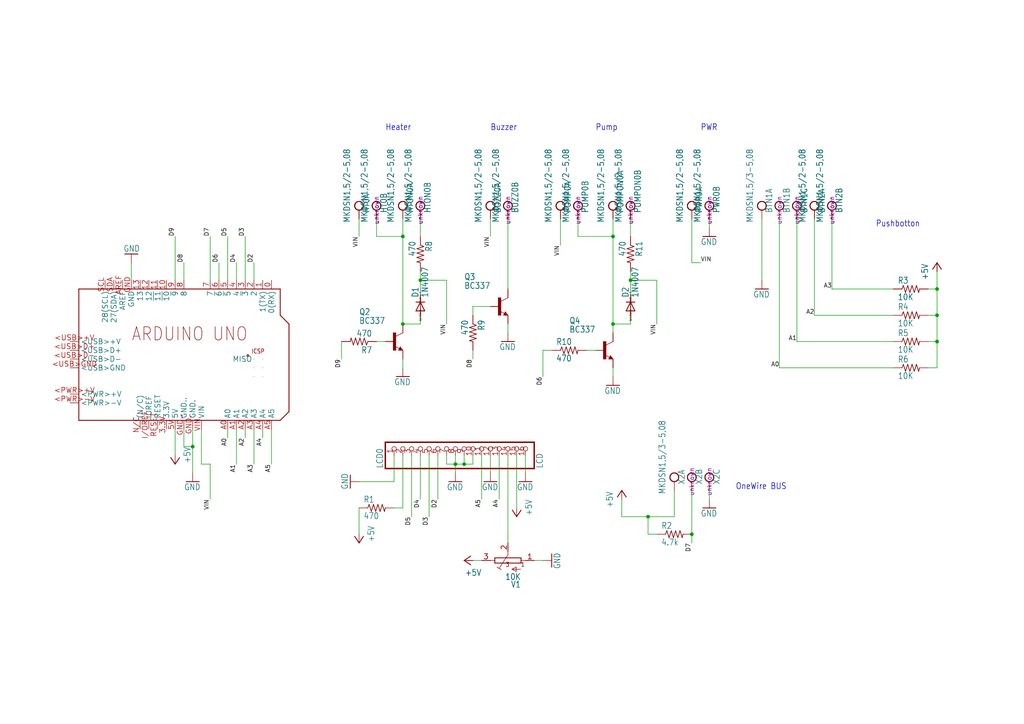
<source format=kicad_sch>
(kicad_sch
	(version 20250114)
	(generator "eeschema")
	(generator_version "9.0")
	(uuid "41735eb5-3a17-4163-b1cf-6015a54bafcf")
	(paper "A4")
	(lib_symbols
		(symbol "clone project-eagle-import:+5V"
			(power)
			(exclude_from_sim no)
			(in_bom yes)
			(on_board yes)
			(property "Reference" "#P+"
				(at 0 0 0)
				(effects
					(font
						(size 1.27 1.27)
					)
					(hide yes)
				)
			)
			(property "Value" ""
				(at -2.54 -5.08 90)
				(effects
					(font
						(size 1.778 1.5113)
					)
					(justify left bottom)
				)
			)
			(property "Footprint" ""
				(at 0 0 0)
				(effects
					(font
						(size 1.27 1.27)
					)
					(hide yes)
				)
			)
			(property "Datasheet" ""
				(at 0 0 0)
				(effects
					(font
						(size 1.27 1.27)
					)
					(hide yes)
				)
			)
			(property "Description" "SUPPLY SYMBOL"
				(at 0 0 0)
				(effects
					(font
						(size 1.27 1.27)
					)
					(hide yes)
				)
			)
			(property "ki_locked" ""
				(at 0 0 0)
				(effects
					(font
						(size 1.27 1.27)
					)
				)
			)
			(symbol "+5V_1_0"
				(polyline
					(pts
						(xy 0 0) (xy -1.27 -1.905)
					)
					(stroke
						(width 0.254)
						(type solid)
					)
					(fill
						(type none)
					)
				)
				(polyline
					(pts
						(xy 1.27 -1.905) (xy 0 0)
					)
					(stroke
						(width 0.254)
						(type solid)
					)
					(fill
						(type none)
					)
				)
				(pin power_in line
					(at 0 -2.54 90)
					(length 2.54)
					(name "+5V"
						(effects
							(font
								(size 0 0)
							)
						)
					)
					(number "1"
						(effects
							(font
								(size 0 0)
							)
						)
					)
				)
			)
			(embedded_fonts no)
		)
		(symbol "clone project-eagle-import:1N4004"
			(exclude_from_sim no)
			(in_bom yes)
			(on_board yes)
			(property "Reference" "D"
				(at 2.54 0.4826 0)
				(effects
					(font
						(size 1.778 1.5113)
					)
					(justify left bottom)
				)
			)
			(property "Value" ""
				(at 2.54 -2.3114 0)
				(effects
					(font
						(size 1.778 1.5113)
					)
					(justify left bottom)
				)
			)
			(property "Footprint" "clone project:DO41-10"
				(at 0 0 0)
				(effects
					(font
						(size 1.27 1.27)
					)
					(hide yes)
				)
			)
			(property "Datasheet" ""
				(at 0 0 0)
				(effects
					(font
						(size 1.27 1.27)
					)
					(hide yes)
				)
			)
			(property "Description" "DIODE\n\ngeneral purpose rectifier, 1 A"
				(at 0 0 0)
				(effects
					(font
						(size 1.27 1.27)
					)
					(hide yes)
				)
			)
			(property "ki_locked" ""
				(at 0 0 0)
				(effects
					(font
						(size 1.27 1.27)
					)
				)
			)
			(symbol "1N4004_1_0"
				(polyline
					(pts
						(xy -1.27 1.27) (xy -1.27 -1.27)
					)
					(stroke
						(width 0.254)
						(type solid)
					)
					(fill
						(type none)
					)
				)
				(polyline
					(pts
						(xy -1.27 -1.27) (xy 1.27 0)
					)
					(stroke
						(width 0.254)
						(type solid)
					)
					(fill
						(type none)
					)
				)
				(polyline
					(pts
						(xy 1.27 1.27) (xy 1.27 0)
					)
					(stroke
						(width 0.254)
						(type solid)
					)
					(fill
						(type none)
					)
				)
				(polyline
					(pts
						(xy 1.27 0) (xy -1.27 1.27)
					)
					(stroke
						(width 0.254)
						(type solid)
					)
					(fill
						(type none)
					)
				)
				(polyline
					(pts
						(xy 1.27 0) (xy 1.27 -1.27)
					)
					(stroke
						(width 0.254)
						(type solid)
					)
					(fill
						(type none)
					)
				)
				(text "SpiceOrder 1"
					(at -2.54 0 0)
					(effects
						(font
							(size 0.4064 0.3454)
						)
					)
				)
				(text "SpiceOrder 2"
					(at 2.54 0 0)
					(effects
						(font
							(size 0.4064 0.3454)
						)
					)
				)
				(pin passive line
					(at -2.54 0 0)
					(length 2.54)
					(name "A"
						(effects
							(font
								(size 0 0)
							)
						)
					)
					(number "A"
						(effects
							(font
								(size 0 0)
							)
						)
					)
				)
				(pin passive line
					(at 2.54 0 180)
					(length 2.54)
					(name "C"
						(effects
							(font
								(size 0 0)
							)
						)
					)
					(number "C"
						(effects
							(font
								(size 0 0)
							)
						)
					)
				)
			)
			(embedded_fonts no)
		)
		(symbol "clone project-eagle-import:ARDUINO_UNO"
			(exclude_from_sim no)
			(in_bom yes)
			(on_board yes)
			(property "Reference" "PCB"
				(at 0 0 0)
				(effects
					(font
						(size 1.27 1.27)
					)
					(hide yes)
				)
			)
			(property "Value" ""
				(at 0 0 0)
				(effects
					(font
						(size 1.27 1.27)
					)
					(hide yes)
				)
			)
			(property "Footprint" "clone project:ARDUINO_UNO"
				(at 0 0 0)
				(effects
					(font
						(size 1.27 1.27)
					)
					(hide yes)
				)
			)
			(property "Datasheet" ""
				(at 0 0 0)
				(effects
					(font
						(size 1.27 1.27)
					)
					(hide yes)
				)
			)
			(property "Description" "Device for representing an Arduino Uno board with a footprint in an EAGLE design. Created by Dave Young for Element14. More EAGLE documentation at: http://www.element14.com/community/community/knode/cadsoft_eagle"
				(at 0 0 0)
				(effects
					(font
						(size 1.27 1.27)
					)
					(hide yes)
				)
			)
			(property "ki_locked" ""
				(at 0 0 0)
				(effects
					(font
						(size 1.27 1.27)
					)
				)
			)
			(symbol "ARDUINO_UNO_1_0"
				(polyline
					(pts
						(xy -30.48 17.78) (xy 27.94 17.78)
					)
					(stroke
						(width 0.254)
						(type solid)
					)
					(fill
						(type none)
					)
				)
				(polyline
					(pts
						(xy -30.48 -20.32) (xy -30.48 17.78)
					)
					(stroke
						(width 0.254)
						(type solid)
					)
					(fill
						(type none)
					)
				)
				(circle
					(center 18.542 -1.524)
					(radius 0.254)
					(stroke
						(width 0.254)
						(type solid)
					)
					(fill
						(type none)
					)
				)
				(polyline
					(pts
						(xy 27.94 17.78) (xy 27.94 10.16)
					)
					(stroke
						(width 0.254)
						(type solid)
					)
					(fill
						(type none)
					)
				)
				(polyline
					(pts
						(xy 27.94 10.16) (xy 30.48 7.62)
					)
					(stroke
						(width 0.254)
						(type solid)
					)
					(fill
						(type none)
					)
				)
				(polyline
					(pts
						(xy 27.94 -20.32) (xy -30.48 -20.32)
					)
					(stroke
						(width 0.254)
						(type solid)
					)
					(fill
						(type none)
					)
				)
				(polyline
					(pts
						(xy 30.48 7.62) (xy 30.48 -17.78)
					)
					(stroke
						(width 0.254)
						(type solid)
					)
					(fill
						(type none)
					)
				)
				(polyline
					(pts
						(xy 30.48 -17.78) (xy 27.94 -20.32)
					)
					(stroke
						(width 0.254)
						(type solid)
					)
					(fill
						(type none)
					)
				)
				(text "ARDUINO UNO"
					(at -15.24 2.54 0)
					(effects
						(font
							(size 3.81 3.2385)
						)
						(justify left bottom)
					)
				)
				(text "ICSP"
					(at 19.558 -1.016 0)
					(effects
						(font
							(size 1.27 1.0795)
						)
						(justify left bottom)
					)
				)
				(pin bidirectional line
					(at -33.02 2.54 0)
					(length 2.54)
					(name "<USB>+V"
						(effects
							(font
								(size 1.524 1.524)
							)
						)
					)
					(number "<USB>+V"
						(effects
							(font
								(size 1.524 1.524)
							)
						)
					)
				)
				(pin bidirectional line
					(at -33.02 0 0)
					(length 2.54)
					(name "<USB>D+"
						(effects
							(font
								(size 1.524 1.524)
							)
						)
					)
					(number "<USB>D+"
						(effects
							(font
								(size 1.524 1.524)
							)
						)
					)
				)
				(pin bidirectional line
					(at -33.02 -2.54 0)
					(length 2.54)
					(name "<USB>D-"
						(effects
							(font
								(size 1.524 1.524)
							)
						)
					)
					(number "<USB>D-"
						(effects
							(font
								(size 1.524 1.524)
							)
						)
					)
				)
				(pin bidirectional line
					(at -33.02 -5.08 0)
					(length 2.54)
					(name "<USB>GND"
						(effects
							(font
								(size 1.524 1.524)
							)
						)
					)
					(number "<USB>GND"
						(effects
							(font
								(size 1.524 1.524)
							)
						)
					)
				)
				(pin bidirectional line
					(at -33.02 -12.7 0)
					(length 2.54)
					(name "<PWR>+V"
						(effects
							(font
								(size 1.524 1.524)
							)
						)
					)
					(number "<PWR>+V"
						(effects
							(font
								(size 1.524 1.524)
							)
						)
					)
				)
				(pin bidirectional line
					(at -33.02 -15.24 0)
					(length 2.54)
					(name "<PWR>-V"
						(effects
							(font
								(size 1.524 1.524)
							)
						)
					)
					(number "<PWR>-V"
						(effects
							(font
								(size 1.524 1.524)
							)
						)
					)
				)
				(pin bidirectional line
					(at -22.86 20.32 270)
					(length 2.54)
					(name "28(SCL)"
						(effects
							(font
								(size 1.524 1.524)
							)
						)
					)
					(number "SCL"
						(effects
							(font
								(size 1.524 1.524)
							)
						)
					)
				)
				(pin bidirectional line
					(at -20.32 20.32 270)
					(length 2.54)
					(name "27(SDA)"
						(effects
							(font
								(size 1.524 1.524)
							)
						)
					)
					(number "SDA"
						(effects
							(font
								(size 1.524 1.524)
							)
						)
					)
				)
				(pin bidirectional line
					(at -17.78 20.32 270)
					(length 2.54)
					(name "AREF"
						(effects
							(font
								(size 1.524 1.524)
							)
						)
					)
					(number "AREF"
						(effects
							(font
								(size 1.524 1.524)
							)
						)
					)
				)
				(pin bidirectional line
					(at -15.24 20.32 270)
					(length 2.54)
					(name "GND"
						(effects
							(font
								(size 1.524 1.524)
							)
						)
					)
					(number "GND"
						(effects
							(font
								(size 1.524 1.524)
							)
						)
					)
				)
				(pin bidirectional line
					(at -12.7 20.32 270)
					(length 2.54)
					(name "13"
						(effects
							(font
								(size 1.524 1.524)
							)
						)
					)
					(number "13"
						(effects
							(font
								(size 1.524 1.524)
							)
						)
					)
				)
				(pin bidirectional line
					(at -12.7 -22.86 90)
					(length 2.54)
					(name "(N/C)"
						(effects
							(font
								(size 1.524 1.524)
							)
						)
					)
					(number "N/C"
						(effects
							(font
								(size 1.524 1.524)
							)
						)
					)
				)
				(pin bidirectional line
					(at -10.16 20.32 270)
					(length 2.54)
					(name "12"
						(effects
							(font
								(size 1.524 1.524)
							)
						)
					)
					(number "12"
						(effects
							(font
								(size 1.524 1.524)
							)
						)
					)
				)
				(pin bidirectional line
					(at -10.16 -22.86 90)
					(length 2.54)
					(name "IOREF"
						(effects
							(font
								(size 1.524 1.524)
							)
						)
					)
					(number "I/OREF"
						(effects
							(font
								(size 1.524 1.524)
							)
						)
					)
				)
				(pin bidirectional line
					(at -7.62 20.32 270)
					(length 2.54)
					(name "~{11}"
						(effects
							(font
								(size 1.524 1.524)
							)
						)
					)
					(number "11"
						(effects
							(font
								(size 1.524 1.524)
							)
						)
					)
				)
				(pin bidirectional line
					(at -7.62 -22.86 90)
					(length 2.54)
					(name "RESET"
						(effects
							(font
								(size 1.524 1.524)
							)
						)
					)
					(number "RESET"
						(effects
							(font
								(size 1.524 1.524)
							)
						)
					)
				)
				(pin bidirectional line
					(at -5.08 20.32 270)
					(length 2.54)
					(name "~{10}"
						(effects
							(font
								(size 1.524 1.524)
							)
						)
					)
					(number "10"
						(effects
							(font
								(size 1.524 1.524)
							)
						)
					)
				)
				(pin bidirectional line
					(at -5.08 -22.86 90)
					(length 2.54)
					(name "3.3V"
						(effects
							(font
								(size 1.524 1.524)
							)
						)
					)
					(number "3.3V"
						(effects
							(font
								(size 1.524 1.524)
							)
						)
					)
				)
				(pin bidirectional line
					(at -2.54 20.32 270)
					(length 2.54)
					(name "~{9}"
						(effects
							(font
								(size 1.524 1.524)
							)
						)
					)
					(number "9"
						(effects
							(font
								(size 1.524 1.524)
							)
						)
					)
				)
				(pin bidirectional line
					(at -2.54 -22.86 90)
					(length 2.54)
					(name "5V"
						(effects
							(font
								(size 1.524 1.524)
							)
						)
					)
					(number "5V"
						(effects
							(font
								(size 1.524 1.524)
							)
						)
					)
				)
				(pin bidirectional line
					(at 0 20.32 270)
					(length 2.54)
					(name "8"
						(effects
							(font
								(size 1.524 1.524)
							)
						)
					)
					(number "8"
						(effects
							(font
								(size 1.524 1.524)
							)
						)
					)
				)
				(pin bidirectional line
					(at 0 -22.86 90)
					(length 2.54)
					(name "GND.."
						(effects
							(font
								(size 1.524 1.524)
							)
						)
					)
					(number "GND.."
						(effects
							(font
								(size 1.524 1.524)
							)
						)
					)
				)
				(pin bidirectional line
					(at 2.54 -22.86 90)
					(length 2.54)
					(name "GND."
						(effects
							(font
								(size 1.524 1.524)
							)
						)
					)
					(number "GND."
						(effects
							(font
								(size 1.524 1.524)
							)
						)
					)
				)
				(pin bidirectional line
					(at 5.08 -22.86 90)
					(length 2.54)
					(name "VIN"
						(effects
							(font
								(size 1.524 1.524)
							)
						)
					)
					(number "VIN"
						(effects
							(font
								(size 1.524 1.524)
							)
						)
					)
				)
				(pin bidirectional line
					(at 7.62 20.32 270)
					(length 2.54)
					(name "7"
						(effects
							(font
								(size 1.524 1.524)
							)
						)
					)
					(number "7"
						(effects
							(font
								(size 1.524 1.524)
							)
						)
					)
				)
				(pin bidirectional line
					(at 10.16 20.32 270)
					(length 2.54)
					(name "~{6}"
						(effects
							(font
								(size 1.524 1.524)
							)
						)
					)
					(number "6"
						(effects
							(font
								(size 1.524 1.524)
							)
						)
					)
				)
				(pin bidirectional line
					(at 12.7 20.32 270)
					(length 2.54)
					(name "~{5}"
						(effects
							(font
								(size 1.524 1.524)
							)
						)
					)
					(number "5"
						(effects
							(font
								(size 1.524 1.524)
							)
						)
					)
				)
				(pin bidirectional line
					(at 12.7 -22.86 90)
					(length 2.54)
					(name "A0"
						(effects
							(font
								(size 1.524 1.524)
							)
						)
					)
					(number "A0"
						(effects
							(font
								(size 1.524 1.524)
							)
						)
					)
				)
				(pin bidirectional line
					(at 15.24 20.32 270)
					(length 2.54)
					(name "4"
						(effects
							(font
								(size 1.524 1.524)
							)
						)
					)
					(number "4"
						(effects
							(font
								(size 1.524 1.524)
							)
						)
					)
				)
				(pin bidirectional line
					(at 15.24 -22.86 90)
					(length 2.54)
					(name "A1"
						(effects
							(font
								(size 1.524 1.524)
							)
						)
					)
					(number "A1"
						(effects
							(font
								(size 1.524 1.524)
							)
						)
					)
				)
				(pin bidirectional line
					(at 17.78 20.32 270)
					(length 2.54)
					(name "~{3}"
						(effects
							(font
								(size 1.524 1.524)
							)
						)
					)
					(number "3"
						(effects
							(font
								(size 1.524 1.524)
							)
						)
					)
				)
				(pin bidirectional line
					(at 17.78 -22.86 90)
					(length 2.54)
					(name "A2"
						(effects
							(font
								(size 1.524 1.524)
							)
						)
					)
					(number "A2"
						(effects
							(font
								(size 1.524 1.524)
							)
						)
					)
				)
				(pin bidirectional line
					(at 20.32 20.32 270)
					(length 2.54)
					(name "2"
						(effects
							(font
								(size 1.524 1.524)
							)
						)
					)
					(number "2"
						(effects
							(font
								(size 1.524 1.524)
							)
						)
					)
				)
				(pin bidirectional line
					(at 20.32 -2.54 180)
					(length 0)
					(name "MISO"
						(effects
							(font
								(size 1.524 1.524)
							)
						)
					)
					(number "01"
						(effects
							(font
								(size 0 0)
							)
						)
					)
				)
				(pin bidirectional line
					(at 20.32 -5.08 180)
					(length 0)
					(name "SCK"
						(effects
							(font
								(size 0 0)
							)
						)
					)
					(number "SCK"
						(effects
							(font
								(size 0 0)
							)
						)
					)
				)
				(pin bidirectional line
					(at 20.32 -7.62 180)
					(length 0)
					(name "RESET."
						(effects
							(font
								(size 0 0)
							)
						)
					)
					(number "RESET."
						(effects
							(font
								(size 0 0)
							)
						)
					)
				)
				(pin bidirectional line
					(at 20.32 -22.86 90)
					(length 2.54)
					(name "A3"
						(effects
							(font
								(size 1.524 1.524)
							)
						)
					)
					(number "A3"
						(effects
							(font
								(size 1.524 1.524)
							)
						)
					)
				)
				(pin bidirectional line
					(at 22.86 20.32 270)
					(length 2.54)
					(name "1(TX)"
						(effects
							(font
								(size 1.524 1.524)
							)
						)
					)
					(number "1"
						(effects
							(font
								(size 1.524 1.524)
							)
						)
					)
				)
				(pin bidirectional line
					(at 22.86 -2.54 0)
					(length 0)
					(name "+5V"
						(effects
							(font
								(size 0 0)
							)
						)
					)
					(number "+5V"
						(effects
							(font
								(size 0 0)
							)
						)
					)
				)
				(pin bidirectional line
					(at 22.86 -5.08 0)
					(length 0)
					(name "MOSI"
						(effects
							(font
								(size 0 0)
							)
						)
					)
					(number "MOSI"
						(effects
							(font
								(size 0 0)
							)
						)
					)
				)
				(pin bidirectional line
					(at 22.86 -7.62 0)
					(length 0)
					(name "GND_"
						(effects
							(font
								(size 0 0)
							)
						)
					)
					(number "GND_"
						(effects
							(font
								(size 0 0)
							)
						)
					)
				)
				(pin bidirectional line
					(at 22.86 -22.86 90)
					(length 2.54)
					(name "A4"
						(effects
							(font
								(size 1.524 1.524)
							)
						)
					)
					(number "A4"
						(effects
							(font
								(size 1.524 1.524)
							)
						)
					)
				)
				(pin bidirectional line
					(at 25.4 20.32 270)
					(length 2.54)
					(name "0(RX)"
						(effects
							(font
								(size 1.524 1.524)
							)
						)
					)
					(number "0"
						(effects
							(font
								(size 1.524 1.524)
							)
						)
					)
				)
				(pin bidirectional line
					(at 25.4 -22.86 90)
					(length 2.54)
					(name "A5"
						(effects
							(font
								(size 1.524 1.524)
							)
						)
					)
					(number "A5"
						(effects
							(font
								(size 1.524 1.524)
							)
						)
					)
				)
			)
			(embedded_fonts no)
		)
		(symbol "clone project-eagle-import:BC337"
			(exclude_from_sim no)
			(in_bom yes)
			(on_board yes)
			(property "Reference" "Q"
				(at -10.16 7.62 0)
				(effects
					(font
						(size 1.778 1.5113)
					)
					(justify left bottom)
				)
			)
			(property "Value" ""
				(at -10.16 5.08 0)
				(effects
					(font
						(size 1.778 1.5113)
					)
					(justify left bottom)
				)
			)
			(property "Footprint" "clone project:TO92"
				(at 0 0 0)
				(effects
					(font
						(size 1.27 1.27)
					)
					(hide yes)
				)
			)
			(property "Datasheet" ""
				(at 0 0 0)
				(effects
					(font
						(size 1.27 1.27)
					)
					(hide yes)
				)
			)
			(property "Description" "NPN Transistor"
				(at 0 0 0)
				(effects
					(font
						(size 1.27 1.27)
					)
					(hide yes)
				)
			)
			(property "ki_locked" ""
				(at 0 0 0)
				(effects
					(font
						(size 1.27 1.27)
					)
				)
			)
			(symbol "BC337_1_0"
				(rectangle
					(start -0.254 -2.54)
					(end 0.508 2.54)
					(stroke
						(width 0)
						(type default)
					)
					(fill
						(type outline)
					)
				)
				(polyline
					(pts
						(xy 1.27 -2.54) (xy 1.778 -1.524)
					)
					(stroke
						(width 0.1524)
						(type solid)
					)
					(fill
						(type none)
					)
				)
				(polyline
					(pts
						(xy 1.524 -2.286) (xy 1.905 -2.286)
					)
					(stroke
						(width 0.254)
						(type solid)
					)
					(fill
						(type none)
					)
				)
				(polyline
					(pts
						(xy 1.524 -2.413) (xy 2.286 -2.413)
					)
					(stroke
						(width 0.254)
						(type solid)
					)
					(fill
						(type none)
					)
				)
				(polyline
					(pts
						(xy 1.54 -2.04) (xy 0.308 -1.424)
					)
					(stroke
						(width 0.1524)
						(type solid)
					)
					(fill
						(type none)
					)
				)
				(polyline
					(pts
						(xy 1.778 -1.524) (xy 2.54 -2.54)
					)
					(stroke
						(width 0.1524)
						(type solid)
					)
					(fill
						(type none)
					)
				)
				(polyline
					(pts
						(xy 1.778 -1.778) (xy 1.524 -2.286)
					)
					(stroke
						(width 0.254)
						(type solid)
					)
					(fill
						(type none)
					)
				)
				(polyline
					(pts
						(xy 1.905 -2.286) (xy 1.778 -2.032)
					)
					(stroke
						(width 0.254)
						(type solid)
					)
					(fill
						(type none)
					)
				)
				(polyline
					(pts
						(xy 2.286 -2.413) (xy 1.778 -1.778)
					)
					(stroke
						(width 0.254)
						(type solid)
					)
					(fill
						(type none)
					)
				)
				(polyline
					(pts
						(xy 2.54 2.54) (xy 0.508 1.524)
					)
					(stroke
						(width 0.1524)
						(type solid)
					)
					(fill
						(type none)
					)
				)
				(polyline
					(pts
						(xy 2.54 -2.54) (xy 1.27 -2.54)
					)
					(stroke
						(width 0.1524)
						(type solid)
					)
					(fill
						(type none)
					)
				)
				(pin passive line
					(at -2.54 0 0)
					(length 2.54)
					(name "B"
						(effects
							(font
								(size 0 0)
							)
						)
					)
					(number "2"
						(effects
							(font
								(size 0 0)
							)
						)
					)
				)
				(pin passive line
					(at 2.54 5.08 270)
					(length 2.54)
					(name "C"
						(effects
							(font
								(size 0 0)
							)
						)
					)
					(number "3"
						(effects
							(font
								(size 0 0)
							)
						)
					)
				)
				(pin passive line
					(at 2.54 -5.08 90)
					(length 2.54)
					(name "E"
						(effects
							(font
								(size 0 0)
							)
						)
					)
					(number "1"
						(effects
							(font
								(size 0 0)
							)
						)
					)
				)
			)
			(embedded_fonts no)
		)
		(symbol "clone project-eagle-import:CA9V"
			(exclude_from_sim no)
			(in_bom yes)
			(on_board yes)
			(property "Reference" "R"
				(at -5.969 -3.81 90)
				(effects
					(font
						(size 1.778 1.5113)
					)
					(justify left bottom)
				)
			)
			(property "Value" ""
				(at -3.7592 -3.81 90)
				(effects
					(font
						(size 1.778 1.5113)
					)
					(justify left bottom)
				)
			)
			(property "Footprint" "clone project:CA9V"
				(at 0 0 0)
				(effects
					(font
						(size 1.27 1.27)
					)
					(hide yes)
				)
			)
			(property "Datasheet" ""
				(at 0 0 0)
				(effects
					(font
						(size 1.27 1.27)
					)
					(hide yes)
				)
			)
			(property "Description" "POTENTIOMETER"
				(at 0 0 0)
				(effects
					(font
						(size 1.27 1.27)
					)
					(hide yes)
				)
			)
			(property "ki_locked" ""
				(at 0 0 0)
				(effects
					(font
						(size 1.27 1.27)
					)
				)
			)
			(symbol "CA9V_1_0"
				(polyline
					(pts
						(xy -3.175 -2.413) (xy -1.905 -2.413)
					)
					(stroke
						(width 0.1524)
						(type solid)
					)
					(fill
						(type none)
					)
				)
				(polyline
					(pts
						(xy -2.54 -1.143) (xy -3.175 -2.413)
					)
					(stroke
						(width 0.1524)
						(type solid)
					)
					(fill
						(type none)
					)
				)
				(polyline
					(pts
						(xy -2.54 -3.683) (xy -2.54 -1.143)
					)
					(stroke
						(width 0.1524)
						(type solid)
					)
					(fill
						(type none)
					)
				)
				(polyline
					(pts
						(xy -2.286 2.54) (xy -2.667 1.905)
					)
					(stroke
						(width 0.1524)
						(type solid)
					)
					(fill
						(type none)
					)
				)
				(polyline
					(pts
						(xy -2.286 2.54) (xy -1.905 3.175)
					)
					(stroke
						(width 0.1524)
						(type solid)
					)
					(fill
						(type none)
					)
				)
				(polyline
					(pts
						(xy -1.905 -2.413) (xy -2.54 -1.143)
					)
					(stroke
						(width 0.1524)
						(type solid)
					)
					(fill
						(type none)
					)
				)
				(polyline
					(pts
						(xy -0.762 3.81) (xy -0.762 -3.81)
					)
					(stroke
						(width 0.254)
						(type solid)
					)
					(fill
						(type none)
					)
				)
				(polyline
					(pts
						(xy -0.762 -3.81) (xy 0 -3.81)
					)
					(stroke
						(width 0.254)
						(type solid)
					)
					(fill
						(type none)
					)
				)
				(polyline
					(pts
						(xy 0 3.81) (xy -0.762 3.81)
					)
					(stroke
						(width 0.254)
						(type solid)
					)
					(fill
						(type none)
					)
				)
				(polyline
					(pts
						(xy 0 3.81) (xy 0 5.08)
					)
					(stroke
						(width 0.1524)
						(type solid)
					)
					(fill
						(type none)
					)
				)
				(polyline
					(pts
						(xy 0 -3.81) (xy 0.762 -3.81)
					)
					(stroke
						(width 0.254)
						(type solid)
					)
					(fill
						(type none)
					)
				)
				(polyline
					(pts
						(xy 0 -5.08) (xy 0 -3.81)
					)
					(stroke
						(width 0.1524)
						(type solid)
					)
					(fill
						(type none)
					)
				)
				(polyline
					(pts
						(xy 0.762 3.81) (xy 0 3.81)
					)
					(stroke
						(width 0.254)
						(type solid)
					)
					(fill
						(type none)
					)
				)
				(polyline
					(pts
						(xy 0.762 -3.81) (xy 0.762 3.81)
					)
					(stroke
						(width 0.254)
						(type solid)
					)
					(fill
						(type none)
					)
				)
				(polyline
					(pts
						(xy 1.651 0) (xy -2.286 2.54)
					)
					(stroke
						(width 0.1524)
						(type solid)
					)
					(fill
						(type none)
					)
				)
				(polyline
					(pts
						(xy 2.54 0) (xy 1.651 0)
					)
					(stroke
						(width 0.1524)
						(type solid)
					)
					(fill
						(type none)
					)
				)
				(text "3"
					(at -1.905 -0.508 900)
					(effects
						(font
							(size 1.27 1.0795)
						)
						(justify left bottom)
					)
				)
				(text "1"
					(at -1.905 -4.953 900)
					(effects
						(font
							(size 1.27 1.0795)
						)
						(justify left bottom)
					)
				)
				(pin passive line
					(at 0 7.62 270)
					(length 2.54)
					(name "3"
						(effects
							(font
								(size 0 0)
							)
						)
					)
					(number "3"
						(effects
							(font
								(size 1.524 1.524)
							)
						)
					)
				)
				(pin passive line
					(at 0 -7.62 90)
					(length 2.54)
					(name "1"
						(effects
							(font
								(size 0 0)
							)
						)
					)
					(number "1"
						(effects
							(font
								(size 1.524 1.524)
							)
						)
					)
				)
				(pin passive line
					(at 5.08 0 180)
					(length 2.54)
					(name "2"
						(effects
							(font
								(size 0 0)
							)
						)
					)
					(number "2"
						(effects
							(font
								(size 1.524 1.524)
							)
						)
					)
				)
			)
			(embedded_fonts no)
		)
		(symbol "clone project-eagle-import:GND"
			(power)
			(exclude_from_sim no)
			(in_bom yes)
			(on_board yes)
			(property "Reference" "#GND"
				(at 0 0 0)
				(effects
					(font
						(size 1.27 1.27)
					)
					(hide yes)
				)
			)
			(property "Value" ""
				(at -2.54 -2.54 0)
				(effects
					(font
						(size 1.778 1.5113)
					)
					(justify left bottom)
				)
			)
			(property "Footprint" ""
				(at 0 0 0)
				(effects
					(font
						(size 1.27 1.27)
					)
					(hide yes)
				)
			)
			(property "Datasheet" ""
				(at 0 0 0)
				(effects
					(font
						(size 1.27 1.27)
					)
					(hide yes)
				)
			)
			(property "Description" "SUPPLY SYMBOL"
				(at 0 0 0)
				(effects
					(font
						(size 1.27 1.27)
					)
					(hide yes)
				)
			)
			(property "ki_locked" ""
				(at 0 0 0)
				(effects
					(font
						(size 1.27 1.27)
					)
				)
			)
			(symbol "GND_1_0"
				(polyline
					(pts
						(xy -1.905 0) (xy 1.905 0)
					)
					(stroke
						(width 0.254)
						(type solid)
					)
					(fill
						(type none)
					)
				)
				(pin power_in line
					(at 0 2.54 270)
					(length 2.54)
					(name "GND"
						(effects
							(font
								(size 0 0)
							)
						)
					)
					(number "1"
						(effects
							(font
								(size 0 0)
							)
						)
					)
				)
			)
			(embedded_fonts no)
		)
		(symbol "clone project-eagle-import:MKDSN1,5/2-5,08"
			(exclude_from_sim no)
			(in_bom yes)
			(on_board yes)
			(property "Reference" "X"
				(at 3.048 -0.889 0)
				(effects
					(font
						(size 1.778 1.5113)
					)
					(justify left bottom)
				)
			)
			(property "Value" ""
				(at -2.54 -3.683 0)
				(effects
					(font
						(size 1.778 1.5113)
					)
					(justify left bottom)
				)
			)
			(property "Footprint" "clone project:MKDSN1,5_2-5,08"
				(at 0 0 0)
				(effects
					(font
						(size 1.27 1.27)
					)
					(hide yes)
				)
			)
			(property "Datasheet" ""
				(at 0 0 0)
				(effects
					(font
						(size 1.27 1.27)
					)
					(hide yes)
				)
			)
			(property "Description" "MKDSN 1,5/ 2-5,08 Printklemme\n\nNennstrom: 13,5 A\nNennspannung: 250 V\nRastermaß: 5,08 mm\nPolzahl: 2\nAnschlussart: Schraubanschluss\nMontage: Löten\nAnschlussrichtung Leiter/Platine: 0 °\nArtikelnummer: 1729128\nSource: http://eshop.phoenixcontact.com .. 1729128.pdf"
				(at 0 0 0)
				(effects
					(font
						(size 1.27 1.27)
					)
					(hide yes)
				)
			)
			(property "ki_locked" ""
				(at 0 0 0)
				(effects
					(font
						(size 1.27 1.27)
					)
				)
			)
			(symbol "MKDSN1,5/2-5,08_1_0"
				(circle
					(center 1.27 0)
					(radius 1.27)
					(stroke
						(width 0.254)
						(type solid)
					)
					(fill
						(type none)
					)
				)
				(circle
					(center 1.27 0)
					(radius 1.27)
					(stroke
						(width 0.254)
						(type solid)
					)
					(fill
						(type none)
					)
				)
				(circle
					(center 1.27 0)
					(radius 1.27)
					(stroke
						(width 0.254)
						(type solid)
					)
					(fill
						(type none)
					)
				)
				(pin passive line
					(at -2.54 0 0)
					(length 2.54)
					(name "KL"
						(effects
							(font
								(size 0 0)
							)
						)
					)
					(number "1"
						(effects
							(font
								(size 0 0)
							)
						)
					)
				)
			)
			(symbol "MKDSN1,5/2-5,08_2_0"
				(circle
					(center 1.27 0)
					(radius 1.27)
					(stroke
						(width 0.254)
						(type solid)
					)
					(fill
						(type none)
					)
				)
				(circle
					(center 1.27 0)
					(radius 1.27)
					(stroke
						(width 0.254)
						(type solid)
					)
					(fill
						(type none)
					)
				)
				(circle
					(center 1.27 0)
					(radius 1.27)
					(stroke
						(width 0.254)
						(type solid)
					)
					(fill
						(type none)
					)
				)
				(pin passive line
					(at -2.54 0 0)
					(length 2.54)
					(name "KL"
						(effects
							(font
								(size 0 0)
							)
						)
					)
					(number "2"
						(effects
							(font
								(size 0 0)
							)
						)
					)
				)
			)
			(embedded_fonts no)
		)
		(symbol "clone project-eagle-import:MKDSN1,5/3-5,08"
			(exclude_from_sim no)
			(in_bom yes)
			(on_board yes)
			(property "Reference" "X"
				(at 3.048 -0.889 0)
				(effects
					(font
						(size 1.778 1.5113)
					)
					(justify left bottom)
				)
			)
			(property "Value" ""
				(at -2.54 -3.683 0)
				(effects
					(font
						(size 1.778 1.5113)
					)
					(justify left bottom)
					(hide yes)
				)
			)
			(property "Footprint" "clone project:MKDSN1,5_3-5,08"
				(at 0 0 0)
				(effects
					(font
						(size 1.27 1.27)
					)
					(hide yes)
				)
			)
			(property "Datasheet" ""
				(at 0 0 0)
				(effects
					(font
						(size 1.27 1.27)
					)
					(hide yes)
				)
			)
			(property "Description" "MKDSN 1,5/ 3-5,08 Printklemme\n\nNennstrom: 13,5 A\nNennspannung: 250 V\nRastermaß: 5,08 mm\nPolzahl: 3\nAnschlussart: Schraubanschluss\nMontage: Löten\nAnschlussrichtung Leiter/Platine: 0 °\nArtikelnummer: 1729131\nSource: http://eshop.phoenixcontact.com .. 1729131.pdf"
				(at 0 0 0)
				(effects
					(font
						(size 1.27 1.27)
					)
					(hide yes)
				)
			)
			(property "ki_locked" ""
				(at 0 0 0)
				(effects
					(font
						(size 1.27 1.27)
					)
				)
			)
			(symbol "MKDSN1,5/3-5,08_1_0"
				(circle
					(center 1.27 0)
					(radius 1.27)
					(stroke
						(width 0.254)
						(type solid)
					)
					(fill
						(type none)
					)
				)
				(circle
					(center 1.27 0)
					(radius 1.27)
					(stroke
						(width 0.254)
						(type solid)
					)
					(fill
						(type none)
					)
				)
				(circle
					(center 1.27 0)
					(radius 1.27)
					(stroke
						(width 0.254)
						(type solid)
					)
					(fill
						(type none)
					)
				)
				(pin passive line
					(at -2.54 0 0)
					(length 2.54)
					(name "KL"
						(effects
							(font
								(size 0 0)
							)
						)
					)
					(number "1"
						(effects
							(font
								(size 0 0)
							)
						)
					)
				)
			)
			(symbol "MKDSN1,5/3-5,08_2_0"
				(circle
					(center 1.27 0)
					(radius 1.27)
					(stroke
						(width 0.254)
						(type solid)
					)
					(fill
						(type none)
					)
				)
				(circle
					(center 1.27 0)
					(radius 1.27)
					(stroke
						(width 0.254)
						(type solid)
					)
					(fill
						(type none)
					)
				)
				(circle
					(center 1.27 0)
					(radius 1.27)
					(stroke
						(width 0.254)
						(type solid)
					)
					(fill
						(type none)
					)
				)
				(pin passive line
					(at -2.54 0 0)
					(length 2.54)
					(name "KL"
						(effects
							(font
								(size 0 0)
							)
						)
					)
					(number "2"
						(effects
							(font
								(size 0 0)
							)
						)
					)
				)
			)
			(symbol "MKDSN1,5/3-5,08_3_0"
				(circle
					(center 1.27 0)
					(radius 1.27)
					(stroke
						(width 0.254)
						(type solid)
					)
					(fill
						(type none)
					)
				)
				(circle
					(center 1.27 0)
					(radius 1.27)
					(stroke
						(width 0.254)
						(type solid)
					)
					(fill
						(type none)
					)
				)
				(circle
					(center 1.27 0)
					(radius 1.27)
					(stroke
						(width 0.254)
						(type solid)
					)
					(fill
						(type none)
					)
				)
				(pin passive line
					(at -2.54 0 0)
					(length 2.54)
					(name "KL"
						(effects
							(font
								(size 0 0)
							)
						)
					)
					(number "3"
						(effects
							(font
								(size 0 0)
							)
						)
					)
				)
			)
			(embedded_fonts no)
		)
		(symbol "clone project-eagle-import:PINHD-1X16"
			(exclude_from_sim no)
			(in_bom yes)
			(on_board yes)
			(property "Reference" "JP"
				(at -6.35 20.955 0)
				(effects
					(font
						(size 1.778 1.5113)
					)
					(justify left bottom)
				)
			)
			(property "Value" ""
				(at -6.35 -25.4 0)
				(effects
					(font
						(size 1.778 1.5113)
					)
					(justify left bottom)
				)
			)
			(property "Footprint" "clone project:1X16"
				(at 0 0 0)
				(effects
					(font
						(size 1.27 1.27)
					)
					(hide yes)
				)
			)
			(property "Datasheet" ""
				(at 0 0 0)
				(effects
					(font
						(size 1.27 1.27)
					)
					(hide yes)
				)
			)
			(property "Description" "PIN HEADER"
				(at 0 0 0)
				(effects
					(font
						(size 1.27 1.27)
					)
					(hide yes)
				)
			)
			(property "ki_locked" ""
				(at 0 0 0)
				(effects
					(font
						(size 1.27 1.27)
					)
				)
			)
			(symbol "PINHD-1X16_1_0"
				(polyline
					(pts
						(xy -6.35 20.32) (xy -6.35 -22.86)
					)
					(stroke
						(width 0.4064)
						(type solid)
					)
					(fill
						(type none)
					)
				)
				(polyline
					(pts
						(xy -6.35 -22.86) (xy 1.27 -22.86)
					)
					(stroke
						(width 0.4064)
						(type solid)
					)
					(fill
						(type none)
					)
				)
				(polyline
					(pts
						(xy 1.27 20.32) (xy -6.35 20.32)
					)
					(stroke
						(width 0.4064)
						(type solid)
					)
					(fill
						(type none)
					)
				)
				(polyline
					(pts
						(xy 1.27 -22.86) (xy 1.27 20.32)
					)
					(stroke
						(width 0.4064)
						(type solid)
					)
					(fill
						(type none)
					)
				)
				(pin passive inverted
					(at -2.54 17.78 0)
					(length 2.54)
					(name "1"
						(effects
							(font
								(size 0 0)
							)
						)
					)
					(number "1"
						(effects
							(font
								(size 1.524 1.524)
							)
						)
					)
				)
				(pin passive inverted
					(at -2.54 15.24 0)
					(length 2.54)
					(name "2"
						(effects
							(font
								(size 0 0)
							)
						)
					)
					(number "2"
						(effects
							(font
								(size 1.524 1.524)
							)
						)
					)
				)
				(pin passive inverted
					(at -2.54 12.7 0)
					(length 2.54)
					(name "3"
						(effects
							(font
								(size 0 0)
							)
						)
					)
					(number "3"
						(effects
							(font
								(size 1.524 1.524)
							)
						)
					)
				)
				(pin passive inverted
					(at -2.54 10.16 0)
					(length 2.54)
					(name "4"
						(effects
							(font
								(size 0 0)
							)
						)
					)
					(number "4"
						(effects
							(font
								(size 1.524 1.524)
							)
						)
					)
				)
				(pin passive inverted
					(at -2.54 7.62 0)
					(length 2.54)
					(name "5"
						(effects
							(font
								(size 0 0)
							)
						)
					)
					(number "5"
						(effects
							(font
								(size 1.524 1.524)
							)
						)
					)
				)
				(pin passive inverted
					(at -2.54 5.08 0)
					(length 2.54)
					(name "6"
						(effects
							(font
								(size 0 0)
							)
						)
					)
					(number "6"
						(effects
							(font
								(size 1.524 1.524)
							)
						)
					)
				)
				(pin passive inverted
					(at -2.54 2.54 0)
					(length 2.54)
					(name "7"
						(effects
							(font
								(size 0 0)
							)
						)
					)
					(number "7"
						(effects
							(font
								(size 1.524 1.524)
							)
						)
					)
				)
				(pin passive inverted
					(at -2.54 0 0)
					(length 2.54)
					(name "8"
						(effects
							(font
								(size 0 0)
							)
						)
					)
					(number "8"
						(effects
							(font
								(size 1.524 1.524)
							)
						)
					)
				)
				(pin passive inverted
					(at -2.54 -2.54 0)
					(length 2.54)
					(name "9"
						(effects
							(font
								(size 0 0)
							)
						)
					)
					(number "9"
						(effects
							(font
								(size 1.524 1.524)
							)
						)
					)
				)
				(pin passive inverted
					(at -2.54 -5.08 0)
					(length 2.54)
					(name "10"
						(effects
							(font
								(size 0 0)
							)
						)
					)
					(number "10"
						(effects
							(font
								(size 1.524 1.524)
							)
						)
					)
				)
				(pin passive inverted
					(at -2.54 -7.62 0)
					(length 2.54)
					(name "11"
						(effects
							(font
								(size 0 0)
							)
						)
					)
					(number "11"
						(effects
							(font
								(size 1.524 1.524)
							)
						)
					)
				)
				(pin passive inverted
					(at -2.54 -10.16 0)
					(length 2.54)
					(name "12"
						(effects
							(font
								(size 0 0)
							)
						)
					)
					(number "12"
						(effects
							(font
								(size 1.524 1.524)
							)
						)
					)
				)
				(pin passive inverted
					(at -2.54 -12.7 0)
					(length 2.54)
					(name "13"
						(effects
							(font
								(size 0 0)
							)
						)
					)
					(number "13"
						(effects
							(font
								(size 1.524 1.524)
							)
						)
					)
				)
				(pin passive inverted
					(at -2.54 -15.24 0)
					(length 2.54)
					(name "14"
						(effects
							(font
								(size 0 0)
							)
						)
					)
					(number "14"
						(effects
							(font
								(size 1.524 1.524)
							)
						)
					)
				)
				(pin passive inverted
					(at -2.54 -17.78 0)
					(length 2.54)
					(name "15"
						(effects
							(font
								(size 0 0)
							)
						)
					)
					(number "15"
						(effects
							(font
								(size 1.524 1.524)
							)
						)
					)
				)
				(pin passive inverted
					(at -2.54 -20.32 0)
					(length 2.54)
					(name "16"
						(effects
							(font
								(size 0 0)
							)
						)
					)
					(number "16"
						(effects
							(font
								(size 1.524 1.524)
							)
						)
					)
				)
			)
			(embedded_fonts no)
		)
		(symbol "clone project-eagle-import:R-US_0207/10"
			(exclude_from_sim no)
			(in_bom yes)
			(on_board yes)
			(property "Reference" "R"
				(at -3.81 1.4986 0)
				(effects
					(font
						(size 1.778 1.5113)
					)
					(justify left bottom)
				)
			)
			(property "Value" ""
				(at -3.81 -3.302 0)
				(effects
					(font
						(size 1.778 1.5113)
					)
					(justify left bottom)
				)
			)
			(property "Footprint" "clone project:0207_10"
				(at 0 0 0)
				(effects
					(font
						(size 1.27 1.27)
					)
					(hide yes)
				)
			)
			(property "Datasheet" ""
				(at 0 0 0)
				(effects
					(font
						(size 1.27 1.27)
					)
					(hide yes)
				)
			)
			(property "Description" "RESISTOR, American symbol"
				(at 0 0 0)
				(effects
					(font
						(size 1.27 1.27)
					)
					(hide yes)
				)
			)
			(property "ki_locked" ""
				(at 0 0 0)
				(effects
					(font
						(size 1.27 1.27)
					)
				)
			)
			(symbol "R-US_0207/10_1_0"
				(polyline
					(pts
						(xy -2.54 0) (xy -2.159 1.016)
					)
					(stroke
						(width 0.2032)
						(type solid)
					)
					(fill
						(type none)
					)
				)
				(polyline
					(pts
						(xy -2.159 1.016) (xy -1.524 -1.016)
					)
					(stroke
						(width 0.2032)
						(type solid)
					)
					(fill
						(type none)
					)
				)
				(polyline
					(pts
						(xy -1.524 -1.016) (xy -0.889 1.016)
					)
					(stroke
						(width 0.2032)
						(type solid)
					)
					(fill
						(type none)
					)
				)
				(polyline
					(pts
						(xy -0.889 1.016) (xy -0.254 -1.016)
					)
					(stroke
						(width 0.2032)
						(type solid)
					)
					(fill
						(type none)
					)
				)
				(polyline
					(pts
						(xy -0.254 -1.016) (xy 0.381 1.016)
					)
					(stroke
						(width 0.2032)
						(type solid)
					)
					(fill
						(type none)
					)
				)
				(polyline
					(pts
						(xy 0.381 1.016) (xy 1.016 -1.016)
					)
					(stroke
						(width 0.2032)
						(type solid)
					)
					(fill
						(type none)
					)
				)
				(polyline
					(pts
						(xy 1.016 -1.016) (xy 1.651 1.016)
					)
					(stroke
						(width 0.2032)
						(type solid)
					)
					(fill
						(type none)
					)
				)
				(polyline
					(pts
						(xy 1.651 1.016) (xy 2.286 -1.016)
					)
					(stroke
						(width 0.2032)
						(type solid)
					)
					(fill
						(type none)
					)
				)
				(polyline
					(pts
						(xy 2.286 -1.016) (xy 2.54 0)
					)
					(stroke
						(width 0.2032)
						(type solid)
					)
					(fill
						(type none)
					)
				)
				(pin passive line
					(at -5.08 0 0)
					(length 2.54)
					(name "1"
						(effects
							(font
								(size 0 0)
							)
						)
					)
					(number "1"
						(effects
							(font
								(size 0 0)
							)
						)
					)
				)
				(pin passive line
					(at 5.08 0 180)
					(length 2.54)
					(name "2"
						(effects
							(font
								(size 0 0)
							)
						)
					)
					(number "2"
						(effects
							(font
								(size 0 0)
							)
						)
					)
				)
			)
			(embedded_fonts no)
		)
	)
	(text "Buzzer"
		(exclude_from_sim no)
		(at 142.24 38.1 0)
		(effects
			(font
				(size 1.778 1.5113)
			)
			(justify left bottom)
		)
		(uuid "3b4a469b-9c4c-41ab-8e7d-11a7d2831f95")
	)
	(text "Pushbotton"
		(exclude_from_sim no)
		(at 254 66.04 0)
		(effects
			(font
				(size 1.778 1.5113)
			)
			(justify left bottom)
		)
		(uuid "47a32d37-b405-4d7c-a608-49da5a4fd2e4")
	)
	(text "Heater"
		(exclude_from_sim no)
		(at 111.76 38.1 0)
		(effects
			(font
				(size 1.778 1.5113)
			)
			(justify left bottom)
		)
		(uuid "57c475de-264c-4335-8195-109b468614f0")
	)
	(text "PWR"
		(exclude_from_sim no)
		(at 203.2 38.1 0)
		(effects
			(font
				(size 1.778 1.5113)
			)
			(justify left bottom)
		)
		(uuid "a5423ba7-7cbe-4679-84a8-619196d39d37")
	)
	(text "Pump"
		(exclude_from_sim no)
		(at 172.72 38.1 0)
		(effects
			(font
				(size 1.778 1.5113)
			)
			(justify left bottom)
		)
		(uuid "cad3fc72-1f1c-4a2d-be57-757570473d51")
	)
	(text "OneWire BUS"
		(exclude_from_sim no)
		(at 213.36 142.24 0)
		(effects
			(font
				(size 1.778 1.5113)
			)
			(justify left bottom)
		)
		(uuid "f91f1748-7e74-463e-97ed-e23e6e71aa6f")
	)
	(junction
		(at 271.78 83.82)
		(diameter 0)
		(color 0 0 0 0)
		(uuid "08eae3d5-b1ab-45ab-a1cd-fca91a5211b0")
	)
	(junction
		(at 116.84 68.58)
		(diameter 0)
		(color 0 0 0 0)
		(uuid "16a768f8-ab53-429d-bc0d-5ebd69576d68")
	)
	(junction
		(at 132.08 134.62)
		(diameter 0)
		(color 0 0 0 0)
		(uuid "1c07f0dd-fa4f-4a17-bf90-06324bf270da")
	)
	(junction
		(at 182.88 81.28)
		(diameter 0)
		(color 0 0 0 0)
		(uuid "1c44963d-ac47-4402-98c7-c25abc9839f6")
	)
	(junction
		(at 187.96 149.86)
		(diameter 0)
		(color 0 0 0 0)
		(uuid "45e1938b-62fe-40a7-b40e-986f0062a496")
	)
	(junction
		(at 271.78 99.06)
		(diameter 0)
		(color 0 0 0 0)
		(uuid "464e722d-3835-47b3-9fb7-a53a0c1594ea")
	)
	(junction
		(at 200.66 154.94)
		(diameter 0)
		(color 0 0 0 0)
		(uuid "5503bbe2-e845-49d9-a98c-ff846049168e")
	)
	(junction
		(at 271.78 91.44)
		(diameter 0)
		(color 0 0 0 0)
		(uuid "5c975722-a8ff-4ac7-a5ac-3314b345de10")
	)
	(junction
		(at 116.84 93.98)
		(diameter 0)
		(color 0 0 0 0)
		(uuid "81610b62-8772-4d4a-9df5-205a9ff35c9e")
	)
	(junction
		(at 121.92 81.28)
		(diameter 0)
		(color 0 0 0 0)
		(uuid "85f368dd-afea-4046-9147-5fed704ebf7e")
	)
	(junction
		(at 134.62 134.62)
		(diameter 0)
		(color 0 0 0 0)
		(uuid "910ac9d6-8da8-4da2-ad59-94fe03756bda")
	)
	(junction
		(at 177.8 93.98)
		(diameter 0)
		(color 0 0 0 0)
		(uuid "9adfe418-7f30-4438-a152-51e8d1876583")
	)
	(junction
		(at 177.8 68.58)
		(diameter 0)
		(color 0 0 0 0)
		(uuid "bdaae7df-eb6d-4487-9778-726813e1ddb2")
	)
	(junction
		(at 55.88 129.54)
		(diameter 0)
		(color 0 0 0 0)
		(uuid "f2689787-eb69-4bdc-a8f1-ab3c1824b0ea")
	)
	(wire
		(pts
			(xy 182.88 78.74) (xy 182.88 81.28)
		)
		(stroke
			(width 0.1524)
			(type solid)
		)
		(uuid "02daa2f6-7938-4ac4-8aaa-b48bc461d8ea")
	)
	(wire
		(pts
			(xy 55.88 129.54) (xy 55.88 137.16)
		)
		(stroke
			(width 0.1524)
			(type solid)
		)
		(uuid "042c4335-4b23-45a9-bbdb-831039d9ad89")
	)
	(wire
		(pts
			(xy 68.58 124.46) (xy 68.58 134.62)
		)
		(stroke
			(width 0.1524)
			(type solid)
		)
		(uuid "0501b9ac-a13b-46c2-ac90-ab044b6c152c")
	)
	(wire
		(pts
			(xy 182.88 93.98) (xy 182.88 91.44)
		)
		(stroke
			(width 0.1524)
			(type solid)
		)
		(uuid "075347ac-21c9-45ee-9526-bf7b9398391b")
	)
	(wire
		(pts
			(xy 157.48 162.56) (xy 154.94 162.56)
		)
		(stroke
			(width 0.1524)
			(type solid)
		)
		(uuid "08f46696-84fd-45a2-9780-87c96e1351fe")
	)
	(wire
		(pts
			(xy 172.72 101.6) (xy 170.18 101.6)
		)
		(stroke
			(width 0.1524)
			(type solid)
		)
		(uuid "0a153404-46d2-49f2-8ac7-0925a7685e49")
	)
	(wire
		(pts
			(xy 271.78 91.44) (xy 271.78 83.82)
		)
		(stroke
			(width 0.1524)
			(type solid)
		)
		(uuid "0aafc0d3-2a73-4b2a-8368-3dea921227a7")
	)
	(wire
		(pts
			(xy 78.74 124.46) (xy 78.74 134.62)
		)
		(stroke
			(width 0.1524)
			(type solid)
		)
		(uuid "0ab4eb82-8714-4943-9676-527324727d3e")
	)
	(wire
		(pts
			(xy 205.74 63.5) (xy 205.74 66.04)
		)
		(stroke
			(width 0.1524)
			(type solid)
		)
		(uuid "0c4b409b-3d9b-4df2-8d9b-f238f205edbc")
	)
	(wire
		(pts
			(xy 167.64 63.5) (xy 167.64 68.58)
		)
		(stroke
			(width 0.1524)
			(type solid)
		)
		(uuid "0f0867ea-c0a0-4566-bc76-60d039d88619")
	)
	(wire
		(pts
			(xy 137.16 101.6) (xy 137.16 104.14)
		)
		(stroke
			(width 0.1524)
			(type solid)
		)
		(uuid "0f34153b-ac0d-42b8-80ab-d98a753a8eb8")
	)
	(wire
		(pts
			(xy 162.56 63.5) (xy 162.56 71.12)
		)
		(stroke
			(width 0.1524)
			(type solid)
		)
		(uuid "146d3d21-5c0a-4671-a69e-6e4f901917bb")
	)
	(wire
		(pts
			(xy 182.88 81.28) (xy 190.5 81.28)
		)
		(stroke
			(width 0.1524)
			(type solid)
		)
		(uuid "149b64a0-6314-4482-b331-b04b0e7d83b0")
	)
	(wire
		(pts
			(xy 53.34 81.28) (xy 53.34 76.2)
		)
		(stroke
			(width 0.1524)
			(type solid)
		)
		(uuid "18310c87-878f-4404-96b1-189fc640fda9")
	)
	(wire
		(pts
			(xy 144.78 132.08) (xy 144.78 144.78)
		)
		(stroke
			(width 0.1524)
			(type solid)
		)
		(uuid "1beaa505-04f9-4dad-a35d-a5766646020c")
	)
	(wire
		(pts
			(xy 129.54 81.28) (xy 129.54 93.98)
		)
		(stroke
			(width 0.1524)
			(type solid)
		)
		(uuid "2213a221-2927-4a22-bf0b-35b7fddd2204")
	)
	(wire
		(pts
			(xy 160.02 101.6) (xy 157.48 101.6)
		)
		(stroke
			(width 0.1524)
			(type solid)
		)
		(uuid "22fb9230-1710-41f7-8040-64f3be9d8434")
	)
	(wire
		(pts
			(xy 119.38 132.08) (xy 119.38 149.86)
		)
		(stroke
			(width 0.1524)
			(type solid)
		)
		(uuid "2302f4fc-5dd6-45a4-84b3-75fb47732099")
	)
	(wire
		(pts
			(xy 116.84 68.58) (xy 109.22 68.58)
		)
		(stroke
			(width 0.1524)
			(type solid)
		)
		(uuid "2b8d9485-c25e-4e63-abd0-e4724acfad6e")
	)
	(wire
		(pts
			(xy 116.84 132.08) (xy 116.84 147.32)
		)
		(stroke
			(width 0.1524)
			(type solid)
		)
		(uuid "2d053bb0-e66f-447b-a3b3-7d0c2fdff661")
	)
	(wire
		(pts
			(xy 187.96 154.94) (xy 187.96 149.86)
		)
		(stroke
			(width 0.1524)
			(type solid)
		)
		(uuid "304df30d-8b72-4cc6-9c37-7fecb152929d")
	)
	(wire
		(pts
			(xy 121.92 132.08) (xy 121.92 144.78)
		)
		(stroke
			(width 0.1524)
			(type solid)
		)
		(uuid "32e64a13-e49e-46bc-9314-89449ebf5f15")
	)
	(wire
		(pts
			(xy 147.32 63.5) (xy 147.32 83.82)
		)
		(stroke
			(width 0.1524)
			(type solid)
		)
		(uuid "336f0c76-2d21-47ae-9636-ce178576dda0")
	)
	(wire
		(pts
			(xy 231.14 63.5) (xy 231.14 99.06)
		)
		(stroke
			(width 0.1524)
			(type solid)
		)
		(uuid "34918ea0-5cf9-41e0-aa6d-edcf33758741")
	)
	(wire
		(pts
			(xy 200.66 76.2) (xy 203.2 76.2)
		)
		(stroke
			(width 0.1524)
			(type solid)
		)
		(uuid "3769ad68-c004-48f5-86f6-ce6e234e4226")
	)
	(wire
		(pts
			(xy 116.84 147.32) (xy 114.3 147.32)
		)
		(stroke
			(width 0.1524)
			(type solid)
		)
		(uuid "3a9e28b2-7854-4ea8-bdae-a192f51781f6")
	)
	(wire
		(pts
			(xy 226.06 106.68) (xy 259.08 106.68)
		)
		(stroke
			(width 0.1524)
			(type solid)
		)
		(uuid "418e74d8-3531-49d2-8528-48d3f3d9d8a9")
	)
	(wire
		(pts
			(xy 177.8 93.98) (xy 182.88 93.98)
		)
		(stroke
			(width 0.1524)
			(type solid)
		)
		(uuid "42579636-0ef8-4ac0-ad7f-63acea71d28c")
	)
	(wire
		(pts
			(xy 66.04 81.28) (xy 66.04 68.58)
		)
		(stroke
			(width 0.1524)
			(type solid)
		)
		(uuid "493bb623-4967-4ca3-ac3b-b7d39117be96")
	)
	(wire
		(pts
			(xy 139.7 132.08) (xy 139.7 144.78)
		)
		(stroke
			(width 0.1524)
			(type solid)
		)
		(uuid "49cd7bfc-e418-4722-8334-5f44d4bd981e")
	)
	(wire
		(pts
			(xy 55.88 129.54) (xy 55.88 124.46)
		)
		(stroke
			(width 0.1524)
			(type solid)
		)
		(uuid "4cf1351e-39aa-49b6-8663-a7f52a62fec3")
	)
	(wire
		(pts
			(xy 139.7 162.56) (xy 137.16 162.56)
		)
		(stroke
			(width 0.1524)
			(type solid)
		)
		(uuid "4db357ea-dd7f-45e4-bee5-eb8cdd27a350")
	)
	(wire
		(pts
			(xy 269.24 99.06) (xy 271.78 99.06)
		)
		(stroke
			(width 0.1524)
			(type solid)
		)
		(uuid "4fd64d5e-3512-43d6-adc3-ea90d28f9f71")
	)
	(wire
		(pts
			(xy 177.8 68.58) (xy 177.8 63.5)
		)
		(stroke
			(width 0.1524)
			(type solid)
		)
		(uuid "517fbd00-0fc2-4229-8ca4-a949f7ac3151")
	)
	(wire
		(pts
			(xy 220.98 63.5) (xy 220.98 81.28)
		)
		(stroke
			(width 0.1524)
			(type solid)
		)
		(uuid "57c836b0-e85c-447c-8f6d-781b0cc36416")
	)
	(wire
		(pts
			(xy 50.8 124.46) (xy 50.8 132.08)
		)
		(stroke
			(width 0.1524)
			(type solid)
		)
		(uuid "5d1008a9-7613-4478-aff9-292b9540385e")
	)
	(wire
		(pts
			(xy 137.16 91.44) (xy 137.16 88.9)
		)
		(stroke
			(width 0.1524)
			(type solid)
		)
		(uuid "5f191657-633b-4f99-aeb2-69437c9af5c6")
	)
	(wire
		(pts
			(xy 66.04 124.46) (xy 66.04 127)
		)
		(stroke
			(width 0.1524)
			(type solid)
		)
		(uuid "60c55fec-fc97-4d8a-84dd-2fdbd15dee56")
	)
	(wire
		(pts
			(xy 271.78 99.06) (xy 271.78 91.44)
		)
		(stroke
			(width 0.1524)
			(type solid)
		)
		(uuid "6375a06e-d3a4-40cb-b85f-b686f8345ca3")
	)
	(wire
		(pts
			(xy 200.66 142.24) (xy 200.66 154.94)
		)
		(stroke
			(width 0.1524)
			(type solid)
		)
		(uuid "64bdc333-17e7-41b8-a101-6e833456124b")
	)
	(wire
		(pts
			(xy 121.92 81.28) (xy 129.54 81.28)
		)
		(stroke
			(width 0.1524)
			(type solid)
		)
		(uuid "67c3bcff-3815-4db7-8d99-41bb46811b02")
	)
	(wire
		(pts
			(xy 241.3 63.5) (xy 241.3 83.82)
		)
		(stroke
			(width 0.1524)
			(type solid)
		)
		(uuid "68b81a1f-42b4-45d4-9609-94f703c2d571")
	)
	(wire
		(pts
			(xy 182.88 86.36) (xy 182.88 81.28)
		)
		(stroke
			(width 0.1524)
			(type solid)
		)
		(uuid "6c6cfb35-7581-4a84-b0d3-f463bb688251")
	)
	(wire
		(pts
			(xy 147.32 93.98) (xy 147.32 96.52)
		)
		(stroke
			(width 0.1524)
			(type solid)
		)
		(uuid "6ea5509b-f06e-4a9a-bd3f-6ee1c506c4ee")
	)
	(wire
		(pts
			(xy 76.2 124.46) (xy 76.2 127)
		)
		(stroke
			(width 0.1524)
			(type solid)
		)
		(uuid "73c23a08-c70a-422a-9c0b-758c05f0a80f")
	)
	(wire
		(pts
			(xy 116.84 63.5) (xy 116.84 68.58)
		)
		(stroke
			(width 0.1524)
			(type solid)
		)
		(uuid "7772defd-75b8-4e2c-9d0e-c1a71ea0fcab")
	)
	(wire
		(pts
			(xy 137.16 88.9) (xy 142.24 88.9)
		)
		(stroke
			(width 0.1524)
			(type solid)
		)
		(uuid "79bb56f5-7e4a-4976-b486-d706acf2f1e7")
	)
	(wire
		(pts
			(xy 190.5 154.94) (xy 187.96 154.94)
		)
		(stroke
			(width 0.1524)
			(type solid)
		)
		(uuid "7c4590b9-9bd2-4ee1-8458-8b798987ce29")
	)
	(wire
		(pts
			(xy 177.8 96.52) (xy 177.8 93.98)
		)
		(stroke
			(width 0.1524)
			(type solid)
		)
		(uuid "7e6839bd-df31-41a9-8a72-8f3d280e1cfe")
	)
	(wire
		(pts
			(xy 58.42 124.46) (xy 58.42 134.62)
		)
		(stroke
			(width 0.1524)
			(type solid)
		)
		(uuid "7eaa572e-50e9-4914-a565-1c6a71b9616f")
	)
	(wire
		(pts
			(xy 53.34 124.46) (xy 53.34 129.54)
		)
		(stroke
			(width 0.1524)
			(type solid)
		)
		(uuid "7eae3bfb-e12f-45fa-a636-6ee9622b54fa")
	)
	(wire
		(pts
			(xy 114.3 139.7) (xy 114.3 132.08)
		)
		(stroke
			(width 0.1524)
			(type solid)
		)
		(uuid "8031b67c-4fa0-4e8b-8e9d-ee2b16536c84")
	)
	(wire
		(pts
			(xy 177.8 106.68) (xy 177.8 109.22)
		)
		(stroke
			(width 0.1524)
			(type solid)
		)
		(uuid "856aac65-7871-4b3f-a240-d9f244e4deb7")
	)
	(wire
		(pts
			(xy 269.24 91.44) (xy 271.78 91.44)
		)
		(stroke
			(width 0.1524)
			(type solid)
		)
		(uuid "8573ea8a-90f6-42a9-a8d6-7088fd055195")
	)
	(wire
		(pts
			(xy 109.22 68.58) (xy 109.22 63.5)
		)
		(stroke
			(width 0.1524)
			(type solid)
		)
		(uuid "88f0a5a6-2540-4a17-929b-359ef4306869")
	)
	(wire
		(pts
			(xy 142.24 132.08) (xy 142.24 137.16)
		)
		(stroke
			(width 0.1524)
			(type solid)
		)
		(uuid "8a21d9ec-6177-49e1-8cda-47ce32b9c7ed")
	)
	(wire
		(pts
			(xy 53.34 129.54) (xy 55.88 129.54)
		)
		(stroke
			(width 0.1524)
			(type solid)
		)
		(uuid "8de6c6a0-10cb-47d1-a43a-d4e003a073bd")
	)
	(wire
		(pts
			(xy 236.22 91.44) (xy 259.08 91.44)
		)
		(stroke
			(width 0.1524)
			(type solid)
		)
		(uuid "90b47d31-3432-4ef2-919b-224b54e16897")
	)
	(wire
		(pts
			(xy 111.76 99.06) (xy 109.22 99.06)
		)
		(stroke
			(width 0.1524)
			(type solid)
		)
		(uuid "91e900fe-dccf-4cfd-8a88-f3de7007da32")
	)
	(wire
		(pts
			(xy 60.96 81.28) (xy 60.96 68.58)
		)
		(stroke
			(width 0.1524)
			(type solid)
		)
		(uuid "92f3a414-0dc8-44d8-84e2-71da3b5f303b")
	)
	(wire
		(pts
			(xy 271.78 106.68) (xy 271.78 99.06)
		)
		(stroke
			(width 0.1524)
			(type solid)
		)
		(uuid "931148ea-765c-48ff-b074-6eaa6298ea28")
	)
	(wire
		(pts
			(xy 241.3 83.82) (xy 259.08 83.82)
		)
		(stroke
			(width 0.1524)
			(type solid)
		)
		(uuid "94aafbbf-fbc8-40bf-ba2b-216ddf207566")
	)
	(wire
		(pts
			(xy 177.8 68.58) (xy 177.8 93.98)
		)
		(stroke
			(width 0.1524)
			(type solid)
		)
		(uuid "95408a20-05fc-452c-a238-d62bcb9eff08")
	)
	(wire
		(pts
			(xy 104.14 139.7) (xy 114.3 139.7)
		)
		(stroke
			(width 0.1524)
			(type solid)
		)
		(uuid "95971771-34ff-4f0e-b51a-5490ccc0e89c")
	)
	(wire
		(pts
			(xy 236.22 63.5) (xy 236.22 91.44)
		)
		(stroke
			(width 0.1524)
			(type solid)
		)
		(uuid "960d5cfb-532e-46fc-b786-a7f747bfc6d4")
	)
	(wire
		(pts
			(xy 116.84 104.14) (xy 116.84 106.68)
		)
		(stroke
			(width 0.1524)
			(type solid)
		)
		(uuid "9636b498-bbcf-46ec-a5cf-dd7bfeea4c05")
	)
	(wire
		(pts
			(xy 200.66 63.5) (xy 200.66 76.2)
		)
		(stroke
			(width 0.1524)
			(type solid)
		)
		(uuid "99859e83-557f-483d-8b43-7b2bbe350679")
	)
	(wire
		(pts
			(xy 231.14 99.06) (xy 259.08 99.06)
		)
		(stroke
			(width 0.1524)
			(type solid)
		)
		(uuid "99c93c6d-2f10-431f-8549-115aea4cc312")
	)
	(wire
		(pts
			(xy 195.58 142.24) (xy 195.58 149.86)
		)
		(stroke
			(width 0.1524)
			(type solid)
		)
		(uuid "9a0b326e-680f-4e45-836a-9bec34164571")
	)
	(wire
		(pts
			(xy 132.08 134.62) (xy 129.54 134.62)
		)
		(stroke
			(width 0.1524)
			(type solid)
		)
		(uuid "9f8a327a-d5e2-4738-92c3-975d6f4a9024")
	)
	(wire
		(pts
			(xy 134.62 132.08) (xy 134.62 134.62)
		)
		(stroke
			(width 0.1524)
			(type solid)
		)
		(uuid "a0d3451c-5735-457b-945d-12930defb396")
	)
	(wire
		(pts
			(xy 68.58 81.28) (xy 68.58 76.2)
		)
		(stroke
			(width 0.1524)
			(type solid)
		)
		(uuid "a5d8e8fa-2504-4439-a9f2-f2e34c73ca4a")
	)
	(wire
		(pts
			(xy 137.16 134.62) (xy 134.62 134.62)
		)
		(stroke
			(width 0.1524)
			(type solid)
		)
		(uuid "a66a7d33-b87e-4c91-b448-942d61935644")
	)
	(wire
		(pts
			(xy 271.78 83.82) (xy 271.78 78.74)
		)
		(stroke
			(width 0.1524)
			(type solid)
		)
		(uuid "a92b0623-8e91-4f3f-8b9f-e56833c5c6cc")
	)
	(wire
		(pts
			(xy 71.12 81.28) (xy 71.12 68.58)
		)
		(stroke
			(width 0.1524)
			(type solid)
		)
		(uuid "ac6883a4-beeb-4e0f-b4c8-b7c88862cf76")
	)
	(wire
		(pts
			(xy 152.4 132.08) (xy 152.4 137.16)
		)
		(stroke
			(width 0.1524)
			(type solid)
		)
		(uuid "ae0884b8-abdd-4a4f-92bd-e4f205751d36")
	)
	(wire
		(pts
			(xy 187.96 149.86) (xy 180.34 149.86)
		)
		(stroke
			(width 0.1524)
			(type solid)
		)
		(uuid "b073a8c3-cd45-4890-b273-d45227ac5060")
	)
	(wire
		(pts
			(xy 269.24 83.82) (xy 271.78 83.82)
		)
		(stroke
			(width 0.1524)
			(type solid)
		)
		(uuid "b0ec9a5e-2c87-4414-b34c-46dba16acc24")
	)
	(wire
		(pts
			(xy 50.8 81.28) (xy 50.8 68.58)
		)
		(stroke
			(width 0.1524)
			(type solid)
		)
		(uuid "b4d3f467-5a3b-43d5-a53c-8e1ae9f1f036")
	)
	(wire
		(pts
			(xy 121.92 86.36) (xy 121.92 81.28)
		)
		(stroke
			(width 0.1524)
			(type solid)
		)
		(uuid "b4f9544b-80d3-4f0c-8e07-c2a114bed270")
	)
	(wire
		(pts
			(xy 121.92 63.5) (xy 121.92 68.58)
		)
		(stroke
			(width 0.1524)
			(type solid)
		)
		(uuid "b68a09ec-0a20-4e20-850e-076008596040")
	)
	(wire
		(pts
			(xy 180.34 149.86) (xy 180.34 144.78)
		)
		(stroke
			(width 0.1524)
			(type solid)
		)
		(uuid "b9ec50db-f136-4959-8a67-b805b6708003")
	)
	(wire
		(pts
			(xy 132.08 132.08) (xy 132.08 134.62)
		)
		(stroke
			(width 0.1524)
			(type solid)
		)
		(uuid "ba4907b5-644b-43d6-9acc-d17831ee2a22")
	)
	(wire
		(pts
			(xy 149.86 132.08) (xy 149.86 147.32)
		)
		(stroke
			(width 0.1524)
			(type solid)
		)
		(uuid "bb1f6c56-ebe8-4d2a-bf2d-eb668384f998")
	)
	(wire
		(pts
			(xy 132.08 134.62) (xy 132.08 137.16)
		)
		(stroke
			(width 0.1524)
			(type solid)
		)
		(uuid "bb8ada48-1e17-4929-9825-3bac07ee206e")
	)
	(wire
		(pts
			(xy 104.14 63.5) (xy 104.14 68.58)
		)
		(stroke
			(width 0.1524)
			(type solid)
		)
		(uuid "bc860f6b-3c69-48ed-b03e-1b0ad78430b0")
	)
	(wire
		(pts
			(xy 58.42 134.62) (xy 60.96 134.62)
		)
		(stroke
			(width 0.1524)
			(type solid)
		)
		(uuid "c12deebd-09d4-4e0b-aec9-72ffca886faa")
	)
	(wire
		(pts
			(xy 200.66 154.94) (xy 200.66 157.48)
		)
		(stroke
			(width 0.1524)
			(type solid)
		)
		(uuid "c2e16995-eccd-4989-bb79-f7846d2ec7cd")
	)
	(wire
		(pts
			(xy 137.16 132.08) (xy 137.16 134.62)
		)
		(stroke
			(width 0.1524)
			(type solid)
		)
		(uuid "c4bf75c6-2f7a-4f49-83aa-132456eb6009")
	)
	(wire
		(pts
			(xy 157.48 101.6) (xy 157.48 109.22)
		)
		(stroke
			(width 0.1524)
			(type solid)
		)
		(uuid "c5a28acf-542e-4077-bffb-d05a64968a64")
	)
	(wire
		(pts
			(xy 142.24 63.5) (xy 142.24 68.58)
		)
		(stroke
			(width 0.1524)
			(type solid)
		)
		(uuid "cb11df51-caf5-4d5d-81b6-925847f2793c")
	)
	(wire
		(pts
			(xy 73.66 124.46) (xy 73.66 134.62)
		)
		(stroke
			(width 0.1524)
			(type solid)
		)
		(uuid "cbdbce89-34b6-4c97-98fc-e5648d595d89")
	)
	(wire
		(pts
			(xy 124.46 132.08) (xy 124.46 149.86)
		)
		(stroke
			(width 0.1524)
			(type solid)
		)
		(uuid "d186aae5-9b0a-48e4-8a0e-4ec891fbb9d0")
	)
	(wire
		(pts
			(xy 116.84 93.98) (xy 121.92 93.98)
		)
		(stroke
			(width 0.1524)
			(type solid)
		)
		(uuid "d7317a0f-8618-49a2-a122-a3b2eed0f06b")
	)
	(wire
		(pts
			(xy 73.66 81.28) (xy 73.66 76.2)
		)
		(stroke
			(width 0.1524)
			(type solid)
		)
		(uuid "d806f898-99b5-4786-8940-8d52eaed7f23")
	)
	(wire
		(pts
			(xy 104.14 147.32) (xy 104.14 154.94)
		)
		(stroke
			(width 0.1524)
			(type solid)
		)
		(uuid "d80f9edd-673c-432d-89ed-30a140b01513")
	)
	(wire
		(pts
			(xy 63.5 81.28) (xy 63.5 76.2)
		)
		(stroke
			(width 0.1524)
			(type solid)
		)
		(uuid "dd911eca-4321-469f-adb7-90cf58a9e8a3")
	)
	(wire
		(pts
			(xy 134.62 134.62) (xy 132.08 134.62)
		)
		(stroke
			(width 0.1524)
			(type solid)
		)
		(uuid "de5d43f4-54b6-4e10-a154-0aee1d1773e2")
	)
	(wire
		(pts
			(xy 121.92 93.98) (xy 121.92 91.44)
		)
		(stroke
			(width 0.1524)
			(type solid)
		)
		(uuid "e01bdc5b-1426-4e75-b25f-7f03cf39f383")
	)
	(wire
		(pts
			(xy 129.54 132.08) (xy 129.54 134.62)
		)
		(stroke
			(width 0.1524)
			(type solid)
		)
		(uuid "e0af62a9-62c1-4f67-9f3b-d997c4dd437c")
	)
	(wire
		(pts
			(xy 190.5 81.28) (xy 190.5 93.98)
		)
		(stroke
			(width 0.1524)
			(type solid)
		)
		(uuid "e2e98116-3942-47d0-969f-ec2bf615d35a")
	)
	(wire
		(pts
			(xy 121.92 81.28) (xy 121.92 78.74)
		)
		(stroke
			(width 0.1524)
			(type solid)
		)
		(uuid "e4307b89-9c40-44e0-a88d-7023fa9eea9d")
	)
	(wire
		(pts
			(xy 167.64 68.58) (xy 177.8 68.58)
		)
		(stroke
			(width 0.1524)
			(type solid)
		)
		(uuid "e6c4f8d6-9d53-43a9-9556-b8b158e075ae")
	)
	(wire
		(pts
			(xy 226.06 63.5) (xy 226.06 106.68)
		)
		(stroke
			(width 0.1524)
			(type solid)
		)
		(uuid "e76e253b-a06b-460e-97c0-b18f7e973b28")
	)
	(wire
		(pts
			(xy 147.32 132.08) (xy 147.32 157.48)
		)
		(stroke
			(width 0.1524)
			(type solid)
		)
		(uuid "e8c0bcb7-0533-4e24-9b6d-fb99414c58e5")
	)
	(wire
		(pts
			(xy 182.88 68.58) (xy 182.88 63.5)
		)
		(stroke
			(width 0.1524)
			(type solid)
		)
		(uuid "e9e2619b-a24d-4bc2-a25f-c10e78acda5a")
	)
	(wire
		(pts
			(xy 71.12 124.46) (xy 71.12 127)
		)
		(stroke
			(width 0.1524)
			(type solid)
		)
		(uuid "eae3cbd0-4630-4e94-887a-326046bb7634")
	)
	(wire
		(pts
			(xy 269.24 106.68) (xy 271.78 106.68)
		)
		(stroke
			(width 0.1524)
			(type solid)
		)
		(uuid "ec84ff3c-5793-4f51-ac56-a12c3bd34b8d")
	)
	(wire
		(pts
			(xy 205.74 142.24) (xy 205.74 144.78)
		)
		(stroke
			(width 0.1524)
			(type solid)
		)
		(uuid "eeb41194-abb9-45da-b32a-c9c2807fdd9a")
	)
	(wire
		(pts
			(xy 127 132.08) (xy 127 144.78)
		)
		(stroke
			(width 0.1524)
			(type solid)
		)
		(uuid "ef721822-c8ce-414f-9882-e3115da6149e")
	)
	(wire
		(pts
			(xy 99.06 99.06) (xy 99.06 104.14)
		)
		(stroke
			(width 0.1524)
			(type solid)
		)
		(uuid "f19c289e-0354-44e6-8bb0-c380ffa0a0ac")
	)
	(wire
		(pts
			(xy 116.84 68.58) (xy 116.84 93.98)
		)
		(stroke
			(width 0.1524)
			(type solid)
		)
		(uuid "f79ba7de-6dc2-448f-a540-9b77a9ff0e18")
	)
	(wire
		(pts
			(xy 195.58 149.86) (xy 187.96 149.86)
		)
		(stroke
			(width 0.1524)
			(type solid)
		)
		(uuid "f85cf09a-e20a-4b54-be1b-1797a4a02f2c")
	)
	(wire
		(pts
			(xy 60.96 134.62) (xy 60.96 144.78)
		)
		(stroke
			(width 0.1524)
			(type solid)
		)
		(uuid "fc80fb81-3b35-462d-ba6b-602616cb13d2")
	)
	(wire
		(pts
			(xy 38.1 81.28) (xy 38.1 76.2)
		)
		(stroke
			(width 0.1524)
			(type solid)
		)
		(uuid "fe12aa58-5144-459b-a2c2-fcd7a96d1c6a")
	)
	(label "A4"
		(at 76.2 127 270)
		(effects
			(font
				(size 1.2446 1.2446)
			)
			(justify right bottom)
		)
		(uuid "180db257-e590-467a-9a7b-87436f24879f")
	)
	(label "A0"
		(at 66.04 127 270)
		(effects
			(font
				(size 1.2446 1.2446)
			)
			(justify right bottom)
		)
		(uuid "18981a1c-28aa-47b3-b5ad-0706de4cd7db")
	)
	(label "A1"
		(at 231.14 99.06 180)
		(effects
			(font
				(size 1.2446 1.2446)
			)
			(justify right bottom)
		)
		(uuid "2f95871d-c152-4859-a830-5a38e06a6251")
	)
	(label "D9"
		(at 99.06 104.14 270)
		(effects
			(font
				(size 1.2446 1.2446)
			)
			(justify right bottom)
		)
		(uuid "2fe7dd2a-35ef-4467-a8b5-a9b3246debec")
	)
	(label "D8"
		(at 137.16 104.14 270)
		(effects
			(font
				(size 1.2446 1.2446)
			)
			(justify right bottom)
		)
		(uuid "3a8a6f1d-3707-4315-8cfb-c54c9b5bf531")
	)
	(label "D6"
		(at 157.48 109.22 270)
		(effects
			(font
				(size 1.2446 1.2446)
			)
			(justify right bottom)
		)
		(uuid "3b58f884-b7a3-4279-bf87-b873f8c7f4d6")
	)
	(label "A5"
		(at 139.7 144.78 270)
		(effects
			(font
				(size 1.2446 1.2446)
			)
			(justify right bottom)
		)
		(uuid "4a5f4ac5-dde6-45b5-be1b-c61b13cbdd07")
	)
	(label "D2"
		(at 73.66 76.2 90)
		(effects
			(font
				(size 1.2446 1.2446)
			)
			(justify left bottom)
		)
		(uuid "5ca24681-d1fa-4e6c-8fcb-ec5ce7ccbe2d")
	)
	(label "A3"
		(at 73.66 134.62 270)
		(effects
			(font
				(size 1.2446 1.2446)
			)
			(justify right bottom)
		)
		(uuid "6ce0c6ba-e8c4-4ca1-ae5d-f75c26acd5c3")
	)
	(label "D4"
		(at 68.58 76.2 90)
		(effects
			(font
				(size 1.2446 1.2446)
			)
			(justify left bottom)
		)
		(uuid "6eca2585-a479-4200-921e-41baa5b8d108")
	)
	(label "D6"
		(at 63.5 76.2 90)
		(effects
			(font
				(size 1.2446 1.2446)
			)
			(justify left bottom)
		)
		(uuid "8345da47-25ce-48cc-82cc-7ecac6ab6485")
	)
	(label "A0"
		(at 226.06 106.68 180)
		(effects
			(font
				(size 1.2446 1.2446)
			)
			(justify right bottom)
		)
		(uuid "85fa956e-ab5e-4fca-b16a-a7f3aaf71421")
	)
	(label "D9"
		(at 50.8 68.58 90)
		(effects
			(font
				(size 1.2446 1.2446)
			)
			(justify left bottom)
		)
		(uuid "966052e0-4ca4-4ba4-ad7a-ee8668f0e045")
	)
	(label "VIN"
		(at 190.5 93.98 270)
		(effects
			(font
				(size 1.2446 1.2446)
			)
			(justify right bottom)
		)
		(uuid "966e2b66-ef17-4c9c-9106-0eca7104aa95")
	)
	(label "VIN"
		(at 162.56 71.12 270)
		(effects
			(font
				(size 1.2446 1.2446)
			)
			(justify right bottom)
		)
		(uuid "970df96c-d3fa-4371-aaaa-d2f2b89142ae")
	)
	(label "D7"
		(at 200.66 157.48 270)
		(effects
			(font
				(size 1.2446 1.2446)
			)
			(justify right bottom)
		)
		(uuid "98f4ab07-411b-496b-b1c4-4b923b868fe2")
	)
	(label "VIN"
		(at 104.14 68.58 270)
		(effects
			(font
				(size 1.2446 1.2446)
			)
			(justify right bottom)
		)
		(uuid "9a581b18-6d2f-4331-bb30-8bbd98462f13")
	)
	(label "VIN"
		(at 203.2 76.2 0)
		(effects
			(font
				(size 1.2446 1.2446)
			)
			(justify left bottom)
		)
		(uuid "9fd0926d-50a9-4e3d-9bc3-3c18c6b39da1")
	)
	(label "D3"
		(at 71.12 68.58 90)
		(effects
			(font
				(size 1.2446 1.2446)
			)
			(justify left bottom)
		)
		(uuid "a11d1366-ee3b-468b-934d-66d825d77561")
	)
	(label "D5"
		(at 66.04 68.58 90)
		(effects
			(font
				(size 1.2446 1.2446)
			)
			(justify left bottom)
		)
		(uuid "a38be55c-e0d9-4712-8fb5-3ab4c1b31e83")
	)
	(label "D7"
		(at 60.96 68.58 90)
		(effects
			(font
				(size 1.2446 1.2446)
			)
			(justify left bottom)
		)
		(uuid "a53f3a67-cdda-40ad-9f5d-dc09314fff38")
	)
	(label "D2"
		(at 127 144.78 270)
		(effects
			(font
				(size 1.2446 1.2446)
			)
			(justify right bottom)
		)
		(uuid "a7d36ef4-7bbb-4024-9b29-55f85cf27efb")
	)
	(label "D3"
		(at 124.46 149.86 270)
		(effects
			(font
				(size 1.2446 1.2446)
			)
			(justify right bottom)
		)
		(uuid "a8fe1fe0-2020-4cb4-be2d-18313f59fcb9")
	)
	(label "A5"
		(at 78.74 134.62 270)
		(effects
			(font
				(size 1.2446 1.2446)
			)
			(justify right bottom)
		)
		(uuid "ada3ad0c-02da-453d-b0e4-fe5bda8f6e6d")
	)
	(label "A2"
		(at 71.12 127 270)
		(effects
			(font
				(size 1.2446 1.2446)
			)
			(justify right bottom)
		)
		(uuid "bc81eaeb-f1f1-42aa-adee-0ef8f0ee1b14")
	)
	(label "D4"
		(at 121.92 144.78 270)
		(effects
			(font
				(size 1.2446 1.2446)
			)
			(justify right bottom)
		)
		(uuid "bdf9414f-1afb-4b5e-87dd-80da9b21574c")
	)
	(label "A4"
		(at 144.78 144.78 270)
		(effects
			(font
				(size 1.2446 1.2446)
			)
			(justify right bottom)
		)
		(uuid "c261a644-6c14-45e4-ad1d-74fed2751305")
	)
	(label "VIN"
		(at 60.96 144.78 270)
		(effects
			(font
				(size 1.2446 1.2446)
			)
			(justify right bottom)
		)
		(uuid "c96fe006-77a8-4a32-ab31-544cb141672e")
	)
	(label "VIN"
		(at 142.24 68.58 270)
		(effects
			(font
				(size 1.2446 1.2446)
			)
			(justify right bottom)
		)
		(uuid "cf671cc4-d9da-487f-8fc9-f22f73eaa962")
	)
	(label "D5"
		(at 119.38 149.86 270)
		(effects
			(font
				(size 1.2446 1.2446)
			)
			(justify right bottom)
		)
		(uuid "df84c597-a7fa-48b2-babd-ad51afa855aa")
	)
	(label "A3"
		(at 241.3 83.82 180)
		(effects
			(font
				(size 1.2446 1.2446)
			)
			(justify right bottom)
		)
		(uuid "e6340259-d638-4f83-9cc5-9a82582ad0d0")
	)
	(label "D8"
		(at 53.34 76.2 90)
		(effects
			(font
				(size 1.2446 1.2446)
			)
			(justify left bottom)
		)
		(uuid "e852f6ed-8ef0-4b63-a332-6b29ec4d82d5")
	)
	(label "VIN"
		(at 129.54 93.98 270)
		(effects
			(font
				(size 1.2446 1.2446)
			)
			(justify right bottom)
		)
		(uuid "ea7fb1df-944d-4e41-a937-c7005a0b314c")
	)
	(label "A2"
		(at 236.22 91.44 180)
		(effects
			(font
				(size 1.2446 1.2446)
			)
			(justify right bottom)
		)
		(uuid "f819b2d4-0617-4127-8d4d-fd0fca58d484")
	)
	(label "A1"
		(at 68.58 134.62 270)
		(effects
			(font
				(size 1.2446 1.2446)
			)
			(justify right bottom)
		)
		(uuid "fa50a422-5949-4230-ac4b-a07ebfb80db3")
	)
	(symbol
		(lib_id "clone project-eagle-import:MKDSN1,5/2-5,08")
		(at 104.14 60.96 90)
		(unit 1)
		(exclude_from_sim no)
		(in_bom yes)
		(on_board yes)
		(dnp no)
		(uuid "0087ef43-bf8a-4347-bc84-daf0a0fff7ac")
		(property "Reference" "HT0"
			(at 107.188 61.849 0)
			(effects
				(font
					(size 1.778 1.5113)
				)
				(justify left bottom)
			)
		)
		(property "Value" "MKDSN1,5/2-5,08"
			(at 101.6 64.643 0)
			(effects
				(font
					(size 1.778 1.5113)
				)
				(justify left bottom)
			)
		)
		(property "Footprint" "clone project:MKDSN1,5_2-5,08"
			(at 104.14 60.96 0)
			(effects
				(font
					(size 1.27 1.27)
				)
				(hide yes)
			)
		)
		(property "Datasheet" ""
			(at 104.14 60.96 0)
			(effects
				(font
					(size 1.27 1.27)
				)
				(hide yes)
			)
		)
		(property "Description" ""
			(at 104.14 60.96 0)
			(effects
				(font
					(size 1.27 1.27)
				)
				(hide yes)
			)
		)
		(property "MF" ""
			(at 104.14 60.96 90)
			(effects
				(font
					(size 1.27 1.27)
				)
				(justify right top)
				(hide yes)
			)
		)
		(property "MPN" ""
			(at 104.14 60.96 90)
			(effects
				(font
					(size 1.27 1.27)
				)
				(justify right top)
				(hide yes)
			)
		)
		(property "OC_NEWARK" "unknown"
			(at 104.14 60.96 90)
			(effects
				(font
					(size 1.27 1.27)
				)
				(justify right top)
				(hide yes)
			)
		)
		(pin "1"
			(uuid "ede0f2ad-491d-46c1-8779-819eec025f1a")
		)
		(pin "2"
			(uuid "e1763582-982c-47af-ab2d-bb586e455840")
		)
		(instances
			(project ""
				(path "/41735eb5-3a17-4163-b1cf-6015a54bafcf"
					(reference "HT0")
					(unit 1)
				)
			)
		)
	)
	(symbol
		(lib_id "clone project-eagle-import:MKDSN1,5/3-5,08")
		(at 226.06 60.96 90)
		(unit 2)
		(exclude_from_sim no)
		(in_bom yes)
		(on_board yes)
		(dnp no)
		(uuid "02857d8c-9454-4b08-b5e3-df55bc394c59")
		(property "Reference" "BTN1"
			(at 229.108 61.849 0)
			(effects
				(font
					(size 1.778 1.5113)
				)
				(justify left bottom)
			)
		)
		(property "Value" "MKDSN1,5/3-5,08"
			(at 229.743 63.5 0)
			(effects
				(font
					(size 1.778 1.5113)
				)
				(justify left bottom)
				(hide yes)
			)
		)
		(property "Footprint" "clone project:MKDSN1,5_3-5,08"
			(at 226.06 60.96 0)
			(effects
				(font
					(size 1.27 1.27)
				)
				(hide yes)
			)
		)
		(property "Datasheet" ""
			(at 226.06 60.96 0)
			(effects
				(font
					(size 1.27 1.27)
				)
				(hide yes)
			)
		)
		(property "Description" ""
			(at 226.06 60.96 0)
			(effects
				(font
					(size 1.27 1.27)
				)
				(hide yes)
			)
		)
		(property "MF" ""
			(at 226.06 60.96 0)
			(effects
				(font
					(size 1.27 1.27)
				)
			)
		)
		(property "MPN" ""
			(at 226.06 60.96 0)
			(effects
				(font
					(size 1.27 1.27)
				)
			)
		)
		(property "OC_NEWARK" "unknown"
			(at 226.06 60.96 0)
			(effects
				(font
					(size 1.27 1.27)
				)
			)
		)
		(pin "1"
			(uuid "143dfdd1-d73f-412f-bdee-8bcdc3f41552")
		)
		(pin "3"
			(uuid "a6940f46-2d0b-48f7-b76b-a3c0027912c8")
		)
		(pin "2"
			(uuid "b0d8c416-e302-410a-9425-9b21855405ce")
		)
		(instances
			(project ""
				(path "/41735eb5-3a17-4163-b1cf-6015a54bafcf"
					(reference "BTN1")
					(unit 2)
				)
			)
		)
	)
	(symbol
		(lib_id "clone project-eagle-import:MKDSN1,5/3-5,08")
		(at 200.66 139.7 90)
		(unit 2)
		(exclude_from_sim no)
		(in_bom yes)
		(on_board yes)
		(dnp no)
		(uuid "046940f1-fce1-4e1a-bc80-78e87479d554")
		(property "Reference" "X2"
			(at 203.708 140.589 0)
			(effects
				(font
					(size 1.778 1.5113)
				)
				(justify left bottom)
			)
		)
		(property "Value" "MKDSN1,5/3-5,08"
			(at 204.343 142.24 0)
			(effects
				(font
					(size 1.778 1.5113)
				)
				(justify left bottom)
				(hide yes)
			)
		)
		(property "Footprint" "clone project:MKDSN1,5_3-5,08"
			(at 200.66 139.7 0)
			(effects
				(font
					(size 1.27 1.27)
				)
				(hide yes)
			)
		)
		(property "Datasheet" ""
			(at 200.66 139.7 0)
			(effects
				(font
					(size 1.27 1.27)
				)
				(hide yes)
			)
		)
		(property "Description" ""
			(at 200.66 139.7 0)
			(effects
				(font
					(size 1.27 1.27)
				)
				(hide yes)
			)
		)
		(property "MF" ""
			(at 200.66 139.7 0)
			(effects
				(font
					(size 1.27 1.27)
				)
			)
		)
		(property "MPN" ""
			(at 200.66 139.7 0)
			(effects
				(font
					(size 1.27 1.27)
				)
			)
		)
		(property "OC_NEWARK" "unknown"
			(at 200.66 139.7 0)
			(effects
				(font
					(size 1.27 1.27)
				)
			)
		)
		(pin "2"
			(uuid "5da345ef-a3b0-4eb8-906b-072619f04084")
		)
		(pin "1"
			(uuid "ef14f121-42ee-419d-bf8d-a346e76aa52e")
		)
		(pin "3"
			(uuid "40c52ed3-9fec-4df4-8abb-6aba5d4597ee")
		)
		(instances
			(project ""
				(path "/41735eb5-3a17-4163-b1cf-6015a54bafcf"
					(reference "X2")
					(unit 2)
				)
			)
		)
	)
	(symbol
		(lib_id "clone project-eagle-import:MKDSN1,5/3-5,08")
		(at 231.14 60.96 90)
		(unit 3)
		(exclude_from_sim no)
		(in_bom yes)
		(on_board yes)
		(dnp no)
		(uuid "066e92eb-ec36-447b-a67a-614aa5a9cbb4")
		(property "Reference" "BTN1"
			(at 234.188 61.849 0)
			(effects
				(font
					(size 1.778 1.5113)
				)
				(justify left bottom)
			)
		)
		(property "Value" "MKDSN1,5/3-5,08"
			(at 234.823 63.5 0)
			(effects
				(font
					(size 1.778 1.5113)
				)
				(justify left bottom)
				(hide yes)
			)
		)
		(property "Footprint" "clone project:MKDSN1,5_3-5,08"
			(at 231.14 60.96 0)
			(effects
				(font
					(size 1.27 1.27)
				)
				(hide yes)
			)
		)
		(property "Datasheet" ""
			(at 231.14 60.96 0)
			(effects
				(font
					(size 1.27 1.27)
				)
				(hide yes)
			)
		)
		(property "Description" ""
			(at 231.14 60.96 0)
			(effects
				(font
					(size 1.27 1.27)
				)
				(hide yes)
			)
		)
		(property "MF" ""
			(at 231.14 60.96 0)
			(effects
				(font
					(size 1.27 1.27)
				)
			)
		)
		(property "MPN" ""
			(at 231.14 60.96 0)
			(effects
				(font
					(size 1.27 1.27)
				)
			)
		)
		(property "OC_NEWARK" "unknown"
			(at 231.14 60.96 0)
			(effects
				(font
					(size 1.27 1.27)
				)
			)
		)
		(pin "3"
			(uuid "6a466e16-1b4a-46c9-9f4c-0c8252dde4ac")
		)
		(pin "2"
			(uuid "715a2c6d-36c3-46c4-aa2b-aeb4edc271dd")
		)
		(pin "1"
			(uuid "acf0bde6-78b3-4aab-a3e9-29ead9f4c651")
		)
		(instances
			(project ""
				(path "/41735eb5-3a17-4163-b1cf-6015a54bafcf"
					(reference "BTN1")
					(unit 3)
				)
			)
		)
	)
	(symbol
		(lib_id "clone project-eagle-import:MKDSN1,5/2-5,08")
		(at 241.3 60.96 90)
		(unit 2)
		(exclude_from_sim no)
		(in_bom yes)
		(on_board yes)
		(dnp no)
		(uuid "0671c870-8c75-4a96-8328-ad06657df9dd")
		(property "Reference" "BTN2"
			(at 244.348 61.849 0)
			(effects
				(font
					(size 1.778 1.5113)
				)
				(justify left bottom)
			)
		)
		(property "Value" "MKDSN1,5/2-5,08"
			(at 238.76 64.643 0)
			(effects
				(font
					(size 1.778 1.5113)
				)
				(justify left bottom)
			)
		)
		(property "Footprint" "clone project:MKDSN1,5_2-5,08"
			(at 241.3 60.96 0)
			(effects
				(font
					(size 1.27 1.27)
				)
				(hide yes)
			)
		)
		(property "Datasheet" ""
			(at 241.3 60.96 0)
			(effects
				(font
					(size 1.27 1.27)
				)
				(hide yes)
			)
		)
		(property "Description" ""
			(at 241.3 60.96 0)
			(effects
				(font
					(size 1.27 1.27)
				)
				(hide yes)
			)
		)
		(property "MF" ""
			(at 241.3 60.96 0)
			(effects
				(font
					(size 1.27 1.27)
				)
			)
		)
		(property "MPN" ""
			(at 241.3 60.96 0)
			(effects
				(font
					(size 1.27 1.27)
				)
			)
		)
		(property "OC_NEWARK" "unknown"
			(at 241.3 60.96 0)
			(effects
				(font
					(size 1.27 1.27)
				)
			)
		)
		(pin "2"
			(uuid "c1bd712d-9934-4d54-9af8-b887fd2e78c1")
		)
		(pin "1"
			(uuid "5516bb03-8f57-4408-ac13-e58a7461fd46")
		)
		(instances
			(project ""
				(path "/41735eb5-3a17-4163-b1cf-6015a54bafcf"
					(reference "BTN2")
					(unit 2)
				)
			)
		)
	)
	(symbol
		(lib_id "clone project-eagle-import:ARDUINO_UNO")
		(at 53.34 101.6 0)
		(unit 1)
		(exclude_from_sim no)
		(in_bom yes)
		(on_board yes)
		(dnp no)
		(uuid "0d2a0381-9965-44d5-8045-4a48f86bfc24")
		(property "Reference" "PCB1"
			(at 53.34 101.6 0)
			(effects
				(font
					(size 1.27 1.27)
				)
				(hide yes)
			)
		)
		(property "Value" "ARDUINO_UNO"
			(at 53.34 101.6 0)
			(effects
				(font
					(size 1.27 1.27)
				)
				(hide yes)
			)
		)
		(property "Footprint" "clone project:ARDUINO_UNO"
			(at 53.34 101.6 0)
			(effects
				(font
					(size 1.27 1.27)
				)
				(hide yes)
			)
		)
		(property "Datasheet" ""
			(at 53.34 101.6 0)
			(effects
				(font
					(size 1.27 1.27)
				)
				(hide yes)
			)
		)
		(property "Description" ""
			(at 53.34 101.6 0)
			(effects
				(font
					(size 1.27 1.27)
				)
				(hide yes)
			)
		)
		(pin "<USB>+V"
			(uuid "318835c5-2698-4d84-a833-47cda48398cf")
		)
		(pin "<PWR>-V"
			(uuid "602f0274-b5d7-4694-82d7-bd0d7ba4f267")
		)
		(pin "<USB>D+"
			(uuid "c7bc4701-c42e-4e50-b131-1af5c2e99d9f")
		)
		(pin "<USB>D-"
			(uuid "ae840759-84c5-4af6-b0c9-c3e740732c93")
		)
		(pin "<USB>GND"
			(uuid "3ccab696-378b-4569-9ab1-e4440e60a2a9")
		)
		(pin "<PWR>+V"
			(uuid "e7aaaa3f-7363-49d6-ab89-68cc4002021c")
		)
		(pin "SDA"
			(uuid "b878f11c-f5bb-4534-9f18-ff17f44f2cb3")
		)
		(pin "SCL"
			(uuid "0544a077-8804-4fe4-997e-172be76b7c87")
		)
		(pin "AREF"
			(uuid "12846715-c07e-493f-ba59-18fcaf18fb84")
		)
		(pin "13"
			(uuid "c6ecf363-b376-4b09-a425-b7b62fea2127")
		)
		(pin "N/C"
			(uuid "3f75be76-c93c-46cb-a40a-05dda02f9aa1")
		)
		(pin "GND"
			(uuid "469e6004-4b91-4577-8752-9e33eb00d5a6")
		)
		(pin "12"
			(uuid "8be47744-d6c4-427d-a56d-7ee799e7ddd5")
		)
		(pin "I/OREF"
			(uuid "3f50c85e-d0f1-4ed8-8e5c-b226fc398ed2")
		)
		(pin "11"
			(uuid "3c6cd61f-541d-4331-abd2-af628d7a95b2")
		)
		(pin "5"
			(uuid "5c302a4d-b0df-46dd-bf00-b6e640ec5a28")
		)
		(pin "1"
			(uuid "1174cc65-43cc-4b44-b2fe-d6eff8afc0af")
		)
		(pin "RESET"
			(uuid "460d58bf-01bd-4394-94ac-c85368ef92bc")
		)
		(pin "5V"
			(uuid "66db7581-d81e-462a-ae94-f2082a9a0efb")
		)
		(pin "VIN"
			(uuid "3df3ab0d-c2a1-4ff1-8102-792707cf651e")
		)
		(pin "GND.."
			(uuid "8c0228cc-5cce-43d6-a7f9-5ef3a9a166bb")
		)
		(pin "4"
			(uuid "daf710ef-c7a9-4312-bd7f-8d3d392ead35")
		)
		(pin "7"
			(uuid "02001c9b-a99f-4b56-92f3-2bf34419bb90")
		)
		(pin "A0"
			(uuid "bbd59e8e-0192-4f22-9460-4ea8b3a3499e")
		)
		(pin "A1"
			(uuid "1f947cc6-6c96-405f-92b6-439d2e2c3916")
		)
		(pin "3"
			(uuid "28f0e7c4-e338-40f9-a1eb-6858acd0bb48")
		)
		(pin "9"
			(uuid "63c08a47-8e20-4263-9131-2aa11e4fd6b0")
		)
		(pin "10"
			(uuid "39b3b5e2-4807-43ae-970a-0a1124f23878")
		)
		(pin "6"
			(uuid "cff5e2f6-5d2c-4c1c-8d8a-4121992435d5")
		)
		(pin "A2"
			(uuid "3357b63f-1474-477a-9bdc-b3e50e5ad89b")
		)
		(pin "3.3V"
			(uuid "9265661b-9bc1-4e2b-afd9-9c8464a4e245")
		)
		(pin "8"
			(uuid "5b4114b5-8614-4d44-a313-298ed7ef874f")
		)
		(pin "GND."
			(uuid "2cd6eb83-be9c-4e19-a3f7-3620e4c3156a")
		)
		(pin "01"
			(uuid "f6d87b12-4173-4a3b-9c05-c55ceba7b452")
		)
		(pin "A3"
			(uuid "1d0c0969-9ead-4769-90bd-c594a04ecbba")
		)
		(pin "MOSI"
			(uuid "a0e3acd7-84d0-43b5-b853-f7aa52773523")
		)
		(pin "2"
			(uuid "0478a677-1b8e-4d47-bcca-a1f819506386")
		)
		(pin "GND_"
			(uuid "135a1d78-5a83-4adc-b43b-92a790f337af")
		)
		(pin "SCK"
			(uuid "c587b9db-4adf-46a6-aaf3-fd2461211615")
		)
		(pin "RESET."
			(uuid "ccb35a32-8e68-4840-bb22-aa322700a463")
		)
		(pin "A4"
			(uuid "e2c0a813-72c7-42fc-9ff1-20d38ba537bb")
		)
		(pin "0"
			(uuid "5a483c22-eee9-4491-86e0-6266f7ef7bad")
		)
		(pin "A5"
			(uuid "15076ee3-b14a-45b9-9717-a84d2c0b35fb")
		)
		(pin "+5V"
			(uuid "2e8aa9ea-6d3b-473d-9292-cdac0da0a6cc")
		)
		(instances
			(project ""
				(path "/41735eb5-3a17-4163-b1cf-6015a54bafcf"
					(reference "PCB1")
					(unit 1)
				)
			)
		)
	)
	(symbol
		(lib_id "clone project-eagle-import:MKDSN1,5/2-5,08")
		(at 121.92 60.96 90)
		(unit 2)
		(exclude_from_sim no)
		(in_bom yes)
		(on_board yes)
		(dnp no)
		(uuid "10d5cb57-65e8-4f83-9fe1-3bb01d4d0110")
		(property "Reference" "HTON0"
			(at 124.968 61.849 0)
			(effects
				(font
					(size 1.778 1.5113)
				)
				(justify left bottom)
			)
		)
		(property "Value" "MKDSN1,5/2-5,08"
			(at 119.38 64.643 0)
			(effects
				(font
					(size 1.778 1.5113)
				)
				(justify left bottom)
			)
		)
		(property "Footprint" "clone project:MKDSN1,5_2-5,08"
			(at 121.92 60.96 0)
			(effects
				(font
					(size 1.27 1.27)
				)
				(hide yes)
			)
		)
		(property "Datasheet" ""
			(at 121.92 60.96 0)
			(effects
				(font
					(size 1.27 1.27)
				)
				(hide yes)
			)
		)
		(property "Description" ""
			(at 121.92 60.96 0)
			(effects
				(font
					(size 1.27 1.27)
				)
				(hide yes)
			)
		)
		(property "MF" ""
			(at 121.92 60.96 0)
			(effects
				(font
					(size 1.27 1.27)
				)
			)
		)
		(property "MPN" ""
			(at 121.92 60.96 0)
			(effects
				(font
					(size 1.27 1.27)
				)
			)
		)
		(property "OC_NEWARK" "unknown"
			(at 121.92 60.96 0)
			(effects
				(font
					(size 1.27 1.27)
				)
			)
		)
		(pin "1"
			(uuid "0992f06f-c420-40ad-9ae4-192731800ae7")
		)
		(pin "2"
			(uuid "ad48159e-288c-47db-9398-46e85ef897ca")
		)
		(instances
			(project ""
				(path "/41735eb5-3a17-4163-b1cf-6015a54bafcf"
					(reference "HTON0")
					(unit 2)
				)
			)
		)
	)
	(symbol
		(lib_id "clone project-eagle-import:R-US_0207/10")
		(at 104.14 99.06 180)
		(unit 1)
		(exclude_from_sim no)
		(in_bom yes)
		(on_board yes)
		(dnp no)
		(uuid "19bbd017-a305-4e44-9582-ba0c9d608a14")
		(property "Reference" "R7"
			(at 107.95 100.5586 0)
			(effects
				(font
					(size 1.778 1.5113)
				)
				(justify left bottom)
			)
		)
		(property "Value" "470"
			(at 107.95 95.758 0)
			(effects
				(font
					(size 1.778 1.5113)
				)
				(justify left bottom)
			)
		)
		(property "Footprint" "clone project:0207_10"
			(at 104.14 99.06 0)
			(effects
				(font
					(size 1.27 1.27)
				)
				(hide yes)
			)
		)
		(property "Datasheet" ""
			(at 104.14 99.06 0)
			(effects
				(font
					(size 1.27 1.27)
				)
				(hide yes)
			)
		)
		(property "Description" ""
			(at 104.14 99.06 0)
			(effects
				(font
					(size 1.27 1.27)
				)
				(hide yes)
			)
		)
		(property "MF" ""
			(at 104.14 99.06 0)
			(effects
				(font
					(size 1.27 1.27)
				)
				(justify right top)
				(hide yes)
			)
		)
		(property "MPN" ""
			(at 104.14 99.06 0)
			(effects
				(font
					(size 1.27 1.27)
				)
				(justify right top)
				(hide yes)
			)
		)
		(property "OC_NEWARK" "unknown"
			(at 104.14 99.06 0)
			(effects
				(font
					(size 1.27 1.27)
				)
				(justify right top)
				(hide yes)
			)
		)
		(pin "1"
			(uuid "cf938450-b2f9-4c44-9c76-b5d0b5149cdb")
		)
		(pin "2"
			(uuid "d48129b3-2244-4300-8d6e-47d18f471874")
		)
		(instances
			(project ""
				(path "/41735eb5-3a17-4163-b1cf-6015a54bafcf"
					(reference "R7")
					(unit 1)
				)
			)
		)
	)
	(symbol
		(lib_id "clone project-eagle-import:MKDSN1,5/2-5,08")
		(at 109.22 60.96 90)
		(unit 2)
		(exclude_from_sim no)
		(in_bom yes)
		(on_board yes)
		(dnp no)
		(uuid "19e2bff5-3624-4a95-b447-8e7e6a64aa6d")
		(property "Reference" "HT0"
			(at 112.268 61.849 0)
			(effects
				(font
					(size 1.778 1.5113)
				)
				(justify left bottom)
			)
		)
		(property "Value" "MKDSN1,5/2-5,08"
			(at 106.68 64.643 0)
			(effects
				(font
					(size 1.778 1.5113)
				)
				(justify left bottom)
			)
		)
		(property "Footprint" "clone project:MKDSN1,5_2-5,08"
			(at 109.22 60.96 0)
			(effects
				(font
					(size 1.27 1.27)
				)
				(hide yes)
			)
		)
		(property "Datasheet" ""
			(at 109.22 60.96 0)
			(effects
				(font
					(size 1.27 1.27)
				)
				(hide yes)
			)
		)
		(property "Description" ""
			(at 109.22 60.96 0)
			(effects
				(font
					(size 1.27 1.27)
				)
				(hide yes)
			)
		)
		(property "MF" ""
			(at 109.22 60.96 0)
			(effects
				(font
					(size 1.27 1.27)
				)
			)
		)
		(property "MPN" ""
			(at 109.22 60.96 0)
			(effects
				(font
					(size 1.27 1.27)
				)
			)
		)
		(property "OC_NEWARK" "unknown"
			(at 109.22 60.96 0)
			(effects
				(font
					(size 1.27 1.27)
				)
			)
		)
		(pin "1"
			(uuid "1715e43f-7aab-4093-8feb-323c8bc1385c")
		)
		(pin "2"
			(uuid "64645daf-25b5-4c6b-9348-bc69dc2772fa")
		)
		(instances
			(project ""
				(path "/41735eb5-3a17-4163-b1cf-6015a54bafcf"
					(reference "HT0")
					(unit 2)
				)
			)
		)
	)
	(symbol
		(lib_id "clone project-eagle-import:+5V")
		(at 180.34 142.24 0)
		(unit 1)
		(exclude_from_sim no)
		(in_bom yes)
		(on_board yes)
		(dnp no)
		(uuid "233f262b-bd0c-4f25-9a5d-f9429ea5cc16")
		(property "Reference" "#P+11"
			(at 180.34 142.24 0)
			(effects
				(font
					(size 1.27 1.27)
				)
				(hide yes)
			)
		)
		(property "Value" "+5V"
			(at 177.8 147.32 90)
			(effects
				(font
					(size 1.778 1.5113)
				)
				(justify left bottom)
			)
		)
		(property "Footprint" ""
			(at 180.34 142.24 0)
			(effects
				(font
					(size 1.27 1.27)
				)
				(hide yes)
			)
		)
		(property "Datasheet" ""
			(at 180.34 142.24 0)
			(effects
				(font
					(size 1.27 1.27)
				)
				(hide yes)
			)
		)
		(property "Description" ""
			(at 180.34 142.24 0)
			(effects
				(font
					(size 1.27 1.27)
				)
				(hide yes)
			)
		)
		(pin "1"
			(uuid "8866b8e0-104e-461b-96bf-24cb453066a0")
		)
		(instances
			(project ""
				(path "/41735eb5-3a17-4163-b1cf-6015a54bafcf"
					(reference "#P+11")
					(unit 1)
				)
			)
		)
	)
	(symbol
		(lib_id "clone project-eagle-import:MKDSN1,5/2-5,08")
		(at 200.66 60.96 90)
		(unit 1)
		(exclude_from_sim no)
		(in_bom yes)
		(on_board yes)
		(dnp no)
		(uuid "29106a6c-afae-47c3-95cd-9e227e06e30b")
		(property "Reference" "PWR0"
			(at 203.708 61.849 0)
			(effects
				(font
					(size 1.778 1.5113)
				)
				(justify left bottom)
			)
		)
		(property "Value" "MKDSN1,5/2-5,08"
			(at 198.12 64.643 0)
			(effects
				(font
					(size 1.778 1.5113)
				)
				(justify left bottom)
			)
		)
		(property "Footprint" "clone project:MKDSN1,5_2-5,08"
			(at 200.66 60.96 0)
			(effects
				(font
					(size 1.27 1.27)
				)
				(hide yes)
			)
		)
		(property "Datasheet" ""
			(at 200.66 60.96 0)
			(effects
				(font
					(size 1.27 1.27)
				)
				(hide yes)
			)
		)
		(property "Description" ""
			(at 200.66 60.96 0)
			(effects
				(font
					(size 1.27 1.27)
				)
				(hide yes)
			)
		)
		(property "MF" ""
			(at 200.66 60.96 90)
			(effects
				(font
					(size 1.27 1.27)
				)
				(justify right top)
				(hide yes)
			)
		)
		(property "MPN" ""
			(at 200.66 60.96 90)
			(effects
				(font
					(size 1.27 1.27)
				)
				(justify right top)
				(hide yes)
			)
		)
		(property "OC_NEWARK" "unknown"
			(at 200.66 60.96 90)
			(effects
				(font
					(size 1.27 1.27)
				)
				(justify right top)
				(hide yes)
			)
		)
		(pin "2"
			(uuid "a02b5e6c-0509-46df-b198-388fbcfda62c")
		)
		(pin "1"
			(uuid "88997d4f-6b20-48bb-b32c-31f2c6f7d9f8")
		)
		(instances
			(project ""
				(path "/41735eb5-3a17-4163-b1cf-6015a54bafcf"
					(reference "PWR0")
					(unit 1)
				)
			)
		)
	)
	(symbol
		(lib_id "clone project-eagle-import:R-US_0207/10")
		(at 264.16 91.44 0)
		(unit 1)
		(exclude_from_sim no)
		(in_bom yes)
		(on_board yes)
		(dnp no)
		(uuid "2ded09e0-e139-4cf6-9110-8d761551d1e1")
		(property "Reference" "R4"
			(at 260.35 89.9414 0)
			(effects
				(font
					(size 1.778 1.5113)
				)
				(justify left bottom)
			)
		)
		(property "Value" "10K"
			(at 260.35 94.742 0)
			(effects
				(font
					(size 1.778 1.5113)
				)
				(justify left bottom)
			)
		)
		(property "Footprint" "clone project:0207_10"
			(at 264.16 91.44 0)
			(effects
				(font
					(size 1.27 1.27)
				)
				(hide yes)
			)
		)
		(property "Datasheet" ""
			(at 264.16 91.44 0)
			(effects
				(font
					(size 1.27 1.27)
				)
				(hide yes)
			)
		)
		(property "Description" ""
			(at 264.16 91.44 0)
			(effects
				(font
					(size 1.27 1.27)
				)
				(hide yes)
			)
		)
		(property "MF" ""
			(at 264.16 91.44 0)
			(effects
				(font
					(size 1.27 1.27)
				)
				(justify left bottom)
				(hide yes)
			)
		)
		(property "MPN" ""
			(at 264.16 91.44 0)
			(effects
				(font
					(size 1.27 1.27)
				)
				(justify left bottom)
				(hide yes)
			)
		)
		(property "OC_NEWARK" "unknown"
			(at 264.16 91.44 0)
			(effects
				(font
					(size 1.27 1.27)
				)
				(justify left bottom)
				(hide yes)
			)
		)
		(pin "2"
			(uuid "af264fc3-963d-488a-986b-e60661626fd4")
		)
		(pin "1"
			(uuid "440c70b2-f309-4645-8f01-747904aca28a")
		)
		(instances
			(project ""
				(path "/41735eb5-3a17-4163-b1cf-6015a54bafcf"
					(reference "R4")
					(unit 1)
				)
			)
		)
	)
	(symbol
		(lib_id "clone project-eagle-import:GND")
		(at 132.08 139.7 0)
		(unit 1)
		(exclude_from_sim no)
		(in_bom yes)
		(on_board yes)
		(dnp no)
		(uuid "2e152069-beec-4995-ac90-3d2ae3d2f60d")
		(property "Reference" "#GND10"
			(at 132.08 139.7 0)
			(effects
				(font
					(size 1.27 1.27)
				)
				(hide yes)
			)
		)
		(property "Value" "GND"
			(at 129.54 142.24 0)
			(effects
				(font
					(size 1.778 1.5113)
				)
				(justify left bottom)
			)
		)
		(property "Footprint" ""
			(at 132.08 139.7 0)
			(effects
				(font
					(size 1.27 1.27)
				)
				(hide yes)
			)
		)
		(property "Datasheet" ""
			(at 132.08 139.7 0)
			(effects
				(font
					(size 1.27 1.27)
				)
				(hide yes)
			)
		)
		(property "Description" ""
			(at 132.08 139.7 0)
			(effects
				(font
					(size 1.27 1.27)
				)
				(hide yes)
			)
		)
		(pin "1"
			(uuid "8f3922cd-2616-493b-b435-d55e8d3fc025")
		)
		(instances
			(project ""
				(path "/41735eb5-3a17-4163-b1cf-6015a54bafcf"
					(reference "#GND10")
					(unit 1)
				)
			)
		)
	)
	(symbol
		(lib_id "clone project-eagle-import:GND")
		(at 177.8 111.76 0)
		(unit 1)
		(exclude_from_sim no)
		(in_bom yes)
		(on_board yes)
		(dnp no)
		(uuid "322e26d0-2765-4218-8b0f-90a030b498b8")
		(property "Reference" "#GND6"
			(at 177.8 111.76 0)
			(effects
				(font
					(size 1.27 1.27)
				)
				(hide yes)
			)
		)
		(property "Value" "GND"
			(at 175.26 114.3 0)
			(effects
				(font
					(size 1.778 1.5113)
				)
				(justify left bottom)
			)
		)
		(property "Footprint" ""
			(at 177.8 111.76 0)
			(effects
				(font
					(size 1.27 1.27)
				)
				(hide yes)
			)
		)
		(property "Datasheet" ""
			(at 177.8 111.76 0)
			(effects
				(font
					(size 1.27 1.27)
				)
				(hide yes)
			)
		)
		(property "Description" ""
			(at 177.8 111.76 0)
			(effects
				(font
					(size 1.27 1.27)
				)
				(hide yes)
			)
		)
		(pin "1"
			(uuid "60b327da-336a-42ad-bf38-774f17e92f01")
		)
		(instances
			(project ""
				(path "/41735eb5-3a17-4163-b1cf-6015a54bafcf"
					(reference "#GND6")
					(unit 1)
				)
			)
		)
	)
	(symbol
		(lib_id "clone project-eagle-import:+5V")
		(at 149.86 149.86 180)
		(unit 1)
		(exclude_from_sim no)
		(in_bom yes)
		(on_board yes)
		(dnp no)
		(uuid "35582754-5b76-4ff8-8b03-05786b11c77d")
		(property "Reference" "#P+6"
			(at 149.86 149.86 0)
			(effects
				(font
					(size 1.27 1.27)
				)
				(hide yes)
			)
		)
		(property "Value" "+5V"
			(at 152.4 144.78 90)
			(effects
				(font
					(size 1.778 1.5113)
				)
				(justify left bottom)
			)
		)
		(property "Footprint" ""
			(at 149.86 149.86 0)
			(effects
				(font
					(size 1.27 1.27)
				)
				(hide yes)
			)
		)
		(property "Datasheet" ""
			(at 149.86 149.86 0)
			(effects
				(font
					(size 1.27 1.27)
				)
				(hide yes)
			)
		)
		(property "Description" ""
			(at 149.86 149.86 0)
			(effects
				(font
					(size 1.27 1.27)
				)
				(hide yes)
			)
		)
		(pin "1"
			(uuid "c759e972-c615-4362-895b-a11950545e47")
		)
		(instances
			(project ""
				(path "/41735eb5-3a17-4163-b1cf-6015a54bafcf"
					(reference "#P+6")
					(unit 1)
				)
			)
		)
	)
	(symbol
		(lib_id "clone project-eagle-import:GND")
		(at 142.24 139.7 0)
		(unit 1)
		(exclude_from_sim no)
		(in_bom yes)
		(on_board yes)
		(dnp no)
		(uuid "360e53a0-93b8-4541-8ea8-1940e74fb99d")
		(property "Reference" "#GND11"
			(at 142.24 139.7 0)
			(effects
				(font
					(size 1.27 1.27)
				)
				(hide yes)
			)
		)
		(property "Value" "GND"
			(at 139.7 142.24 0)
			(effects
				(font
					(size 1.778 1.5113)
				)
				(justify left bottom)
			)
		)
		(property "Footprint" ""
			(at 142.24 139.7 0)
			(effects
				(font
					(size 1.27 1.27)
				)
				(hide yes)
			)
		)
		(property "Datasheet" ""
			(at 142.24 139.7 0)
			(effects
				(font
					(size 1.27 1.27)
				)
				(hide yes)
			)
		)
		(property "Description" ""
			(at 142.24 139.7 0)
			(effects
				(font
					(size 1.27 1.27)
				)
				(hide yes)
			)
		)
		(pin "1"
			(uuid "5fa95414-ad5c-44ea-88f5-58fef757ab38")
		)
		(instances
			(project ""
				(path "/41735eb5-3a17-4163-b1cf-6015a54bafcf"
					(reference "#GND11")
					(unit 1)
				)
			)
		)
	)
	(symbol
		(lib_id "clone project-eagle-import:MKDSN1,5/2-5,08")
		(at 182.88 60.96 90)
		(unit 2)
		(exclude_from_sim no)
		(in_bom yes)
		(on_board yes)
		(dnp no)
		(uuid "375a6be3-bb33-4236-9fb0-3e21abf87f85")
		(property "Reference" "PUMPON0"
			(at 185.928 61.849 0)
			(effects
				(font
					(size 1.778 1.5113)
				)
				(justify left bottom)
			)
		)
		(property "Value" "MKDSN1,5/2-5,08"
			(at 180.34 64.643 0)
			(effects
				(font
					(size 1.778 1.5113)
				)
				(justify left bottom)
			)
		)
		(property "Footprint" "clone project:MKDSN1,5_2-5,08"
			(at 182.88 60.96 0)
			(effects
				(font
					(size 1.27 1.27)
				)
				(hide yes)
			)
		)
		(property "Datasheet" ""
			(at 182.88 60.96 0)
			(effects
				(font
					(size 1.27 1.27)
				)
				(hide yes)
			)
		)
		(property "Description" ""
			(at 182.88 60.96 0)
			(effects
				(font
					(size 1.27 1.27)
				)
				(hide yes)
			)
		)
		(property "MF" ""
			(at 182.88 60.96 0)
			(effects
				(font
					(size 1.27 1.27)
				)
			)
		)
		(property "MPN" ""
			(at 182.88 60.96 0)
			(effects
				(font
					(size 1.27 1.27)
				)
			)
		)
		(property "OC_NEWARK" "unknown"
			(at 182.88 60.96 0)
			(effects
				(font
					(size 1.27 1.27)
				)
			)
		)
		(pin "2"
			(uuid "ea330047-9880-4362-bf25-a5fff1d23af8")
		)
		(pin "1"
			(uuid "d7d554b2-c163-4974-8f0c-485f223fd79b")
		)
		(instances
			(project ""
				(path "/41735eb5-3a17-4163-b1cf-6015a54bafcf"
					(reference "PUMPON0")
					(unit 2)
				)
			)
		)
	)
	(symbol
		(lib_id "clone project-eagle-import:GND")
		(at 38.1 73.66 180)
		(unit 1)
		(exclude_from_sim no)
		(in_bom yes)
		(on_board yes)
		(dnp no)
		(uuid "3d04be28-3062-4795-a16c-f941536b8156")
		(property "Reference" "#GND17"
			(at 38.1 73.66 0)
			(effects
				(font
					(size 1.27 1.27)
				)
				(hide yes)
			)
		)
		(property "Value" "GND"
			(at 40.64 71.12 0)
			(effects
				(font
					(size 1.778 1.5113)
				)
				(justify left bottom)
			)
		)
		(property "Footprint" ""
			(at 38.1 73.66 0)
			(effects
				(font
					(size 1.27 1.27)
				)
				(hide yes)
			)
		)
		(property "Datasheet" ""
			(at 38.1 73.66 0)
			(effects
				(font
					(size 1.27 1.27)
				)
				(hide yes)
			)
		)
		(property "Description" ""
			(at 38.1 73.66 0)
			(effects
				(font
					(size 1.27 1.27)
				)
				(hide yes)
			)
		)
		(pin "1"
			(uuid "0cc130e0-92b6-4500-be4c-4bb91ab6cb5a")
		)
		(instances
			(project ""
				(path "/41735eb5-3a17-4163-b1cf-6015a54bafcf"
					(reference "#GND17")
					(unit 1)
				)
			)
		)
	)
	(symbol
		(lib_id "clone project-eagle-import:1N4004")
		(at 121.92 88.9 90)
		(unit 1)
		(exclude_from_sim no)
		(in_bom yes)
		(on_board yes)
		(dnp no)
		(uuid "4031bf7e-45bd-4ef9-add9-351f21fa696a")
		(property "Reference" "D1"
			(at 121.4374 86.36 0)
			(effects
				(font
					(size 1.778 1.5113)
				)
				(justify left bottom)
			)
		)
		(property "Value" "1N4007"
			(at 124.2314 86.36 0)
			(effects
				(font
					(size 1.778 1.5113)
				)
				(justify left bottom)
			)
		)
		(property "Footprint" "clone project:DO41-10"
			(at 121.92 88.9 0)
			(effects
				(font
					(size 1.27 1.27)
				)
				(hide yes)
			)
		)
		(property "Datasheet" ""
			(at 121.92 88.9 0)
			(effects
				(font
					(size 1.27 1.27)
				)
				(hide yes)
			)
		)
		(property "Description" ""
			(at 121.92 88.9 0)
			(effects
				(font
					(size 1.27 1.27)
				)
				(hide yes)
			)
		)
		(property "MF" ""
			(at 121.92 88.9 90)
			(effects
				(font
					(size 1.27 1.27)
				)
				(justify left bottom)
				(hide yes)
			)
		)
		(property "MPN" ""
			(at 121.92 88.9 90)
			(effects
				(font
					(size 1.27 1.27)
				)
				(justify left bottom)
				(hide yes)
			)
		)
		(property "OC_NEWARK" "unknown"
			(at 121.92 88.9 90)
			(effects
				(font
					(size 1.27 1.27)
				)
				(justify left bottom)
				(hide yes)
			)
		)
		(pin "A"
			(uuid "ece1da8a-879e-4f62-9361-2fecf8fc8c16")
		)
		(pin "C"
			(uuid "b3ff66b5-8a52-46de-8b6d-0cc89410a13e")
		)
		(instances
			(project ""
				(path "/41735eb5-3a17-4163-b1cf-6015a54bafcf"
					(reference "D1")
					(unit 1)
				)
			)
		)
	)
	(symbol
		(lib_id "clone project-eagle-import:CA9V")
		(at 147.32 162.56 90)
		(unit 1)
		(exclude_from_sim no)
		(in_bom yes)
		(on_board yes)
		(dnp no)
		(uuid "4469e2a0-d075-471d-b5f0-c535db45c943")
		(property "Reference" "V1"
			(at 151.13 168.529 90)
			(effects
				(font
					(size 1.778 1.5113)
				)
				(justify left bottom)
			)
		)
		(property "Value" "10K"
			(at 151.13 166.3192 90)
			(effects
				(font
					(size 1.778 1.5113)
				)
				(justify left bottom)
			)
		)
		(property "Footprint" "clone project:CA9V"
			(at 147.32 162.56 0)
			(effects
				(font
					(size 1.27 1.27)
				)
				(hide yes)
			)
		)
		(property "Datasheet" ""
			(at 147.32 162.56 0)
			(effects
				(font
					(size 1.27 1.27)
				)
				(hide yes)
			)
		)
		(property "Description" ""
			(at 147.32 162.56 0)
			(effects
				(font
					(size 1.27 1.27)
				)
				(hide yes)
			)
		)
		(property "MF" ""
			(at 147.32 162.56 90)
			(effects
				(font
					(size 1.27 1.27)
				)
				(justify right top)
				(hide yes)
			)
		)
		(property "MPN" ""
			(at 147.32 162.56 90)
			(effects
				(font
					(size 1.27 1.27)
				)
				(justify right top)
				(hide yes)
			)
		)
		(property "OC_NEWARK" "unknown"
			(at 147.32 162.56 90)
			(effects
				(font
					(size 1.27 1.27)
				)
				(justify right top)
				(hide yes)
			)
		)
		(pin "1"
			(uuid "48129cdb-83bb-483a-90ab-df475f2f96a7")
		)
		(pin "2"
			(uuid "747e9bee-a730-4416-b646-c10b9688885f")
		)
		(pin "3"
			(uuid "b02d0294-82e2-465c-a18c-7d69f94d6286")
		)
		(instances
			(project ""
				(path "/41735eb5-3a17-4163-b1cf-6015a54bafcf"
					(reference "V1")
					(unit 1)
				)
			)
		)
	)
	(symbol
		(lib_id "clone project-eagle-import:MKDSN1,5/2-5,08")
		(at 167.64 60.96 90)
		(unit 2)
		(exclude_from_sim no)
		(in_bom yes)
		(on_board yes)
		(dnp no)
		(uuid "44fff3f3-6e6f-4d04-a00e-bb4cd5a5ed6e")
		(property "Reference" "PUMP0"
			(at 170.688 61.849 0)
			(effects
				(font
					(size 1.778 1.5113)
				)
				(justify left bottom)
			)
		)
		(property "Value" "MKDSN1,5/2-5,08"
			(at 165.1 64.643 0)
			(effects
				(font
					(size 1.778 1.5113)
				)
				(justify left bottom)
			)
		)
		(property "Footprint" "clone project:MKDSN1,5_2-5,08"
			(at 167.64 60.96 0)
			(effects
				(font
					(size 1.27 1.27)
				)
				(hide yes)
			)
		)
		(property "Datasheet" ""
			(at 167.64 60.96 0)
			(effects
				(font
					(size 1.27 1.27)
				)
				(hide yes)
			)
		)
		(property "Description" ""
			(at 167.64 60.96 0)
			(effects
				(font
					(size 1.27 1.27)
				)
				(hide yes)
			)
		)
		(property "MF" ""
			(at 167.64 60.96 0)
			(effects
				(font
					(size 1.27 1.27)
				)
			)
		)
		(property "MPN" ""
			(at 167.64 60.96 0)
			(effects
				(font
					(size 1.27 1.27)
				)
			)
		)
		(property "OC_NEWARK" "unknown"
			(at 167.64 60.96 0)
			(effects
				(font
					(size 1.27 1.27)
				)
			)
		)
		(pin "1"
			(uuid "d027e6a3-cf30-46c5-9b95-c1fd85fcbe9c")
		)
		(pin "2"
			(uuid "30aa4f9e-5dd3-4e44-89d1-81f8db34a7a4")
		)
		(instances
			(project ""
				(path "/41735eb5-3a17-4163-b1cf-6015a54bafcf"
					(reference "PUMP0")
					(unit 2)
				)
			)
		)
	)
	(symbol
		(lib_id "clone project-eagle-import:MKDSN1,5/2-5,08")
		(at 205.74 60.96 90)
		(unit 2)
		(exclude_from_sim no)
		(in_bom yes)
		(on_board yes)
		(dnp no)
		(uuid "45d5d63a-6498-4537-83b8-a9f30c4f2c60")
		(property "Reference" "PWR0"
			(at 208.788 61.849 0)
			(effects
				(font
					(size 1.778 1.5113)
				)
				(justify left bottom)
			)
		)
		(property "Value" "MKDSN1,5/2-5,08"
			(at 203.2 64.643 0)
			(effects
				(font
					(size 1.778 1.5113)
				)
				(justify left bottom)
			)
		)
		(property "Footprint" "clone project:MKDSN1,5_2-5,08"
			(at 205.74 60.96 0)
			(effects
				(font
					(size 1.27 1.27)
				)
				(hide yes)
			)
		)
		(property "Datasheet" ""
			(at 205.74 60.96 0)
			(effects
				(font
					(size 1.27 1.27)
				)
				(hide yes)
			)
		)
		(property "Description" ""
			(at 205.74 60.96 0)
			(effects
				(font
					(size 1.27 1.27)
				)
				(hide yes)
			)
		)
		(property "MF" ""
			(at 205.74 60.96 0)
			(effects
				(font
					(size 1.27 1.27)
				)
			)
		)
		(property "MPN" ""
			(at 205.74 60.96 0)
			(effects
				(font
					(size 1.27 1.27)
				)
			)
		)
		(property "OC_NEWARK" "unknown"
			(at 205.74 60.96 0)
			(effects
				(font
					(size 1.27 1.27)
				)
			)
		)
		(pin "1"
			(uuid "378643fd-777c-4feb-9b17-d8e3cfa9ab0b")
		)
		(pin "2"
			(uuid "c8640b9f-b929-4d15-9a37-2958157e40e2")
		)
		(instances
			(project ""
				(path "/41735eb5-3a17-4163-b1cf-6015a54bafcf"
					(reference "PWR0")
					(unit 2)
				)
			)
		)
	)
	(symbol
		(lib_id "clone project-eagle-import:MKDSN1,5/3-5,08")
		(at 195.58 139.7 90)
		(unit 1)
		(exclude_from_sim no)
		(in_bom yes)
		(on_board yes)
		(dnp no)
		(uuid "4bf84514-fb90-4494-97a9-2610901712f3")
		(property "Reference" "X2"
			(at 198.628 140.589 0)
			(effects
				(font
					(size 1.778 1.5113)
				)
				(justify left bottom)
			)
		)
		(property "Value" "MKDSN1,5/3-5,08"
			(at 193.04 143.383 0)
			(effects
				(font
					(size 1.778 1.5113)
				)
				(justify left bottom)
			)
		)
		(property "Footprint" "clone project:MKDSN1,5_3-5,08"
			(at 195.58 139.7 0)
			(effects
				(font
					(size 1.27 1.27)
				)
				(hide yes)
			)
		)
		(property "Datasheet" ""
			(at 195.58 139.7 0)
			(effects
				(font
					(size 1.27 1.27)
				)
				(hide yes)
			)
		)
		(property "Description" ""
			(at 195.58 139.7 0)
			(effects
				(font
					(size 1.27 1.27)
				)
				(hide yes)
			)
		)
		(property "MF" ""
			(at 195.58 139.7 90)
			(effects
				(font
					(size 1.27 1.27)
				)
				(justify right top)
				(hide yes)
			)
		)
		(property "MPN" ""
			(at 195.58 139.7 90)
			(effects
				(font
					(size 1.27 1.27)
				)
				(justify right top)
				(hide yes)
			)
		)
		(property "OC_NEWARK" "unknown"
			(at 195.58 139.7 90)
			(effects
				(font
					(size 1.27 1.27)
				)
				(justify right top)
				(hide yes)
			)
		)
		(pin "1"
			(uuid "97c57f6b-a01a-409c-9912-16237e6c7c73")
		)
		(pin "2"
			(uuid "10a0ec6d-b787-4c7a-add4-30df3b2a67a6")
		)
		(pin "3"
			(uuid "9dd5a67c-6e58-4987-b258-c12ba3505f6f")
		)
		(instances
			(project ""
				(path "/41735eb5-3a17-4163-b1cf-6015a54bafcf"
					(reference "X2")
					(unit 1)
				)
			)
		)
	)
	(symbol
		(lib_id "clone project-eagle-import:+5V")
		(at 271.78 76.2 0)
		(unit 1)
		(exclude_from_sim no)
		(in_bom yes)
		(on_board yes)
		(dnp no)
		(uuid "56114f51-842f-4da2-b46b-96c487be44bb")
		(property "Reference" "#P+3"
			(at 271.78 76.2 0)
			(effects
				(font
					(size 1.27 1.27)
				)
				(hide yes)
			)
		)
		(property "Value" "+5V"
			(at 269.24 81.28 90)
			(effects
				(font
					(size 1.778 1.5113)
				)
				(justify left bottom)
			)
		)
		(property "Footprint" ""
			(at 271.78 76.2 0)
			(effects
				(font
					(size 1.27 1.27)
				)
				(hide yes)
			)
		)
		(property "Datasheet" ""
			(at 271.78 76.2 0)
			(effects
				(font
					(size 1.27 1.27)
				)
				(hide yes)
			)
		)
		(property "Description" ""
			(at 271.78 76.2 0)
			(effects
				(font
					(size 1.27 1.27)
				)
				(hide yes)
			)
		)
		(pin "1"
			(uuid "df13c986-1d20-4347-8761-7580053ebe3a")
		)
		(instances
			(project ""
				(path "/41735eb5-3a17-4163-b1cf-6015a54bafcf"
					(reference "#P+3")
					(unit 1)
				)
			)
		)
	)
	(symbol
		(lib_id "clone project-eagle-import:GND")
		(at 55.88 139.7 0)
		(unit 1)
		(exclude_from_sim no)
		(in_bom yes)
		(on_board yes)
		(dnp no)
		(uuid "571852d1-53c7-4c76-a6c0-a157c21b0308")
		(property "Reference" "#GND1"
			(at 55.88 139.7 0)
			(effects
				(font
					(size 1.27 1.27)
				)
				(hide yes)
			)
		)
		(property "Value" "GND"
			(at 53.34 142.24 0)
			(effects
				(font
					(size 1.778 1.5113)
				)
				(justify left bottom)
			)
		)
		(property "Footprint" ""
			(at 55.88 139.7 0)
			(effects
				(font
					(size 1.27 1.27)
				)
				(hide yes)
			)
		)
		(property "Datasheet" ""
			(at 55.88 139.7 0)
			(effects
				(font
					(size 1.27 1.27)
				)
				(hide yes)
			)
		)
		(property "Description" ""
			(at 55.88 139.7 0)
			(effects
				(font
					(size 1.27 1.27)
				)
				(hide yes)
			)
		)
		(pin "1"
			(uuid "921dbdd5-4c2e-43c3-8027-f7bebd0cba36")
		)
		(instances
			(project ""
				(path "/41735eb5-3a17-4163-b1cf-6015a54bafcf"
					(reference "#GND1")
					(unit 1)
				)
			)
		)
	)
	(symbol
		(lib_id "clone project-eagle-import:MKDSN1,5/3-5,08")
		(at 220.98 60.96 90)
		(unit 1)
		(exclude_from_sim no)
		(in_bom yes)
		(on_board yes)
		(dnp no)
		(uuid "5884c191-51ae-475b-b425-3cfe522ba647")
		(property "Reference" "BTN1"
			(at 224.028 61.849 0)
			(effects
				(font
					(size 1.778 1.5113)
				)
				(justify left bottom)
			)
		)
		(property "Value" "MKDSN1,5/3-5,08"
			(at 218.44 64.643 0)
			(effects
				(font
					(size 1.778 1.5113)
				)
				(justify left bottom)
			)
		)
		(property "Footprint" "clone project:MKDSN1,5_3-5,08"
			(at 220.98 60.96 0)
			(effects
				(font
					(size 1.27 1.27)
				)
				(hide yes)
			)
		)
		(property "Datasheet" ""
			(at 220.98 60.96 0)
			(effects
				(font
					(size 1.27 1.27)
				)
				(hide yes)
			)
		)
		(property "Description" ""
			(at 220.98 60.96 0)
			(effects
				(font
					(size 1.27 1.27)
				)
				(hide yes)
			)
		)
		(property "MF" ""
			(at 220.98 60.96 90)
			(effects
				(font
					(size 1.27 1.27)
				)
				(justify right top)
				(hide yes)
			)
		)
		(property "MPN" ""
			(at 220.98 60.96 90)
			(effects
				(font
					(size 1.27 1.27)
				)
				(justify right top)
				(hide yes)
			)
		)
		(property "OC_NEWARK" "unknown"
			(at 220.98 60.96 90)
			(effects
				(font
					(size 1.27 1.27)
				)
				(justify right top)
				(hide yes)
			)
		)
		(pin "1"
			(uuid "098f9d7d-c2c8-4c19-a932-a24b600ff00d")
		)
		(pin "2"
			(uuid "4bfeccc5-62d1-4702-83f9-d7424413c19b")
		)
		(pin "3"
			(uuid "ff7dc4ce-6b26-4b6a-91e3-e29921b2bd8a")
		)
		(instances
			(project ""
				(path "/41735eb5-3a17-4163-b1cf-6015a54bafcf"
					(reference "BTN1")
					(unit 1)
				)
			)
		)
	)
	(symbol
		(lib_id "clone project-eagle-import:R-US_0207/10")
		(at 137.16 96.52 270)
		(unit 1)
		(exclude_from_sim no)
		(in_bom yes)
		(on_board yes)
		(dnp no)
		(uuid "5c37bccf-5a9e-45cd-9c09-068f0cbb1a3b")
		(property "Reference" "R9"
			(at 138.6586 92.71 0)
			(effects
				(font
					(size 1.778 1.5113)
				)
				(justify left bottom)
			)
		)
		(property "Value" "470"
			(at 133.858 92.71 0)
			(effects
				(font
					(size 1.778 1.5113)
				)
				(justify left bottom)
			)
		)
		(property "Footprint" "clone project:0207_10"
			(at 137.16 96.52 0)
			(effects
				(font
					(size 1.27 1.27)
				)
				(hide yes)
			)
		)
		(property "Datasheet" ""
			(at 137.16 96.52 0)
			(effects
				(font
					(size 1.27 1.27)
				)
				(hide yes)
			)
		)
		(property "Description" ""
			(at 137.16 96.52 0)
			(effects
				(font
					(size 1.27 1.27)
				)
				(hide yes)
			)
		)
		(property "MF" ""
			(at 137.16 96.52 90)
			(effects
				(font
					(size 1.27 1.27)
				)
				(justify left bottom)
				(hide yes)
			)
		)
		(property "MPN" ""
			(at 137.16 96.52 90)
			(effects
				(font
					(size 1.27 1.27)
				)
				(justify left bottom)
				(hide yes)
			)
		)
		(property "OC_NEWARK" "unknown"
			(at 137.16 96.52 90)
			(effects
				(font
					(size 1.27 1.27)
				)
				(justify left bottom)
				(hide yes)
			)
		)
		(pin "1"
			(uuid "4831a420-ee0f-4e85-a978-5eed88f2b0e1")
		)
		(pin "2"
			(uuid "1562bb67-3124-46a3-8a2f-cb05c1879b01")
		)
		(instances
			(project ""
				(path "/41735eb5-3a17-4163-b1cf-6015a54bafcf"
					(reference "R9")
					(unit 1)
				)
			)
		)
	)
	(symbol
		(lib_id "clone project-eagle-import:R-US_0207/10")
		(at 182.88 73.66 270)
		(unit 1)
		(exclude_from_sim no)
		(in_bom yes)
		(on_board yes)
		(dnp no)
		(uuid "5cc6fc90-ca3d-4571-8bce-f66e388f5b5e")
		(property "Reference" "R11"
			(at 184.3786 69.85 0)
			(effects
				(font
					(size 1.778 1.5113)
				)
				(justify left bottom)
			)
		)
		(property "Value" "470"
			(at 179.578 69.85 0)
			(effects
				(font
					(size 1.778 1.5113)
				)
				(justify left bottom)
			)
		)
		(property "Footprint" "clone project:0207_10"
			(at 182.88 73.66 0)
			(effects
				(font
					(size 1.27 1.27)
				)
				(hide yes)
			)
		)
		(property "Datasheet" ""
			(at 182.88 73.66 0)
			(effects
				(font
					(size 1.27 1.27)
				)
				(hide yes)
			)
		)
		(property "Description" ""
			(at 182.88 73.66 0)
			(effects
				(font
					(size 1.27 1.27)
				)
				(hide yes)
			)
		)
		(property "MF" ""
			(at 182.88 73.66 90)
			(effects
				(font
					(size 1.27 1.27)
				)
				(justify left bottom)
				(hide yes)
			)
		)
		(property "MPN" ""
			(at 182.88 73.66 90)
			(effects
				(font
					(size 1.27 1.27)
				)
				(justify left bottom)
				(hide yes)
			)
		)
		(property "OC_NEWARK" "unknown"
			(at 182.88 73.66 90)
			(effects
				(font
					(size 1.27 1.27)
				)
				(justify left bottom)
				(hide yes)
			)
		)
		(pin "2"
			(uuid "131dc04b-64a9-475a-912e-346db4d8635c")
		)
		(pin "1"
			(uuid "bf5d1ab5-f937-476b-871c-53e8d08f450c")
		)
		(instances
			(project ""
				(path "/41735eb5-3a17-4163-b1cf-6015a54bafcf"
					(reference "R11")
					(unit 1)
				)
			)
		)
	)
	(symbol
		(lib_id "clone project-eagle-import:GND")
		(at 147.32 99.06 0)
		(unit 1)
		(exclude_from_sim no)
		(in_bom yes)
		(on_board yes)
		(dnp no)
		(uuid "6ce620b6-ae7d-4aa1-b1cc-caf8396af1bc")
		(property "Reference" "#GND5"
			(at 147.32 99.06 0)
			(effects
				(font
					(size 1.27 1.27)
				)
				(hide yes)
			)
		)
		(property "Value" "GND"
			(at 144.78 101.6 0)
			(effects
				(font
					(size 1.778 1.5113)
				)
				(justify left bottom)
			)
		)
		(property "Footprint" ""
			(at 147.32 99.06 0)
			(effects
				(font
					(size 1.27 1.27)
				)
				(hide yes)
			)
		)
		(property "Datasheet" ""
			(at 147.32 99.06 0)
			(effects
				(font
					(size 1.27 1.27)
				)
				(hide yes)
			)
		)
		(property "Description" ""
			(at 147.32 99.06 0)
			(effects
				(font
					(size 1.27 1.27)
				)
				(hide yes)
			)
		)
		(pin "1"
			(uuid "b9d9b0ef-ab35-4c36-bd97-81d8e567b40a")
		)
		(instances
			(project ""
				(path "/41735eb5-3a17-4163-b1cf-6015a54bafcf"
					(reference "#GND5")
					(unit 1)
				)
			)
		)
	)
	(symbol
		(lib_id "clone project-eagle-import:R-US_0207/10")
		(at 195.58 154.94 0)
		(unit 1)
		(exclude_from_sim no)
		(in_bom yes)
		(on_board yes)
		(dnp no)
		(uuid "6fe40f1d-4be0-441b-8642-971b6e7ff5a9")
		(property "Reference" "R2"
			(at 191.77 153.4414 0)
			(effects
				(font
					(size 1.778 1.5113)
				)
				(justify left bottom)
			)
		)
		(property "Value" "4.7k"
			(at 191.77 158.242 0)
			(effects
				(font
					(size 1.778 1.5113)
				)
				(justify left bottom)
			)
		)
		(property "Footprint" "clone project:0207_10"
			(at 195.58 154.94 0)
			(effects
				(font
					(size 1.27 1.27)
				)
				(hide yes)
			)
		)
		(property "Datasheet" ""
			(at 195.58 154.94 0)
			(effects
				(font
					(size 1.27 1.27)
				)
				(hide yes)
			)
		)
		(property "Description" ""
			(at 195.58 154.94 0)
			(effects
				(font
					(size 1.27 1.27)
				)
				(hide yes)
			)
		)
		(property "MF" ""
			(at 195.58 154.94 0)
			(effects
				(font
					(size 1.27 1.27)
				)
				(justify left bottom)
				(hide yes)
			)
		)
		(property "MPN" ""
			(at 195.58 154.94 0)
			(effects
				(font
					(size 1.27 1.27)
				)
				(justify left bottom)
				(hide yes)
			)
		)
		(property "OC_NEWARK" "unknown"
			(at 195.58 154.94 0)
			(effects
				(font
					(size 1.27 1.27)
				)
				(justify left bottom)
				(hide yes)
			)
		)
		(pin "1"
			(uuid "969e9d79-fc86-4ef4-ba94-9ed353c375f9")
		)
		(pin "2"
			(uuid "89b01356-be78-475f-b9eb-eeb026d8d6e6")
		)
		(instances
			(project ""
				(path "/41735eb5-3a17-4163-b1cf-6015a54bafcf"
					(reference "R2")
					(unit 1)
				)
			)
		)
	)
	(symbol
		(lib_id "clone project-eagle-import:PINHD-1X16")
		(at 132.08 129.54 90)
		(unit 1)
		(exclude_from_sim no)
		(in_bom yes)
		(on_board yes)
		(dnp no)
		(uuid "70a9cd67-7986-480d-87b7-44cda505bcce")
		(property "Reference" "LCD0"
			(at 111.125 135.89 0)
			(effects
				(font
					(size 1.778 1.5113)
				)
				(justify left bottom)
			)
		)
		(property "Value" "LCD"
			(at 157.48 135.89 0)
			(effects
				(font
					(size 1.778 1.5113)
				)
				(justify left bottom)
			)
		)
		(property "Footprint" "clone project:1X16"
			(at 132.08 129.54 0)
			(effects
				(font
					(size 1.27 1.27)
				)
				(hide yes)
			)
		)
		(property "Datasheet" ""
			(at 132.08 129.54 0)
			(effects
				(font
					(size 1.27 1.27)
				)
				(hide yes)
			)
		)
		(property "Description" ""
			(at 132.08 129.54 0)
			(effects
				(font
					(size 1.27 1.27)
				)
				(hide yes)
			)
		)
		(property "MF" ""
			(at 132.08 129.54 90)
			(effects
				(font
					(size 1.27 1.27)
				)
				(justify right top)
				(hide yes)
			)
		)
		(property "MPN" ""
			(at 132.08 129.54 90)
			(effects
				(font
					(size 1.27 1.27)
				)
				(justify right top)
				(hide yes)
			)
		)
		(property "OC_NEWARK" "unknown"
			(at 132.08 129.54 90)
			(effects
				(font
					(size 1.27 1.27)
				)
				(justify right top)
				(hide yes)
			)
		)
		(pin "2"
			(uuid "431e1930-a576-46df-af38-b6d434ae34b9")
		)
		(pin "4"
			(uuid "c071dca8-2f4e-43aa-9e2d-60c766e1d784")
		)
		(pin "8"
			(uuid "7cfc0129-7800-453a-a86f-b4bd819e0ffd")
		)
		(pin "1"
			(uuid "22fc0c0b-4b76-409d-8b26-53ee2f966fa5")
		)
		(pin "3"
			(uuid "432e4743-c7ce-48dc-94f8-82f05f8ad486")
		)
		(pin "5"
			(uuid "ae16a30f-c677-4ea0-955e-e521d7f22a5c")
		)
		(pin "6"
			(uuid "f6bbd347-a3ac-4976-8549-6d384a7bb561")
		)
		(pin "7"
			(uuid "a7872cb0-8fa1-4f4b-b1ac-b710143a3e28")
		)
		(pin "9"
			(uuid "caeffcea-f9d7-4180-83f5-af3f05cd24d1")
		)
		(pin "10"
			(uuid "1233c56e-fffd-444a-8891-8227cf637f08")
		)
		(pin "11"
			(uuid "f6512a45-2bd4-46dd-8e2e-dace1e5f367d")
		)
		(pin "12"
			(uuid "f29f7b33-a57a-45a8-a9f3-6d252a5ec5b1")
		)
		(pin "15"
			(uuid "6498fbdc-eece-4426-99c2-f9819a2db295")
		)
		(pin "16"
			(uuid "404a1441-6ecb-4a8e-a882-3483239f7811")
		)
		(pin "14"
			(uuid "ec21c6e3-9b93-4848-90dc-aa3c0167bae5")
		)
		(pin "13"
			(uuid "936cc379-eaa2-4065-95de-dc10f5f7ad5c")
		)
		(instances
			(project ""
				(path "/41735eb5-3a17-4163-b1cf-6015a54bafcf"
					(reference "LCD0")
					(unit 1)
				)
			)
		)
	)
	(symbol
		(lib_id "clone project-eagle-import:BC337")
		(at 114.3 99.06 0)
		(unit 1)
		(exclude_from_sim no)
		(in_bom yes)
		(on_board yes)
		(dnp no)
		(uuid "70b817d2-c52c-441c-86f9-a93b9b429165")
		(property "Reference" "Q2"
			(at 104.14 91.44 0)
			(effects
				(font
					(size 1.778 1.5113)
				)
				(justify left bottom)
			)
		)
		(property "Value" "BC337"
			(at 104.14 93.98 0)
			(effects
				(font
					(size 1.778 1.5113)
				)
				(justify left bottom)
			)
		)
		(property "Footprint" "clone project:TO92"
			(at 114.3 99.06 0)
			(effects
				(font
					(size 1.27 1.27)
				)
				(hide yes)
			)
		)
		(property "Datasheet" ""
			(at 114.3 99.06 0)
			(effects
				(font
					(size 1.27 1.27)
				)
				(hide yes)
			)
		)
		(property "Description" ""
			(at 114.3 99.06 0)
			(effects
				(font
					(size 1.27 1.27)
				)
				(hide yes)
			)
		)
		(property "MF" ""
			(at 114.3 99.06 0)
			(effects
				(font
					(size 1.27 1.27)
				)
				(justify left bottom)
				(hide yes)
			)
		)
		(property "MPN" ""
			(at 114.3 99.06 0)
			(effects
				(font
					(size 1.27 1.27)
				)
				(justify left bottom)
				(hide yes)
			)
		)
		(property "OC_NEWARK" "unknown"
			(at 114.3 99.06 0)
			(effects
				(font
					(size 1.27 1.27)
				)
				(justify left bottom)
				(hide yes)
			)
		)
		(pin "2"
			(uuid "c2192681-84d7-4dc5-bf7b-53054a722e2b")
		)
		(pin "3"
			(uuid "0f035725-f3f3-42f3-b01b-cb75f5009d67")
		)
		(pin "1"
			(uuid "53df588b-d760-49f1-a3de-c248c5696216")
		)
		(instances
			(project ""
				(path "/41735eb5-3a17-4163-b1cf-6015a54bafcf"
					(reference "Q2")
					(unit 1)
				)
			)
		)
	)
	(symbol
		(lib_id "clone project-eagle-import:MKDSN1,5/2-5,08")
		(at 116.84 60.96 90)
		(unit 1)
		(exclude_from_sim no)
		(in_bom yes)
		(on_board yes)
		(dnp no)
		(uuid "7a40ab09-2e36-4fcf-99b7-f4e6f1e8a6be")
		(property "Reference" "HTON0"
			(at 119.888 61.849 0)
			(effects
				(font
					(size 1.778 1.5113)
				)
				(justify left bottom)
			)
		)
		(property "Value" "MKDSN1,5/2-5,08"
			(at 114.3 64.643 0)
			(effects
				(font
					(size 1.778 1.5113)
				)
				(justify left bottom)
			)
		)
		(property "Footprint" "clone project:MKDSN1,5_2-5,08"
			(at 116.84 60.96 0)
			(effects
				(font
					(size 1.27 1.27)
				)
				(hide yes)
			)
		)
		(property "Datasheet" ""
			(at 116.84 60.96 0)
			(effects
				(font
					(size 1.27 1.27)
				)
				(hide yes)
			)
		)
		(property "Description" ""
			(at 116.84 60.96 0)
			(effects
				(font
					(size 1.27 1.27)
				)
				(hide yes)
			)
		)
		(property "MF" ""
			(at 116.84 60.96 90)
			(effects
				(font
					(size 1.27 1.27)
				)
				(justify right top)
				(hide yes)
			)
		)
		(property "MPN" ""
			(at 116.84 60.96 90)
			(effects
				(font
					(size 1.27 1.27)
				)
				(justify right top)
				(hide yes)
			)
		)
		(property "OC_NEWARK" "unknown"
			(at 116.84 60.96 90)
			(effects
				(font
					(size 1.27 1.27)
				)
				(justify right top)
				(hide yes)
			)
		)
		(pin "2"
			(uuid "11c883d8-a420-4d4b-901a-25ff4a104982")
		)
		(pin "1"
			(uuid "9c7d1642-848f-4542-a59b-7e647d0ac3d6")
		)
		(instances
			(project ""
				(path "/41735eb5-3a17-4163-b1cf-6015a54bafcf"
					(reference "HTON0")
					(unit 1)
				)
			)
		)
	)
	(symbol
		(lib_id "clone project-eagle-import:R-US_0207/10")
		(at 264.16 99.06 0)
		(unit 1)
		(exclude_from_sim no)
		(in_bom yes)
		(on_board yes)
		(dnp no)
		(uuid "7b0fa8b6-6d53-4cfe-ac9d-e7b28d1d1195")
		(property "Reference" "R5"
			(at 260.35 97.5614 0)
			(effects
				(font
					(size 1.778 1.5113)
				)
				(justify left bottom)
			)
		)
		(property "Value" "10K"
			(at 260.35 102.362 0)
			(effects
				(font
					(size 1.778 1.5113)
				)
				(justify left bottom)
			)
		)
		(property "Footprint" "clone project:0207_10"
			(at 264.16 99.06 0)
			(effects
				(font
					(size 1.27 1.27)
				)
				(hide yes)
			)
		)
		(property "Datasheet" ""
			(at 264.16 99.06 0)
			(effects
				(font
					(size 1.27 1.27)
				)
				(hide yes)
			)
		)
		(property "Description" ""
			(at 264.16 99.06 0)
			(effects
				(font
					(size 1.27 1.27)
				)
				(hide yes)
			)
		)
		(property "MF" ""
			(at 264.16 99.06 0)
			(effects
				(font
					(size 1.27 1.27)
				)
				(justify left bottom)
				(hide yes)
			)
		)
		(property "MPN" ""
			(at 264.16 99.06 0)
			(effects
				(font
					(size 1.27 1.27)
				)
				(justify left bottom)
				(hide yes)
			)
		)
		(property "OC_NEWARK" "unknown"
			(at 264.16 99.06 0)
			(effects
				(font
					(size 1.27 1.27)
				)
				(justify left bottom)
				(hide yes)
			)
		)
		(pin "1"
			(uuid "c27dc539-990d-4641-bfc4-d54e7f76efe0")
		)
		(pin "2"
			(uuid "498cc204-172d-4ce8-b1f3-c4aefe0ab0bb")
		)
		(instances
			(project ""
				(path "/41735eb5-3a17-4163-b1cf-6015a54bafcf"
					(reference "R5")
					(unit 1)
				)
			)
		)
	)
	(symbol
		(lib_id "clone project-eagle-import:MKDSN1,5/2-5,08")
		(at 147.32 60.96 90)
		(unit 2)
		(exclude_from_sim no)
		(in_bom yes)
		(on_board yes)
		(dnp no)
		(uuid "821c47b6-d96c-4e7a-8b9e-36ade5b99ba8")
		(property "Reference" "BUZZ0"
			(at 150.368 61.849 0)
			(effects
				(font
					(size 1.778 1.5113)
				)
				(justify left bottom)
			)
		)
		(property "Value" "MKDSN1,5/2-5,08"
			(at 144.78 64.643 0)
			(effects
				(font
					(size 1.778 1.5113)
				)
				(justify left bottom)
			)
		)
		(property "Footprint" "clone project:MKDSN1,5_2-5,08"
			(at 147.32 60.96 0)
			(effects
				(font
					(size 1.27 1.27)
				)
				(hide yes)
			)
		)
		(property "Datasheet" ""
			(at 147.32 60.96 0)
			(effects
				(font
					(size 1.27 1.27)
				)
				(hide yes)
			)
		)
		(property "Description" ""
			(at 147.32 60.96 0)
			(effects
				(font
					(size 1.27 1.27)
				)
				(hide yes)
			)
		)
		(property "MF" ""
			(at 147.32 60.96 0)
			(effects
				(font
					(size 1.27 1.27)
				)
			)
		)
		(property "MPN" ""
			(at 147.32 60.96 0)
			(effects
				(font
					(size 1.27 1.27)
				)
			)
		)
		(property "OC_NEWARK" "unknown"
			(at 147.32 60.96 0)
			(effects
				(font
					(size 1.27 1.27)
				)
			)
		)
		(pin "1"
			(uuid "62412a73-864b-410d-8734-1c9b32745f99")
		)
		(pin "2"
			(uuid "407af96d-c0d9-48ae-b397-515a2a938c59")
		)
		(instances
			(project ""
				(path "/41735eb5-3a17-4163-b1cf-6015a54bafcf"
					(reference "BUZZ0")
					(unit 2)
				)
			)
		)
	)
	(symbol
		(lib_id "clone project-eagle-import:GND")
		(at 101.6 139.7 270)
		(unit 1)
		(exclude_from_sim no)
		(in_bom yes)
		(on_board yes)
		(dnp no)
		(uuid "92bedb26-0409-417b-aea9-8c863c47ed1d")
		(property "Reference" "#GND9"
			(at 101.6 139.7 0)
			(effects
				(font
					(size 1.27 1.27)
				)
				(hide yes)
			)
		)
		(property "Value" "GND"
			(at 99.06 137.16 0)
			(effects
				(font
					(size 1.778 1.5113)
				)
				(justify left bottom)
			)
		)
		(property "Footprint" ""
			(at 101.6 139.7 0)
			(effects
				(font
					(size 1.27 1.27)
				)
				(hide yes)
			)
		)
		(property "Datasheet" ""
			(at 101.6 139.7 0)
			(effects
				(font
					(size 1.27 1.27)
				)
				(hide yes)
			)
		)
		(property "Description" ""
			(at 101.6 139.7 0)
			(effects
				(font
					(size 1.27 1.27)
				)
				(hide yes)
			)
		)
		(pin "1"
			(uuid "0302f215-0629-49fd-8c13-c44e239103f7")
		)
		(instances
			(project ""
				(path "/41735eb5-3a17-4163-b1cf-6015a54bafcf"
					(reference "#GND9")
					(unit 1)
				)
			)
		)
	)
	(symbol
		(lib_id "clone project-eagle-import:R-US_0207/10")
		(at 264.16 83.82 0)
		(unit 1)
		(exclude_from_sim no)
		(in_bom yes)
		(on_board yes)
		(dnp no)
		(uuid "94314fef-ebb0-4b02-8695-3ffa27123820")
		(property "Reference" "R3"
			(at 260.35 82.3214 0)
			(effects
				(font
					(size 1.778 1.5113)
				)
				(justify left bottom)
			)
		)
		(property "Value" "10K"
			(at 260.35 87.122 0)
			(effects
				(font
					(size 1.778 1.5113)
				)
				(justify left bottom)
			)
		)
		(property "Footprint" "clone project:0207_10"
			(at 264.16 83.82 0)
			(effects
				(font
					(size 1.27 1.27)
				)
				(hide yes)
			)
		)
		(property "Datasheet" ""
			(at 264.16 83.82 0)
			(effects
				(font
					(size 1.27 1.27)
				)
				(hide yes)
			)
		)
		(property "Description" ""
			(at 264.16 83.82 0)
			(effects
				(font
					(size 1.27 1.27)
				)
				(hide yes)
			)
		)
		(property "MF" ""
			(at 264.16 83.82 0)
			(effects
				(font
					(size 1.27 1.27)
				)
				(justify left bottom)
				(hide yes)
			)
		)
		(property "MPN" ""
			(at 264.16 83.82 0)
			(effects
				(font
					(size 1.27 1.27)
				)
				(justify left bottom)
				(hide yes)
			)
		)
		(property "OC_NEWARK" "unknown"
			(at 264.16 83.82 0)
			(effects
				(font
					(size 1.27 1.27)
				)
				(justify left bottom)
				(hide yes)
			)
		)
		(pin "2"
			(uuid "4d34d688-c039-4172-bb06-de85b279acea")
		)
		(pin "1"
			(uuid "e2463f54-2a37-4161-8574-c6b5411b6d1a")
		)
		(instances
			(project ""
				(path "/41735eb5-3a17-4163-b1cf-6015a54bafcf"
					(reference "R3")
					(unit 1)
				)
			)
		)
	)
	(symbol
		(lib_id "clone project-eagle-import:MKDSN1,5/2-5,08")
		(at 142.24 60.96 90)
		(unit 1)
		(exclude_from_sim no)
		(in_bom yes)
		(on_board yes)
		(dnp no)
		(uuid "98bd046d-372a-419f-a7b4-33afd5dc9a52")
		(property "Reference" "BUZZ0"
			(at 145.288 61.849 0)
			(effects
				(font
					(size 1.778 1.5113)
				)
				(justify left bottom)
			)
		)
		(property "Value" "MKDSN1,5/2-5,08"
			(at 139.7 64.643 0)
			(effects
				(font
					(size 1.778 1.5113)
				)
				(justify left bottom)
			)
		)
		(property "Footprint" "clone project:MKDSN1,5_2-5,08"
			(at 142.24 60.96 0)
			(effects
				(font
					(size 1.27 1.27)
				)
				(hide yes)
			)
		)
		(property "Datasheet" ""
			(at 142.24 60.96 0)
			(effects
				(font
					(size 1.27 1.27)
				)
				(hide yes)
			)
		)
		(property "Description" ""
			(at 142.24 60.96 0)
			(effects
				(font
					(size 1.27 1.27)
				)
				(hide yes)
			)
		)
		(property "MF" ""
			(at 142.24 60.96 90)
			(effects
				(font
					(size 1.27 1.27)
				)
				(justify right top)
				(hide yes)
			)
		)
		(property "MPN" ""
			(at 142.24 60.96 90)
			(effects
				(font
					(size 1.27 1.27)
				)
				(justify right top)
				(hide yes)
			)
		)
		(property "OC_NEWARK" "unknown"
			(at 142.24 60.96 90)
			(effects
				(font
					(size 1.27 1.27)
				)
				(justify right top)
				(hide yes)
			)
		)
		(pin "2"
			(uuid "d6d9c999-274d-419c-bad8-63e8cfd06970")
		)
		(pin "1"
			(uuid "7621c04d-802a-48ed-be60-141a9f218107")
		)
		(instances
			(project ""
				(path "/41735eb5-3a17-4163-b1cf-6015a54bafcf"
					(reference "BUZZ0")
					(unit 1)
				)
			)
		)
	)
	(symbol
		(lib_id "clone project-eagle-import:GND")
		(at 152.4 139.7 0)
		(unit 1)
		(exclude_from_sim no)
		(in_bom yes)
		(on_board yes)
		(dnp no)
		(uuid "997f34c1-a74d-4090-a2f5-d6425156b6d1")
		(property "Reference" "#GND12"
			(at 152.4 139.7 0)
			(effects
				(font
					(size 1.27 1.27)
				)
				(hide yes)
			)
		)
		(property "Value" "GND"
			(at 149.86 142.24 0)
			(effects
				(font
					(size 1.778 1.5113)
				)
				(justify left bottom)
			)
		)
		(property "Footprint" ""
			(at 152.4 139.7 0)
			(effects
				(font
					(size 1.27 1.27)
				)
				(hide yes)
			)
		)
		(property "Datasheet" ""
			(at 152.4 139.7 0)
			(effects
				(font
					(size 1.27 1.27)
				)
				(hide yes)
			)
		)
		(property "Description" ""
			(at 152.4 139.7 0)
			(effects
				(font
					(size 1.27 1.27)
				)
				(hide yes)
			)
		)
		(pin "1"
			(uuid "155a6900-7c75-41f8-86e0-e8badc270cbd")
		)
		(instances
			(project ""
				(path "/41735eb5-3a17-4163-b1cf-6015a54bafcf"
					(reference "#GND12")
					(unit 1)
				)
			)
		)
	)
	(symbol
		(lib_id "clone project-eagle-import:GND")
		(at 205.74 147.32 0)
		(unit 1)
		(exclude_from_sim no)
		(in_bom yes)
		(on_board yes)
		(dnp no)
		(uuid "9cf8c29b-c1a6-45c6-a3f8-42c81a1ac3f3")
		(property "Reference" "#GND19"
			(at 205.74 147.32 0)
			(effects
				(font
					(size 1.27 1.27)
				)
				(hide yes)
			)
		)
		(property "Value" "GND"
			(at 203.2 149.86 0)
			(effects
				(font
					(size 1.778 1.5113)
				)
				(justify left bottom)
			)
		)
		(property "Footprint" ""
			(at 205.74 147.32 0)
			(effects
				(font
					(size 1.27 1.27)
				)
				(hide yes)
			)
		)
		(property "Datasheet" ""
			(at 205.74 147.32 0)
			(effects
				(font
					(size 1.27 1.27)
				)
				(hide yes)
			)
		)
		(property "Description" ""
			(at 205.74 147.32 0)
			(effects
				(font
					(size 1.27 1.27)
				)
				(hide yes)
			)
		)
		(pin "1"
			(uuid "910e76cc-238f-49bb-9a74-3e0ff5512d86")
		)
		(instances
			(project ""
				(path "/41735eb5-3a17-4163-b1cf-6015a54bafcf"
					(reference "#GND19")
					(unit 1)
				)
			)
		)
	)
	(symbol
		(lib_id "clone project-eagle-import:BC337")
		(at 144.78 88.9 0)
		(unit 1)
		(exclude_from_sim no)
		(in_bom yes)
		(on_board yes)
		(dnp no)
		(uuid "a5732834-15c6-4322-b57b-75aead60dbbc")
		(property "Reference" "Q3"
			(at 134.62 81.28 0)
			(effects
				(font
					(size 1.778 1.5113)
				)
				(justify left bottom)
			)
		)
		(property "Value" "BC337"
			(at 134.62 83.82 0)
			(effects
				(font
					(size 1.778 1.5113)
				)
				(justify left bottom)
			)
		)
		(property "Footprint" "clone project:TO92"
			(at 144.78 88.9 0)
			(effects
				(font
					(size 1.27 1.27)
				)
				(hide yes)
			)
		)
		(property "Datasheet" ""
			(at 144.78 88.9 0)
			(effects
				(font
					(size 1.27 1.27)
				)
				(hide yes)
			)
		)
		(property "Description" ""
			(at 144.78 88.9 0)
			(effects
				(font
					(size 1.27 1.27)
				)
				(hide yes)
			)
		)
		(property "MF" ""
			(at 144.78 88.9 0)
			(effects
				(font
					(size 1.27 1.27)
				)
				(justify left bottom)
				(hide yes)
			)
		)
		(property "MPN" ""
			(at 144.78 88.9 0)
			(effects
				(font
					(size 1.27 1.27)
				)
				(justify left bottom)
				(hide yes)
			)
		)
		(property "OC_NEWARK" "unknown"
			(at 144.78 88.9 0)
			(effects
				(font
					(size 1.27 1.27)
				)
				(justify left bottom)
				(hide yes)
			)
		)
		(pin "3"
			(uuid "ac2f6431-52f5-47be-a40e-757fa91b51f9")
		)
		(pin "1"
			(uuid "aeb5d739-fe7a-41c3-bd60-bf7c4ef9d2a3")
		)
		(pin "2"
			(uuid "b15d5c85-89ad-4103-9393-c51e3ad64972")
		)
		(instances
			(project ""
				(path "/41735eb5-3a17-4163-b1cf-6015a54bafcf"
					(reference "Q3")
					(unit 1)
				)
			)
		)
	)
	(symbol
		(lib_id "clone project-eagle-import:R-US_0207/10")
		(at 165.1 101.6 0)
		(unit 1)
		(exclude_from_sim no)
		(in_bom yes)
		(on_board yes)
		(dnp no)
		(uuid "af272d90-f71c-4849-8294-893289bb3b5f")
		(property "Reference" "R10"
			(at 161.29 100.1014 0)
			(effects
				(font
					(size 1.778 1.5113)
				)
				(justify left bottom)
			)
		)
		(property "Value" "470"
			(at 161.29 104.902 0)
			(effects
				(font
					(size 1.778 1.5113)
				)
				(justify left bottom)
			)
		)
		(property "Footprint" "clone project:0207_10"
			(at 165.1 101.6 0)
			(effects
				(font
					(size 1.27 1.27)
				)
				(hide yes)
			)
		)
		(property "Datasheet" ""
			(at 165.1 101.6 0)
			(effects
				(font
					(size 1.27 1.27)
				)
				(hide yes)
			)
		)
		(property "Description" ""
			(at 165.1 101.6 0)
			(effects
				(font
					(size 1.27 1.27)
				)
				(hide yes)
			)
		)
		(property "MF" ""
			(at 165.1 101.6 0)
			(effects
				(font
					(size 1.27 1.27)
				)
				(justify left bottom)
				(hide yes)
			)
		)
		(property "MPN" ""
			(at 165.1 101.6 0)
			(effects
				(font
					(size 1.27 1.27)
				)
				(justify left bottom)
				(hide yes)
			)
		)
		(property "OC_NEWARK" "unknown"
			(at 165.1 101.6 0)
			(effects
				(font
					(size 1.27 1.27)
				)
				(justify left bottom)
				(hide yes)
			)
		)
		(pin "1"
			(uuid "31630ad1-7ed5-48c3-b1eb-6b8b3ed58554")
		)
		(pin "2"
			(uuid "1fd25aaa-a808-44fe-8ecf-6b222c8c7239")
		)
		(instances
			(project ""
				(path "/41735eb5-3a17-4163-b1cf-6015a54bafcf"
					(reference "R10")
					(unit 1)
				)
			)
		)
	)
	(symbol
		(lib_id "clone project-eagle-import:+5V")
		(at 104.14 157.48 180)
		(unit 1)
		(exclude_from_sim no)
		(in_bom yes)
		(on_board yes)
		(dnp no)
		(uuid "b362b7e0-a9bc-4afb-9ec8-9564fd9672ca")
		(property "Reference" "#P+4"
			(at 104.14 157.48 0)
			(effects
				(font
					(size 1.27 1.27)
				)
				(hide yes)
			)
		)
		(property "Value" "+5V"
			(at 106.68 152.4 90)
			(effects
				(font
					(size 1.778 1.5113)
				)
				(justify left bottom)
			)
		)
		(property "Footprint" ""
			(at 104.14 157.48 0)
			(effects
				(font
					(size 1.27 1.27)
				)
				(hide yes)
			)
		)
		(property "Datasheet" ""
			(at 104.14 157.48 0)
			(effects
				(font
					(size 1.27 1.27)
				)
				(hide yes)
			)
		)
		(property "Description" ""
			(at 104.14 157.48 0)
			(effects
				(font
					(size 1.27 1.27)
				)
				(hide yes)
			)
		)
		(pin "1"
			(uuid "6011e031-10d6-4266-96f9-210f3006eec8")
		)
		(instances
			(project ""
				(path "/41735eb5-3a17-4163-b1cf-6015a54bafcf"
					(reference "#P+4")
					(unit 1)
				)
			)
		)
	)
	(symbol
		(lib_id "clone project-eagle-import:GND")
		(at 116.84 109.22 0)
		(unit 1)
		(exclude_from_sim no)
		(in_bom yes)
		(on_board yes)
		(dnp no)
		(uuid "b3da0d9e-6ecf-44f7-b765-5690abf5440f")
		(property "Reference" "#GND4"
			(at 116.84 109.22 0)
			(effects
				(font
					(size 1.27 1.27)
				)
				(hide yes)
			)
		)
		(property "Value" "GND"
			(at 114.3 111.76 0)
			(effects
				(font
					(size 1.778 1.5113)
				)
				(justify left bottom)
			)
		)
		(property "Footprint" ""
			(at 116.84 109.22 0)
			(effects
				(font
					(size 1.27 1.27)
				)
				(hide yes)
			)
		)
		(property "Datasheet" ""
			(at 116.84 109.22 0)
			(effects
				(font
					(size 1.27 1.27)
				)
				(hide yes)
			)
		)
		(property "Description" ""
			(at 116.84 109.22 0)
			(effects
				(font
					(size 1.27 1.27)
				)
				(hide yes)
			)
		)
		(pin "1"
			(uuid "7ce54940-2b4b-4763-97d8-72e97259c5ae")
		)
		(instances
			(project ""
				(path "/41735eb5-3a17-4163-b1cf-6015a54bafcf"
					(reference "#GND4")
					(unit 1)
				)
			)
		)
	)
	(symbol
		(lib_id "clone project-eagle-import:MKDSN1,5/2-5,08")
		(at 162.56 60.96 90)
		(unit 1)
		(exclude_from_sim no)
		(in_bom yes)
		(on_board yes)
		(dnp no)
		(uuid "b82258dc-2699-47ae-bd5d-2ee082feeabe")
		(property "Reference" "PUMP0"
			(at 165.608 61.849 0)
			(effects
				(font
					(size 1.778 1.5113)
				)
				(justify left bottom)
			)
		)
		(property "Value" "MKDSN1,5/2-5,08"
			(at 160.02 64.643 0)
			(effects
				(font
					(size 1.778 1.5113)
				)
				(justify left bottom)
			)
		)
		(property "Footprint" "clone project:MKDSN1,5_2-5,08"
			(at 162.56 60.96 0)
			(effects
				(font
					(size 1.27 1.27)
				)
				(hide yes)
			)
		)
		(property "Datasheet" ""
			(at 162.56 60.96 0)
			(effects
				(font
					(size 1.27 1.27)
				)
				(hide yes)
			)
		)
		(property "Description" ""
			(at 162.56 60.96 0)
			(effects
				(font
					(size 1.27 1.27)
				)
				(hide yes)
			)
		)
		(property "MF" ""
			(at 162.56 60.96 90)
			(effects
				(font
					(size 1.27 1.27)
				)
				(justify right top)
				(hide yes)
			)
		)
		(property "MPN" ""
			(at 162.56 60.96 90)
			(effects
				(font
					(size 1.27 1.27)
				)
				(justify right top)
				(hide yes)
			)
		)
		(property "OC_NEWARK" "unknown"
			(at 162.56 60.96 90)
			(effects
				(font
					(size 1.27 1.27)
				)
				(justify right top)
				(hide yes)
			)
		)
		(pin "1"
			(uuid "d98e4bf8-cbc5-4f9c-a94a-0d220e2f6083")
		)
		(pin "2"
			(uuid "9d1276f9-0fe5-4df0-bd98-7a4d01586583")
		)
		(instances
			(project ""
				(path "/41735eb5-3a17-4163-b1cf-6015a54bafcf"
					(reference "PUMP0")
					(unit 1)
				)
			)
		)
	)
	(symbol
		(lib_id "clone project-eagle-import:BC337")
		(at 175.26 101.6 0)
		(unit 1)
		(exclude_from_sim no)
		(in_bom yes)
		(on_board yes)
		(dnp no)
		(uuid "b846e61c-d75d-4d64-8cbc-4269eeacc766")
		(property "Reference" "Q4"
			(at 165.1 93.98 0)
			(effects
				(font
					(size 1.778 1.5113)
				)
				(justify left bottom)
			)
		)
		(property "Value" "BC337"
			(at 165.1 96.52 0)
			(effects
				(font
					(size 1.778 1.5113)
				)
				(justify left bottom)
			)
		)
		(property "Footprint" "clone project:TO92"
			(at 175.26 101.6 0)
			(effects
				(font
					(size 1.27 1.27)
				)
				(hide yes)
			)
		)
		(property "Datasheet" ""
			(at 175.26 101.6 0)
			(effects
				(font
					(size 1.27 1.27)
				)
				(hide yes)
			)
		)
		(property "Description" ""
			(at 175.26 101.6 0)
			(effects
				(font
					(size 1.27 1.27)
				)
				(hide yes)
			)
		)
		(property "MF" ""
			(at 175.26 101.6 0)
			(effects
				(font
					(size 1.27 1.27)
				)
				(justify left bottom)
				(hide yes)
			)
		)
		(property "MPN" ""
			(at 175.26 101.6 0)
			(effects
				(font
					(size 1.27 1.27)
				)
				(justify left bottom)
				(hide yes)
			)
		)
		(property "OC_NEWARK" "unknown"
			(at 175.26 101.6 0)
			(effects
				(font
					(size 1.27 1.27)
				)
				(justify left bottom)
				(hide yes)
			)
		)
		(pin "3"
			(uuid "e4991e25-36c8-4162-815a-c3c4b8410ef2")
		)
		(pin "2"
			(uuid "0e5eeee1-6b91-4ca6-8858-13430b0ac5cf")
		)
		(pin "1"
			(uuid "518adbe4-6ff4-4a5f-bec2-6007fb59cab5")
		)
		(instances
			(project ""
				(path "/41735eb5-3a17-4163-b1cf-6015a54bafcf"
					(reference "Q4")
					(unit 1)
				)
			)
		)
	)
	(symbol
		(lib_id "clone project-eagle-import:GND")
		(at 205.74 68.58 0)
		(unit 1)
		(exclude_from_sim no)
		(in_bom yes)
		(on_board yes)
		(dnp no)
		(uuid "bf4de344-bc0b-433b-b7cd-060fc8d01601")
		(property "Reference" "#GND7"
			(at 205.74 68.58 0)
			(effects
				(font
					(size 1.27 1.27)
				)
				(hide yes)
			)
		)
		(property "Value" "GND"
			(at 203.2 71.12 0)
			(effects
				(font
					(size 1.778 1.5113)
				)
				(justify left bottom)
			)
		)
		(property "Footprint" ""
			(at 205.74 68.58 0)
			(effects
				(font
					(size 1.27 1.27)
				)
				(hide yes)
			)
		)
		(property "Datasheet" ""
			(at 205.74 68.58 0)
			(effects
				(font
					(size 1.27 1.27)
				)
				(hide yes)
			)
		)
		(property "Description" ""
			(at 205.74 68.58 0)
			(effects
				(font
					(size 1.27 1.27)
				)
				(hide yes)
			)
		)
		(pin "1"
			(uuid "e3360b86-5840-44fa-852d-d48045acee0f")
		)
		(instances
			(project ""
				(path "/41735eb5-3a17-4163-b1cf-6015a54bafcf"
					(reference "#GND7")
					(unit 1)
				)
			)
		)
	)
	(symbol
		(lib_id "clone project-eagle-import:1N4004")
		(at 182.88 88.9 90)
		(unit 1)
		(exclude_from_sim no)
		(in_bom yes)
		(on_board yes)
		(dnp no)
		(uuid "c3923434-1e35-4455-9362-2f3516c18bd1")
		(property "Reference" "D2"
			(at 182.3974 86.36 0)
			(effects
				(font
					(size 1.778 1.5113)
				)
				(justify left bottom)
			)
		)
		(property "Value" "1N4007"
			(at 185.1914 86.36 0)
			(effects
				(font
					(size 1.778 1.5113)
				)
				(justify left bottom)
			)
		)
		(property "Footprint" "clone project:DO41-10"
			(at 182.88 88.9 0)
			(effects
				(font
					(size 1.27 1.27)
				)
				(hide yes)
			)
		)
		(property "Datasheet" ""
			(at 182.88 88.9 0)
			(effects
				(font
					(size 1.27 1.27)
				)
				(hide yes)
			)
		)
		(property "Description" ""
			(at 182.88 88.9 0)
			(effects
				(font
					(size 1.27 1.27)
				)
				(hide yes)
			)
		)
		(property "MF" ""
			(at 182.88 88.9 90)
			(effects
				(font
					(size 1.27 1.27)
				)
				(justify left bottom)
				(hide yes)
			)
		)
		(property "MPN" ""
			(at 182.88 88.9 90)
			(effects
				(font
					(size 1.27 1.27)
				)
				(justify left bottom)
				(hide yes)
			)
		)
		(property "OC_NEWARK" "unknown"
			(at 182.88 88.9 90)
			(effects
				(font
					(size 1.27 1.27)
				)
				(justify left bottom)
				(hide yes)
			)
		)
		(pin "C"
			(uuid "74529475-b667-4386-b4d4-ddda2287dd6a")
		)
		(pin "A"
			(uuid "a8b8d6a3-a803-41ee-8f67-aa5fdf9da75c")
		)
		(instances
			(project ""
				(path "/41735eb5-3a17-4163-b1cf-6015a54bafcf"
					(reference "D2")
					(unit 1)
				)
			)
		)
	)
	(symbol
		(lib_id "clone project-eagle-import:GND")
		(at 160.02 162.56 90)
		(unit 1)
		(exclude_from_sim no)
		(in_bom yes)
		(on_board yes)
		(dnp no)
		(uuid "c87fc962-aeda-46e4-9e66-94202e539afe")
		(property "Reference" "#GND13"
			(at 160.02 162.56 0)
			(effects
				(font
					(size 1.27 1.27)
				)
				(hide yes)
			)
		)
		(property "Value" "GND"
			(at 162.56 165.1 0)
			(effects
				(font
					(size 1.778 1.5113)
				)
				(justify left bottom)
			)
		)
		(property "Footprint" ""
			(at 160.02 162.56 0)
			(effects
				(font
					(size 1.27 1.27)
				)
				(hide yes)
			)
		)
		(property "Datasheet" ""
			(at 160.02 162.56 0)
			(effects
				(font
					(size 1.27 1.27)
				)
				(hide yes)
			)
		)
		(property "Description" ""
			(at 160.02 162.56 0)
			(effects
				(font
					(size 1.27 1.27)
				)
				(hide yes)
			)
		)
		(pin "1"
			(uuid "03aeed6e-d7e3-428a-a9da-ef07978ad58a")
		)
		(instances
			(project ""
				(path "/41735eb5-3a17-4163-b1cf-6015a54bafcf"
					(reference "#GND13")
					(unit 1)
				)
			)
		)
	)
	(symbol
		(lib_id "clone project-eagle-import:+5V")
		(at 134.62 162.56 90)
		(unit 1)
		(exclude_from_sim no)
		(in_bom yes)
		(on_board yes)
		(dnp no)
		(uuid "caf46ac1-742e-4a20-ad5a-761fd2e67680")
		(property "Reference" "#P+5"
			(at 134.62 162.56 0)
			(effects
				(font
					(size 1.27 1.27)
				)
				(hide yes)
			)
		)
		(property "Value" "+5V"
			(at 139.7 165.1 90)
			(effects
				(font
					(size 1.778 1.5113)
				)
				(justify left bottom)
			)
		)
		(property "Footprint" ""
			(at 134.62 162.56 0)
			(effects
				(font
					(size 1.27 1.27)
				)
				(hide yes)
			)
		)
		(property "Datasheet" ""
			(at 134.62 162.56 0)
			(effects
				(font
					(size 1.27 1.27)
				)
				(hide yes)
			)
		)
		(property "Description" ""
			(at 134.62 162.56 0)
			(effects
				(font
					(size 1.27 1.27)
				)
				(hide yes)
			)
		)
		(pin "1"
			(uuid "d8f007d9-51bf-454d-ad23-b5ea3cd64d36")
		)
		(instances
			(project ""
				(path "/41735eb5-3a17-4163-b1cf-6015a54bafcf"
					(reference "#P+5")
					(unit 1)
				)
			)
		)
	)
	(symbol
		(lib_id "clone project-eagle-import:+5V")
		(at 50.8 134.62 180)
		(unit 1)
		(exclude_from_sim no)
		(in_bom yes)
		(on_board yes)
		(dnp no)
		(uuid "e087b67a-4a8c-4ce9-92b5-9f1f9f14fdf9")
		(property "Reference" "#P+1"
			(at 50.8 134.62 0)
			(effects
				(font
					(size 1.27 1.27)
				)
				(hide yes)
			)
		)
		(property "Value" "+5V"
			(at 53.34 129.54 90)
			(effects
				(font
					(size 1.778 1.5113)
				)
				(justify left bottom)
			)
		)
		(property "Footprint" ""
			(at 50.8 134.62 0)
			(effects
				(font
					(size 1.27 1.27)
				)
				(hide yes)
			)
		)
		(property "Datasheet" ""
			(at 50.8 134.62 0)
			(effects
				(font
					(size 1.27 1.27)
				)
				(hide yes)
			)
		)
		(property "Description" ""
			(at 50.8 134.62 0)
			(effects
				(font
					(size 1.27 1.27)
				)
				(hide yes)
			)
		)
		(pin "1"
			(uuid "169ce0fe-557e-40ed-a903-5ec2a680ea91")
		)
		(instances
			(project ""
				(path "/41735eb5-3a17-4163-b1cf-6015a54bafcf"
					(reference "#P+1")
					(unit 1)
				)
			)
		)
	)
	(symbol
		(lib_id "clone project-eagle-import:GND")
		(at 220.98 83.82 0)
		(unit 1)
		(exclude_from_sim no)
		(in_bom yes)
		(on_board yes)
		(dnp no)
		(uuid "ed03ce3b-e7f4-4ad6-9eb9-b2da345a4f50")
		(property "Reference" "#GND8"
			(at 220.98 83.82 0)
			(effects
				(font
					(size 1.27 1.27)
				)
				(hide yes)
			)
		)
		(property "Value" "GND"
			(at 218.44 86.36 0)
			(effects
				(font
					(size 1.778 1.5113)
				)
				(justify left bottom)
			)
		)
		(property "Footprint" ""
			(at 220.98 83.82 0)
			(effects
				(font
					(size 1.27 1.27)
				)
				(hide yes)
			)
		)
		(property "Datasheet" ""
			(at 220.98 83.82 0)
			(effects
				(font
					(size 1.27 1.27)
				)
				(hide yes)
			)
		)
		(property "Description" ""
			(at 220.98 83.82 0)
			(effects
				(font
					(size 1.27 1.27)
				)
				(hide yes)
			)
		)
		(pin "1"
			(uuid "2d45d922-e430-4ac7-a969-cdb298ad6504")
		)
		(instances
			(project ""
				(path "/41735eb5-3a17-4163-b1cf-6015a54bafcf"
					(reference "#GND8")
					(unit 1)
				)
			)
		)
	)
	(symbol
		(lib_id "clone project-eagle-import:MKDSN1,5/2-5,08")
		(at 177.8 60.96 90)
		(unit 1)
		(exclude_from_sim no)
		(in_bom yes)
		(on_board yes)
		(dnp no)
		(uuid "ed2a449e-1713-45fb-8f4f-9845b6998399")
		(property "Reference" "PUMPON0"
			(at 180.848 61.849 0)
			(effects
				(font
					(size 1.778 1.5113)
				)
				(justify left bottom)
			)
		)
		(property "Value" "MKDSN1,5/2-5,08"
			(at 175.26 64.643 0)
			(effects
				(font
					(size 1.778 1.5113)
				)
				(justify left bottom)
			)
		)
		(property "Footprint" "clone project:MKDSN1,5_2-5,08"
			(at 177.8 60.96 0)
			(effects
				(font
					(size 1.27 1.27)
				)
				(hide yes)
			)
		)
		(property "Datasheet" ""
			(at 177.8 60.96 0)
			(effects
				(font
					(size 1.27 1.27)
				)
				(hide yes)
			)
		)
		(property "Description" ""
			(at 177.8 60.96 0)
			(effects
				(font
					(size 1.27 1.27)
				)
				(hide yes)
			)
		)
		(property "MF" ""
			(at 177.8 60.96 90)
			(effects
				(font
					(size 1.27 1.27)
				)
				(justify right top)
				(hide yes)
			)
		)
		(property "MPN" ""
			(at 177.8 60.96 90)
			(effects
				(font
					(size 1.27 1.27)
				)
				(justify right top)
				(hide yes)
			)
		)
		(property "OC_NEWARK" "unknown"
			(at 177.8 60.96 90)
			(effects
				(font
					(size 1.27 1.27)
				)
				(justify right top)
				(hide yes)
			)
		)
		(pin "1"
			(uuid "5b0c3742-aa9b-46fc-865d-243b4ad1157e")
		)
		(pin "2"
			(uuid "9cb22676-f250-42d9-a118-9d11cef558a9")
		)
		(instances
			(project ""
				(path "/41735eb5-3a17-4163-b1cf-6015a54bafcf"
					(reference "PUMPON0")
					(unit 1)
				)
			)
		)
	)
	(symbol
		(lib_id "clone project-eagle-import:R-US_0207/10")
		(at 264.16 106.68 0)
		(unit 1)
		(exclude_from_sim no)
		(in_bom yes)
		(on_board yes)
		(dnp no)
		(uuid "eeb3def0-9d0d-4c70-b9c6-47d8ffe08ef5")
		(property "Reference" "R6"
			(at 260.35 105.1814 0)
			(effects
				(font
					(size 1.778 1.5113)
				)
				(justify left bottom)
			)
		)
		(property "Value" "10K"
			(at 260.35 109.982 0)
			(effects
				(font
					(size 1.778 1.5113)
				)
				(justify left bottom)
			)
		)
		(property "Footprint" "clone project:0207_10"
			(at 264.16 106.68 0)
			(effects
				(font
					(size 1.27 1.27)
				)
				(hide yes)
			)
		)
		(property "Datasheet" ""
			(at 264.16 106.68 0)
			(effects
				(font
					(size 1.27 1.27)
				)
				(hide yes)
			)
		)
		(property "Description" ""
			(at 264.16 106.68 0)
			(effects
				(font
					(size 1.27 1.27)
				)
				(hide yes)
			)
		)
		(property "MF" ""
			(at 264.16 106.68 0)
			(effects
				(font
					(size 1.27 1.27)
				)
				(justify left bottom)
				(hide yes)
			)
		)
		(property "MPN" ""
			(at 264.16 106.68 0)
			(effects
				(font
					(size 1.27 1.27)
				)
				(justify left bottom)
				(hide yes)
			)
		)
		(property "OC_NEWARK" "unknown"
			(at 264.16 106.68 0)
			(effects
				(font
					(size 1.27 1.27)
				)
				(justify left bottom)
				(hide yes)
			)
		)
		(pin "1"
			(uuid "7143c966-9083-442c-9bec-81495db4a803")
		)
		(pin "2"
			(uuid "f7fa0af2-0e1d-4d35-9cf9-f547b0f9c12e")
		)
		(instances
			(project ""
				(path "/41735eb5-3a17-4163-b1cf-6015a54bafcf"
					(reference "R6")
					(unit 1)
				)
			)
		)
	)
	(symbol
		(lib_id "clone project-eagle-import:R-US_0207/10")
		(at 121.92 73.66 270)
		(unit 1)
		(exclude_from_sim no)
		(in_bom yes)
		(on_board yes)
		(dnp no)
		(uuid "ef2eac52-b7e2-437c-a679-09cbabe58ecd")
		(property "Reference" "R8"
			(at 123.4186 69.85 0)
			(effects
				(font
					(size 1.778 1.5113)
				)
				(justify left bottom)
			)
		)
		(property "Value" "470"
			(at 118.618 69.85 0)
			(effects
				(font
					(size 1.778 1.5113)
				)
				(justify left bottom)
			)
		)
		(property "Footprint" "clone project:0207_10"
			(at 121.92 73.66 0)
			(effects
				(font
					(size 1.27 1.27)
				)
				(hide yes)
			)
		)
		(property "Datasheet" ""
			(at 121.92 73.66 0)
			(effects
				(font
					(size 1.27 1.27)
				)
				(hide yes)
			)
		)
		(property "Description" ""
			(at 121.92 73.66 0)
			(effects
				(font
					(size 1.27 1.27)
				)
				(hide yes)
			)
		)
		(property "MF" ""
			(at 121.92 73.66 90)
			(effects
				(font
					(size 1.27 1.27)
				)
				(justify left bottom)
				(hide yes)
			)
		)
		(property "MPN" ""
			(at 121.92 73.66 90)
			(effects
				(font
					(size 1.27 1.27)
				)
				(justify left bottom)
				(hide yes)
			)
		)
		(property "OC_NEWARK" "unknown"
			(at 121.92 73.66 90)
			(effects
				(font
					(size 1.27 1.27)
				)
				(justify left bottom)
				(hide yes)
			)
		)
		(pin "1"
			(uuid "6e90eb6f-b091-4ee6-80d5-fd6cb589172b")
		)
		(pin "2"
			(uuid "5d4918fc-eaee-4a77-9058-4c5c00b384c9")
		)
		(instances
			(project ""
				(path "/41735eb5-3a17-4163-b1cf-6015a54bafcf"
					(reference "R8")
					(unit 1)
				)
			)
		)
	)
	(symbol
		(lib_id "clone project-eagle-import:MKDSN1,5/3-5,08")
		(at 205.74 139.7 90)
		(unit 3)
		(exclude_from_sim no)
		(in_bom yes)
		(on_board yes)
		(dnp no)
		(uuid "f4b71882-47cf-4016-9941-cb85d3a716d4")
		(property "Reference" "X2"
			(at 208.788 140.589 0)
			(effects
				(font
					(size 1.778 1.5113)
				)
				(justify left bottom)
			)
		)
		(property "Value" "MKDSN1,5/3-5,08"
			(at 209.423 142.24 0)
			(effects
				(font
					(size 1.778 1.5113)
				)
				(justify left bottom)
				(hide yes)
			)
		)
		(property "Footprint" "clone project:MKDSN1,5_3-5,08"
			(at 205.74 139.7 0)
			(effects
				(font
					(size 1.27 1.27)
				)
				(hide yes)
			)
		)
		(property "Datasheet" ""
			(at 205.74 139.7 0)
			(effects
				(font
					(size 1.27 1.27)
				)
				(hide yes)
			)
		)
		(property "Description" ""
			(at 205.74 139.7 0)
			(effects
				(font
					(size 1.27 1.27)
				)
				(hide yes)
			)
		)
		(property "MF" ""
			(at 205.74 139.7 0)
			(effects
				(font
					(size 1.27 1.27)
				)
			)
		)
		(property "MPN" ""
			(at 205.74 139.7 0)
			(effects
				(font
					(size 1.27 1.27)
				)
			)
		)
		(property "OC_NEWARK" "unknown"
			(at 205.74 139.7 0)
			(effects
				(font
					(size 1.27 1.27)
				)
			)
		)
		(pin "1"
			(uuid "df2e1777-5a1f-494c-a724-bb8da7118601")
		)
		(pin "2"
			(uuid "77ae6c91-bf66-4aa8-83a3-82afc1a69e78")
		)
		(pin "3"
			(uuid "81536f58-ecfb-46e3-9f29-7b5ec6443d64")
		)
		(instances
			(project ""
				(path "/41735eb5-3a17-4163-b1cf-6015a54bafcf"
					(reference "X2")
					(unit 3)
				)
			)
		)
	)
	(symbol
		(lib_id "clone project-eagle-import:MKDSN1,5/2-5,08")
		(at 236.22 60.96 90)
		(unit 1)
		(exclude_from_sim no)
		(in_bom yes)
		(on_board yes)
		(dnp no)
		(uuid "f973bb4f-019f-4a59-8862-a58e92c774e0")
		(property "Reference" "BTN2"
			(at 239.268 61.849 0)
			(effects
				(font
					(size 1.778 1.5113)
				)
				(justify left bottom)
			)
		)
		(property "Value" "MKDSN1,5/2-5,08"
			(at 233.68 64.643 0)
			(effects
				(font
					(size 1.778 1.5113)
				)
				(justify left bottom)
			)
		)
		(property "Footprint" "clone project:MKDSN1,5_2-5,08"
			(at 236.22 60.96 0)
			(effects
				(font
					(size 1.27 1.27)
				)
				(hide yes)
			)
		)
		(property "Datasheet" ""
			(at 236.22 60.96 0)
			(effects
				(font
					(size 1.27 1.27)
				)
				(hide yes)
			)
		)
		(property "Description" ""
			(at 236.22 60.96 0)
			(effects
				(font
					(size 1.27 1.27)
				)
				(hide yes)
			)
		)
		(property "MF" ""
			(at 236.22 60.96 90)
			(effects
				(font
					(size 1.27 1.27)
				)
				(justify right top)
				(hide yes)
			)
		)
		(property "MPN" ""
			(at 236.22 60.96 90)
			(effects
				(font
					(size 1.27 1.27)
				)
				(justify right top)
				(hide yes)
			)
		)
		(property "OC_NEWARK" "unknown"
			(at 236.22 60.96 90)
			(effects
				(font
					(size 1.27 1.27)
				)
				(justify right top)
				(hide yes)
			)
		)
		(pin "1"
			(uuid "1d1434ad-b478-4f31-8b0c-c48915c9aa88")
		)
		(pin "2"
			(uuid "72ee1525-05a1-4073-8e3d-d44aacc93174")
		)
		(instances
			(project ""
				(path "/41735eb5-3a17-4163-b1cf-6015a54bafcf"
					(reference "BTN2")
					(unit 1)
				)
			)
		)
	)
	(symbol
		(lib_id "clone project-eagle-import:R-US_0207/10")
		(at 109.22 147.32 0)
		(unit 1)
		(exclude_from_sim no)
		(in_bom yes)
		(on_board yes)
		(dnp no)
		(uuid "fc461a87-0c7f-4e06-8927-cb23c4bce4d4")
		(property "Reference" "R1"
			(at 105.41 145.8214 0)
			(effects
				(font
					(size 1.778 1.5113)
				)
				(justify left bottom)
			)
		)
		(property "Value" "470"
			(at 105.41 150.622 0)
			(effects
				(font
					(size 1.778 1.5113)
				)
				(justify left bottom)
			)
		)
		(property "Footprint" "clone project:0207_10"
			(at 109.22 147.32 0)
			(effects
				(font
					(size 1.27 1.27)
				)
				(hide yes)
			)
		)
		(property "Datasheet" ""
			(at 109.22 147.32 0)
			(effects
				(font
					(size 1.27 1.27)
				)
				(hide yes)
			)
		)
		(property "Description" ""
			(at 109.22 147.32 0)
			(effects
				(font
					(size 1.27 1.27)
				)
				(hide yes)
			)
		)
		(property "MF" ""
			(at 109.22 147.32 0)
			(effects
				(font
					(size 1.27 1.27)
				)
				(justify left bottom)
				(hide yes)
			)
		)
		(property "MPN" ""
			(at 109.22 147.32 0)
			(effects
				(font
					(size 1.27 1.27)
				)
				(justify left bottom)
				(hide yes)
			)
		)
		(property "OC_NEWARK" "unknown"
			(at 109.22 147.32 0)
			(effects
				(font
					(size 1.27 1.27)
				)
				(justify left bottom)
				(hide yes)
			)
		)
		(pin "2"
			(uuid "e3c40641-6f53-48e2-9b20-354b00a38884")
		)
		(pin "1"
			(uuid "a9a5a97e-46c4-4e3b-a988-5312c9f3f405")
		)
		(instances
			(project ""
				(path "/41735eb5-3a17-4163-b1cf-6015a54bafcf"
					(reference "R1")
					(unit 1)
				)
			)
		)
	)
	(sheet_instances
		(path "/"
			(page "1")
		)
	)
	(embedded_fonts no)
)

</source>
